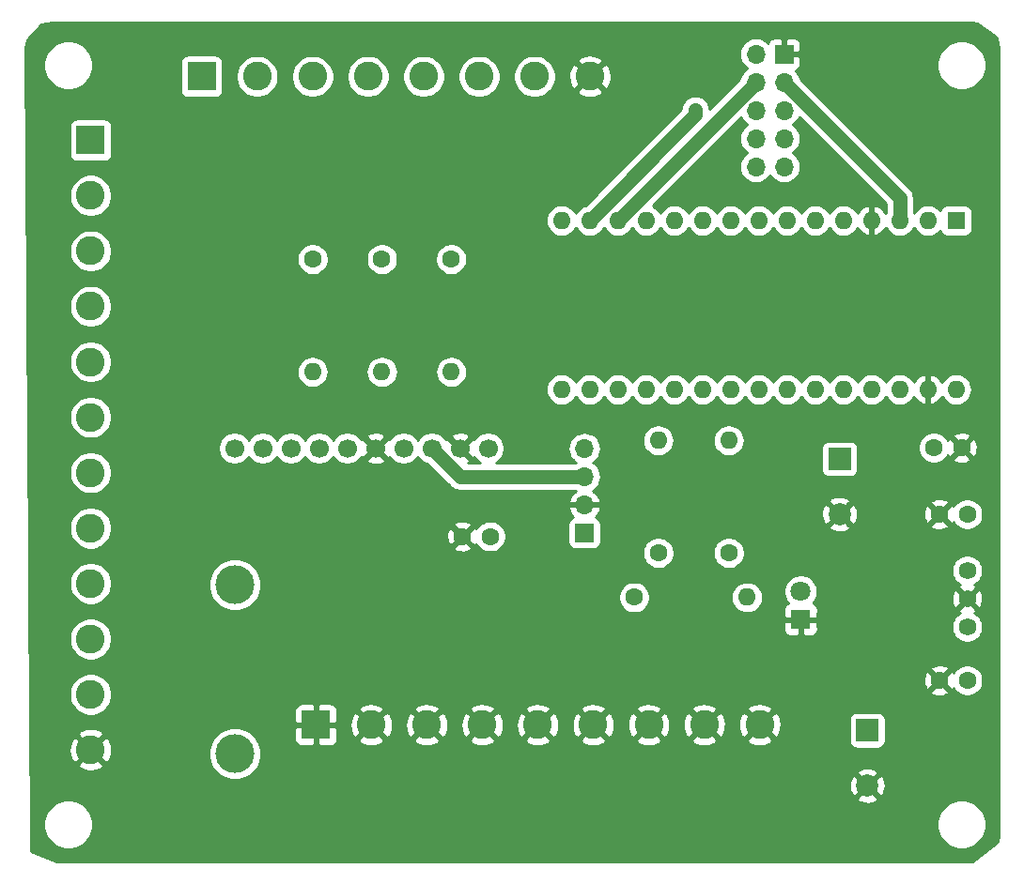
<source format=gbr>
G04 #@! TF.GenerationSoftware,KiCad,Pcbnew,(5.1.2)-2*
G04 #@! TF.CreationDate,2020-02-16T13:47:15-06:00*
G04 #@! TF.ProjectId,AutoSteer7,4175746f-5374-4656-9572-372e6b696361,rev?*
G04 #@! TF.SameCoordinates,Original*
G04 #@! TF.FileFunction,Copper,L2,Bot*
G04 #@! TF.FilePolarity,Positive*
%FSLAX46Y46*%
G04 Gerber Fmt 4.6, Leading zero omitted, Abs format (unit mm)*
G04 Created by KiCad (PCBNEW (5.1.2)-2) date 2020-02-16 13:47:15*
%MOMM*%
%LPD*%
G04 APERTURE LIST*
%ADD10C,2.600000*%
%ADD11R,2.600000X2.600000*%
%ADD12O,1.700000X1.700000*%
%ADD13R,1.700000X1.700000*%
%ADD14O,1.600000X1.600000*%
%ADD15C,1.600000*%
%ADD16R,1.600000X1.600000*%
%ADD17C,3.500000*%
%ADD18C,1.700000*%
%ADD19C,1.590000*%
%ADD20C,1.800000*%
%ADD21R,1.800000X1.800000*%
%ADD22C,2.000000*%
%ADD23R,2.000000X2.000000*%
%ADD24C,0.800000*%
%ADD25C,1.270000*%
%ADD26C,0.254000*%
G04 APERTURE END LIST*
D10*
X130500000Y-63500000D03*
X125500000Y-63500000D03*
X120500000Y-63500000D03*
X115500000Y-63500000D03*
X110500000Y-63500000D03*
X105500000Y-63500000D03*
X100500000Y-63500000D03*
D11*
X95500000Y-63500000D03*
D12*
X145460000Y-71660000D03*
X148000000Y-71660000D03*
X145460000Y-69120000D03*
X148000000Y-69120000D03*
X145460000Y-66580000D03*
X148000000Y-66580000D03*
X145460000Y-64040000D03*
X148000000Y-64040000D03*
X145460000Y-61500000D03*
D13*
X148000000Y-61500000D03*
D10*
X145797600Y-122000000D03*
X140797600Y-122000000D03*
X135797600Y-122000000D03*
X130797600Y-122000000D03*
X125797600Y-122000000D03*
X120797600Y-122000000D03*
X115797600Y-122000000D03*
X110797600Y-122000000D03*
D11*
X105797600Y-122000000D03*
D12*
X130000000Y-97070000D03*
X130000000Y-99610000D03*
X130000000Y-102150000D03*
D13*
X130000000Y-104690000D03*
D14*
X143000000Y-96340000D03*
D15*
X143000000Y-106500000D03*
D14*
X136650000Y-96340000D03*
D15*
X136650000Y-106500000D03*
D14*
X118000000Y-90160000D03*
D15*
X118000000Y-80000000D03*
D14*
X105500000Y-90160000D03*
D15*
X105500000Y-80000000D03*
D14*
X111750000Y-90160000D03*
D15*
X111750000Y-80000000D03*
D14*
X144660000Y-110500000D03*
D15*
X134500000Y-110500000D03*
D10*
X85500000Y-124250000D03*
X85500000Y-119250000D03*
X85500000Y-114250000D03*
X85500000Y-109250000D03*
X85500000Y-104250000D03*
X85500000Y-99250000D03*
X85500000Y-94250000D03*
X85500000Y-89250000D03*
X85500000Y-84250000D03*
X85500000Y-79250000D03*
X85500000Y-74250000D03*
D11*
X85500000Y-69250000D03*
D14*
X127940000Y-91740000D03*
X127940000Y-76500000D03*
X163500000Y-91740000D03*
X130480000Y-76500000D03*
X160960000Y-91740000D03*
X133020000Y-76500000D03*
X158420000Y-91740000D03*
X135560000Y-76500000D03*
X155880000Y-91740000D03*
X138100000Y-76500000D03*
X153340000Y-91740000D03*
X140640000Y-76500000D03*
X150800000Y-91740000D03*
X143180000Y-76500000D03*
X148260000Y-91740000D03*
X145720000Y-76500000D03*
X145720000Y-91740000D03*
X148260000Y-76500000D03*
X143180000Y-91740000D03*
X150800000Y-76500000D03*
X140640000Y-91740000D03*
X153340000Y-76500000D03*
X138100000Y-91740000D03*
X155880000Y-76500000D03*
X135560000Y-91740000D03*
X158420000Y-76500000D03*
X133020000Y-91740000D03*
X160960000Y-76500000D03*
X130480000Y-91740000D03*
D16*
X163500000Y-76500000D03*
D17*
X98500000Y-109380000D03*
X98500000Y-124620000D03*
D15*
X162000000Y-118000000D03*
X164500000Y-118000000D03*
X162000000Y-103000000D03*
X164500000Y-103000000D03*
D18*
X98463600Y-97049400D03*
X101003600Y-97049400D03*
X103543600Y-97049400D03*
X106083600Y-97049400D03*
X108623600Y-97049400D03*
X111163600Y-97049400D03*
X113703600Y-97049400D03*
X116243600Y-97049400D03*
X118783600Y-97049400D03*
X121323600Y-97049400D03*
D19*
X164500000Y-108083200D03*
X164500000Y-110623200D03*
X164500000Y-113163200D03*
D15*
X164000000Y-97000000D03*
X161500000Y-97000000D03*
D20*
X149500000Y-109960000D03*
D21*
X149500000Y-112500000D03*
D22*
X155500000Y-127500000D03*
D23*
X155500000Y-122500000D03*
D15*
X119000000Y-105000000D03*
X121500000Y-105000000D03*
D22*
X152994999Y-103000000D03*
D23*
X152994999Y-98000000D03*
D24*
X140000000Y-66500000D03*
D25*
X158420000Y-74460000D02*
X158420000Y-76500000D01*
X148000000Y-64040000D02*
X158420000Y-74460000D01*
X118804200Y-99610000D02*
X116243600Y-97049400D01*
X130000000Y-99610000D02*
X118804200Y-99610000D01*
X145460000Y-64060000D02*
X145460000Y-64040000D01*
X133020000Y-76500000D02*
X145460000Y-64060000D01*
X140000000Y-66980000D02*
X140000000Y-66500000D01*
X130480000Y-76500000D02*
X140000000Y-66980000D01*
D26*
G36*
X165362560Y-58698715D02*
G01*
X167071652Y-59941691D01*
X167154242Y-60094439D01*
X167289106Y-60530113D01*
X167340001Y-61014353D01*
X167340000Y-131967721D01*
X167292330Y-132453894D01*
X167272585Y-132519294D01*
X164998372Y-134338664D01*
X164985664Y-134340000D01*
X82441959Y-134340000D01*
X80163499Y-133428616D01*
X80126212Y-133383544D01*
X80108524Y-130779872D01*
X81265000Y-130779872D01*
X81265000Y-131220128D01*
X81350890Y-131651925D01*
X81519369Y-132058669D01*
X81763962Y-132424729D01*
X82075271Y-132736038D01*
X82441331Y-132980631D01*
X82848075Y-133149110D01*
X83279872Y-133235000D01*
X83720128Y-133235000D01*
X84151925Y-133149110D01*
X84558669Y-132980631D01*
X84924729Y-132736038D01*
X85236038Y-132424729D01*
X85480631Y-132058669D01*
X85649110Y-131651925D01*
X85735000Y-131220128D01*
X85735000Y-130779872D01*
X161765000Y-130779872D01*
X161765000Y-131220128D01*
X161850890Y-131651925D01*
X162019369Y-132058669D01*
X162263962Y-132424729D01*
X162575271Y-132736038D01*
X162941331Y-132980631D01*
X163348075Y-133149110D01*
X163779872Y-133235000D01*
X164220128Y-133235000D01*
X164651925Y-133149110D01*
X165058669Y-132980631D01*
X165424729Y-132736038D01*
X165736038Y-132424729D01*
X165980631Y-132058669D01*
X166149110Y-131651925D01*
X166235000Y-131220128D01*
X166235000Y-130779872D01*
X166149110Y-130348075D01*
X165980631Y-129941331D01*
X165736038Y-129575271D01*
X165424729Y-129263962D01*
X165058669Y-129019369D01*
X164651925Y-128850890D01*
X164220128Y-128765000D01*
X163779872Y-128765000D01*
X163348075Y-128850890D01*
X162941331Y-129019369D01*
X162575271Y-129263962D01*
X162263962Y-129575271D01*
X162019369Y-129941331D01*
X161850890Y-130348075D01*
X161765000Y-130779872D01*
X85735000Y-130779872D01*
X85649110Y-130348075D01*
X85480631Y-129941331D01*
X85236038Y-129575271D01*
X84924729Y-129263962D01*
X84558669Y-129019369D01*
X84151925Y-128850890D01*
X83720128Y-128765000D01*
X83279872Y-128765000D01*
X82848075Y-128850890D01*
X82441331Y-129019369D01*
X82075271Y-129263962D01*
X81763962Y-129575271D01*
X81519369Y-129941331D01*
X81350890Y-130348075D01*
X81265000Y-130779872D01*
X80108524Y-130779872D01*
X80093956Y-128635413D01*
X154544192Y-128635413D01*
X154639956Y-128899814D01*
X154929571Y-129040704D01*
X155241108Y-129122384D01*
X155562595Y-129141718D01*
X155881675Y-129097961D01*
X156186088Y-128992795D01*
X156360044Y-128899814D01*
X156455808Y-128635413D01*
X155500000Y-127679605D01*
X154544192Y-128635413D01*
X80093956Y-128635413D01*
X80086667Y-127562595D01*
X153858282Y-127562595D01*
X153902039Y-127881675D01*
X154007205Y-128186088D01*
X154100186Y-128360044D01*
X154364587Y-128455808D01*
X155320395Y-127500000D01*
X155679605Y-127500000D01*
X156635413Y-128455808D01*
X156899814Y-128360044D01*
X157040704Y-128070429D01*
X157122384Y-127758892D01*
X157141718Y-127437405D01*
X157097961Y-127118325D01*
X156992795Y-126813912D01*
X156899814Y-126639956D01*
X156635413Y-126544192D01*
X155679605Y-127500000D01*
X155320395Y-127500000D01*
X154364587Y-126544192D01*
X154100186Y-126639956D01*
X153959296Y-126929571D01*
X153877616Y-127241108D01*
X153858282Y-127562595D01*
X80086667Y-127562595D01*
X80073328Y-125599224D01*
X84330381Y-125599224D01*
X84462317Y-125894312D01*
X84803045Y-126065159D01*
X85170557Y-126166250D01*
X85550729Y-126193701D01*
X85928951Y-126146457D01*
X86290690Y-126026333D01*
X86537683Y-125894312D01*
X86669619Y-125599224D01*
X85500000Y-124429605D01*
X84330381Y-125599224D01*
X80073328Y-125599224D01*
X80064506Y-124300729D01*
X83556299Y-124300729D01*
X83603543Y-124678951D01*
X83723667Y-125040690D01*
X83855688Y-125287683D01*
X84150776Y-125419619D01*
X85320395Y-124250000D01*
X85679605Y-124250000D01*
X86849224Y-125419619D01*
X87144312Y-125287683D01*
X87315159Y-124946955D01*
X87416250Y-124579443D01*
X87430283Y-124385098D01*
X96115000Y-124385098D01*
X96115000Y-124854902D01*
X96206654Y-125315679D01*
X96386440Y-125749721D01*
X96647450Y-126140349D01*
X96979651Y-126472550D01*
X97370279Y-126733560D01*
X97804321Y-126913346D01*
X98265098Y-127005000D01*
X98734902Y-127005000D01*
X99195679Y-126913346D01*
X99629721Y-126733560D01*
X100020349Y-126472550D01*
X100128312Y-126364587D01*
X154544192Y-126364587D01*
X155500000Y-127320395D01*
X156455808Y-126364587D01*
X156360044Y-126100186D01*
X156070429Y-125959296D01*
X155758892Y-125877616D01*
X155437405Y-125858282D01*
X155118325Y-125902039D01*
X154813912Y-126007205D01*
X154639956Y-126100186D01*
X154544192Y-126364587D01*
X100128312Y-126364587D01*
X100352550Y-126140349D01*
X100613560Y-125749721D01*
X100793346Y-125315679D01*
X100885000Y-124854902D01*
X100885000Y-124385098D01*
X100793346Y-123924321D01*
X100613560Y-123490279D01*
X100486420Y-123300000D01*
X103859528Y-123300000D01*
X103871788Y-123424482D01*
X103908098Y-123544180D01*
X103967063Y-123654494D01*
X104046415Y-123751185D01*
X104143106Y-123830537D01*
X104253420Y-123889502D01*
X104373118Y-123925812D01*
X104497600Y-123938072D01*
X105511850Y-123935000D01*
X105670600Y-123776250D01*
X105670600Y-122127000D01*
X105924600Y-122127000D01*
X105924600Y-123776250D01*
X106083350Y-123935000D01*
X107097600Y-123938072D01*
X107222082Y-123925812D01*
X107341780Y-123889502D01*
X107452094Y-123830537D01*
X107548785Y-123751185D01*
X107628137Y-123654494D01*
X107687102Y-123544180D01*
X107723412Y-123424482D01*
X107730824Y-123349224D01*
X109627981Y-123349224D01*
X109759917Y-123644312D01*
X110100645Y-123815159D01*
X110468157Y-123916250D01*
X110848329Y-123943701D01*
X111226551Y-123896457D01*
X111588290Y-123776333D01*
X111835283Y-123644312D01*
X111967219Y-123349224D01*
X114627981Y-123349224D01*
X114759917Y-123644312D01*
X115100645Y-123815159D01*
X115468157Y-123916250D01*
X115848329Y-123943701D01*
X116226551Y-123896457D01*
X116588290Y-123776333D01*
X116835283Y-123644312D01*
X116967219Y-123349224D01*
X119627981Y-123349224D01*
X119759917Y-123644312D01*
X120100645Y-123815159D01*
X120468157Y-123916250D01*
X120848329Y-123943701D01*
X121226551Y-123896457D01*
X121588290Y-123776333D01*
X121835283Y-123644312D01*
X121967219Y-123349224D01*
X124627981Y-123349224D01*
X124759917Y-123644312D01*
X125100645Y-123815159D01*
X125468157Y-123916250D01*
X125848329Y-123943701D01*
X126226551Y-123896457D01*
X126588290Y-123776333D01*
X126835283Y-123644312D01*
X126967219Y-123349224D01*
X129627981Y-123349224D01*
X129759917Y-123644312D01*
X130100645Y-123815159D01*
X130468157Y-123916250D01*
X130848329Y-123943701D01*
X131226551Y-123896457D01*
X131588290Y-123776333D01*
X131835283Y-123644312D01*
X131967219Y-123349224D01*
X134627981Y-123349224D01*
X134759917Y-123644312D01*
X135100645Y-123815159D01*
X135468157Y-123916250D01*
X135848329Y-123943701D01*
X136226551Y-123896457D01*
X136588290Y-123776333D01*
X136835283Y-123644312D01*
X136967219Y-123349224D01*
X139627981Y-123349224D01*
X139759917Y-123644312D01*
X140100645Y-123815159D01*
X140468157Y-123916250D01*
X140848329Y-123943701D01*
X141226551Y-123896457D01*
X141588290Y-123776333D01*
X141835283Y-123644312D01*
X141967219Y-123349224D01*
X144627981Y-123349224D01*
X144759917Y-123644312D01*
X145100645Y-123815159D01*
X145468157Y-123916250D01*
X145848329Y-123943701D01*
X146226551Y-123896457D01*
X146588290Y-123776333D01*
X146835283Y-123644312D01*
X146967219Y-123349224D01*
X145797600Y-122179605D01*
X144627981Y-123349224D01*
X141967219Y-123349224D01*
X140797600Y-122179605D01*
X139627981Y-123349224D01*
X136967219Y-123349224D01*
X135797600Y-122179605D01*
X134627981Y-123349224D01*
X131967219Y-123349224D01*
X130797600Y-122179605D01*
X129627981Y-123349224D01*
X126967219Y-123349224D01*
X125797600Y-122179605D01*
X124627981Y-123349224D01*
X121967219Y-123349224D01*
X120797600Y-122179605D01*
X119627981Y-123349224D01*
X116967219Y-123349224D01*
X115797600Y-122179605D01*
X114627981Y-123349224D01*
X111967219Y-123349224D01*
X110797600Y-122179605D01*
X109627981Y-123349224D01*
X107730824Y-123349224D01*
X107735672Y-123300000D01*
X107732600Y-122285750D01*
X107573850Y-122127000D01*
X105924600Y-122127000D01*
X105670600Y-122127000D01*
X104021350Y-122127000D01*
X103862600Y-122285750D01*
X103859528Y-123300000D01*
X100486420Y-123300000D01*
X100352550Y-123099651D01*
X100020349Y-122767450D01*
X99629721Y-122506440D01*
X99195679Y-122326654D01*
X98734902Y-122235000D01*
X98265098Y-122235000D01*
X97804321Y-122326654D01*
X97370279Y-122506440D01*
X96979651Y-122767450D01*
X96647450Y-123099651D01*
X96386440Y-123490279D01*
X96206654Y-123924321D01*
X96115000Y-124385098D01*
X87430283Y-124385098D01*
X87443701Y-124199271D01*
X87396457Y-123821049D01*
X87276333Y-123459310D01*
X87144312Y-123212317D01*
X86849224Y-123080381D01*
X85679605Y-124250000D01*
X85320395Y-124250000D01*
X84150776Y-123080381D01*
X83855688Y-123212317D01*
X83684841Y-123553045D01*
X83583750Y-123920557D01*
X83556299Y-124300729D01*
X80064506Y-124300729D01*
X80054996Y-122900776D01*
X84330381Y-122900776D01*
X85500000Y-124070395D01*
X86669619Y-122900776D01*
X86537683Y-122605688D01*
X86196955Y-122434841D01*
X85829443Y-122333750D01*
X85449271Y-122306299D01*
X85071049Y-122353543D01*
X84709310Y-122473667D01*
X84462317Y-122605688D01*
X84330381Y-122900776D01*
X80054996Y-122900776D01*
X80049221Y-122050729D01*
X108853899Y-122050729D01*
X108901143Y-122428951D01*
X109021267Y-122790690D01*
X109153288Y-123037683D01*
X109448376Y-123169619D01*
X110617995Y-122000000D01*
X110977205Y-122000000D01*
X112146824Y-123169619D01*
X112441912Y-123037683D01*
X112612759Y-122696955D01*
X112713850Y-122329443D01*
X112733975Y-122050729D01*
X113853899Y-122050729D01*
X113901143Y-122428951D01*
X114021267Y-122790690D01*
X114153288Y-123037683D01*
X114448376Y-123169619D01*
X115617995Y-122000000D01*
X115977205Y-122000000D01*
X117146824Y-123169619D01*
X117441912Y-123037683D01*
X117612759Y-122696955D01*
X117713850Y-122329443D01*
X117733975Y-122050729D01*
X118853899Y-122050729D01*
X118901143Y-122428951D01*
X119021267Y-122790690D01*
X119153288Y-123037683D01*
X119448376Y-123169619D01*
X120617995Y-122000000D01*
X120977205Y-122000000D01*
X122146824Y-123169619D01*
X122441912Y-123037683D01*
X122612759Y-122696955D01*
X122713850Y-122329443D01*
X122733975Y-122050729D01*
X123853899Y-122050729D01*
X123901143Y-122428951D01*
X124021267Y-122790690D01*
X124153288Y-123037683D01*
X124448376Y-123169619D01*
X125617995Y-122000000D01*
X125977205Y-122000000D01*
X127146824Y-123169619D01*
X127441912Y-123037683D01*
X127612759Y-122696955D01*
X127713850Y-122329443D01*
X127733975Y-122050729D01*
X128853899Y-122050729D01*
X128901143Y-122428951D01*
X129021267Y-122790690D01*
X129153288Y-123037683D01*
X129448376Y-123169619D01*
X130617995Y-122000000D01*
X130977205Y-122000000D01*
X132146824Y-123169619D01*
X132441912Y-123037683D01*
X132612759Y-122696955D01*
X132713850Y-122329443D01*
X132733975Y-122050729D01*
X133853899Y-122050729D01*
X133901143Y-122428951D01*
X134021267Y-122790690D01*
X134153288Y-123037683D01*
X134448376Y-123169619D01*
X135617995Y-122000000D01*
X135977205Y-122000000D01*
X137146824Y-123169619D01*
X137441912Y-123037683D01*
X137612759Y-122696955D01*
X137713850Y-122329443D01*
X137733975Y-122050729D01*
X138853899Y-122050729D01*
X138901143Y-122428951D01*
X139021267Y-122790690D01*
X139153288Y-123037683D01*
X139448376Y-123169619D01*
X140617995Y-122000000D01*
X140977205Y-122000000D01*
X142146824Y-123169619D01*
X142441912Y-123037683D01*
X142612759Y-122696955D01*
X142713850Y-122329443D01*
X142733975Y-122050729D01*
X143853899Y-122050729D01*
X143901143Y-122428951D01*
X144021267Y-122790690D01*
X144153288Y-123037683D01*
X144448376Y-123169619D01*
X145617995Y-122000000D01*
X145977205Y-122000000D01*
X147146824Y-123169619D01*
X147441912Y-123037683D01*
X147612759Y-122696955D01*
X147713850Y-122329443D01*
X147741301Y-121949271D01*
X147694057Y-121571049D01*
X147670464Y-121500000D01*
X153861928Y-121500000D01*
X153861928Y-123500000D01*
X153874188Y-123624482D01*
X153910498Y-123744180D01*
X153969463Y-123854494D01*
X154048815Y-123951185D01*
X154145506Y-124030537D01*
X154255820Y-124089502D01*
X154375518Y-124125812D01*
X154500000Y-124138072D01*
X156500000Y-124138072D01*
X156624482Y-124125812D01*
X156744180Y-124089502D01*
X156854494Y-124030537D01*
X156951185Y-123951185D01*
X157030537Y-123854494D01*
X157089502Y-123744180D01*
X157125812Y-123624482D01*
X157138072Y-123500000D01*
X157138072Y-121500000D01*
X157125812Y-121375518D01*
X157089502Y-121255820D01*
X157030537Y-121145506D01*
X156951185Y-121048815D01*
X156854494Y-120969463D01*
X156744180Y-120910498D01*
X156624482Y-120874188D01*
X156500000Y-120861928D01*
X154500000Y-120861928D01*
X154375518Y-120874188D01*
X154255820Y-120910498D01*
X154145506Y-120969463D01*
X154048815Y-121048815D01*
X153969463Y-121145506D01*
X153910498Y-121255820D01*
X153874188Y-121375518D01*
X153861928Y-121500000D01*
X147670464Y-121500000D01*
X147573933Y-121209310D01*
X147441912Y-120962317D01*
X147146824Y-120830381D01*
X145977205Y-122000000D01*
X145617995Y-122000000D01*
X144448376Y-120830381D01*
X144153288Y-120962317D01*
X143982441Y-121303045D01*
X143881350Y-121670557D01*
X143853899Y-122050729D01*
X142733975Y-122050729D01*
X142741301Y-121949271D01*
X142694057Y-121571049D01*
X142573933Y-121209310D01*
X142441912Y-120962317D01*
X142146824Y-120830381D01*
X140977205Y-122000000D01*
X140617995Y-122000000D01*
X139448376Y-120830381D01*
X139153288Y-120962317D01*
X138982441Y-121303045D01*
X138881350Y-121670557D01*
X138853899Y-122050729D01*
X137733975Y-122050729D01*
X137741301Y-121949271D01*
X137694057Y-121571049D01*
X137573933Y-121209310D01*
X137441912Y-120962317D01*
X137146824Y-120830381D01*
X135977205Y-122000000D01*
X135617995Y-122000000D01*
X134448376Y-120830381D01*
X134153288Y-120962317D01*
X133982441Y-121303045D01*
X133881350Y-121670557D01*
X133853899Y-122050729D01*
X132733975Y-122050729D01*
X132741301Y-121949271D01*
X132694057Y-121571049D01*
X132573933Y-121209310D01*
X132441912Y-120962317D01*
X132146824Y-120830381D01*
X130977205Y-122000000D01*
X130617995Y-122000000D01*
X129448376Y-120830381D01*
X129153288Y-120962317D01*
X128982441Y-121303045D01*
X128881350Y-121670557D01*
X128853899Y-122050729D01*
X127733975Y-122050729D01*
X127741301Y-121949271D01*
X127694057Y-121571049D01*
X127573933Y-121209310D01*
X127441912Y-120962317D01*
X127146824Y-120830381D01*
X125977205Y-122000000D01*
X125617995Y-122000000D01*
X124448376Y-120830381D01*
X124153288Y-120962317D01*
X123982441Y-121303045D01*
X123881350Y-121670557D01*
X123853899Y-122050729D01*
X122733975Y-122050729D01*
X122741301Y-121949271D01*
X122694057Y-121571049D01*
X122573933Y-121209310D01*
X122441912Y-120962317D01*
X122146824Y-120830381D01*
X120977205Y-122000000D01*
X120617995Y-122000000D01*
X119448376Y-120830381D01*
X119153288Y-120962317D01*
X118982441Y-121303045D01*
X118881350Y-121670557D01*
X118853899Y-122050729D01*
X117733975Y-122050729D01*
X117741301Y-121949271D01*
X117694057Y-121571049D01*
X117573933Y-121209310D01*
X117441912Y-120962317D01*
X117146824Y-120830381D01*
X115977205Y-122000000D01*
X115617995Y-122000000D01*
X114448376Y-120830381D01*
X114153288Y-120962317D01*
X113982441Y-121303045D01*
X113881350Y-121670557D01*
X113853899Y-122050729D01*
X112733975Y-122050729D01*
X112741301Y-121949271D01*
X112694057Y-121571049D01*
X112573933Y-121209310D01*
X112441912Y-120962317D01*
X112146824Y-120830381D01*
X110977205Y-122000000D01*
X110617995Y-122000000D01*
X109448376Y-120830381D01*
X109153288Y-120962317D01*
X108982441Y-121303045D01*
X108881350Y-121670557D01*
X108853899Y-122050729D01*
X80049221Y-122050729D01*
X80028898Y-119059419D01*
X83565000Y-119059419D01*
X83565000Y-119440581D01*
X83639361Y-119814419D01*
X83785225Y-120166566D01*
X83996987Y-120483491D01*
X84266509Y-120753013D01*
X84583434Y-120964775D01*
X84935581Y-121110639D01*
X85309419Y-121185000D01*
X85690581Y-121185000D01*
X86064419Y-121110639D01*
X86416566Y-120964775D01*
X86733491Y-120753013D01*
X86786504Y-120700000D01*
X103859528Y-120700000D01*
X103862600Y-121714250D01*
X104021350Y-121873000D01*
X105670600Y-121873000D01*
X105670600Y-120223750D01*
X105924600Y-120223750D01*
X105924600Y-121873000D01*
X107573850Y-121873000D01*
X107732600Y-121714250D01*
X107735672Y-120700000D01*
X107730825Y-120650776D01*
X109627981Y-120650776D01*
X110797600Y-121820395D01*
X111967219Y-120650776D01*
X114627981Y-120650776D01*
X115797600Y-121820395D01*
X116967219Y-120650776D01*
X119627981Y-120650776D01*
X120797600Y-121820395D01*
X121967219Y-120650776D01*
X124627981Y-120650776D01*
X125797600Y-121820395D01*
X126967219Y-120650776D01*
X129627981Y-120650776D01*
X130797600Y-121820395D01*
X131967219Y-120650776D01*
X134627981Y-120650776D01*
X135797600Y-121820395D01*
X136967219Y-120650776D01*
X139627981Y-120650776D01*
X140797600Y-121820395D01*
X141967219Y-120650776D01*
X144627981Y-120650776D01*
X145797600Y-121820395D01*
X146967219Y-120650776D01*
X146835283Y-120355688D01*
X146494555Y-120184841D01*
X146127043Y-120083750D01*
X145746871Y-120056299D01*
X145368649Y-120103543D01*
X145006910Y-120223667D01*
X144759917Y-120355688D01*
X144627981Y-120650776D01*
X141967219Y-120650776D01*
X141835283Y-120355688D01*
X141494555Y-120184841D01*
X141127043Y-120083750D01*
X140746871Y-120056299D01*
X140368649Y-120103543D01*
X140006910Y-120223667D01*
X139759917Y-120355688D01*
X139627981Y-120650776D01*
X136967219Y-120650776D01*
X136835283Y-120355688D01*
X136494555Y-120184841D01*
X136127043Y-120083750D01*
X135746871Y-120056299D01*
X135368649Y-120103543D01*
X135006910Y-120223667D01*
X134759917Y-120355688D01*
X134627981Y-120650776D01*
X131967219Y-120650776D01*
X131835283Y-120355688D01*
X131494555Y-120184841D01*
X131127043Y-120083750D01*
X130746871Y-120056299D01*
X130368649Y-120103543D01*
X130006910Y-120223667D01*
X129759917Y-120355688D01*
X129627981Y-120650776D01*
X126967219Y-120650776D01*
X126835283Y-120355688D01*
X126494555Y-120184841D01*
X126127043Y-120083750D01*
X125746871Y-120056299D01*
X125368649Y-120103543D01*
X125006910Y-120223667D01*
X124759917Y-120355688D01*
X124627981Y-120650776D01*
X121967219Y-120650776D01*
X121835283Y-120355688D01*
X121494555Y-120184841D01*
X121127043Y-120083750D01*
X120746871Y-120056299D01*
X120368649Y-120103543D01*
X120006910Y-120223667D01*
X119759917Y-120355688D01*
X119627981Y-120650776D01*
X116967219Y-120650776D01*
X116835283Y-120355688D01*
X116494555Y-120184841D01*
X116127043Y-120083750D01*
X115746871Y-120056299D01*
X115368649Y-120103543D01*
X115006910Y-120223667D01*
X114759917Y-120355688D01*
X114627981Y-120650776D01*
X111967219Y-120650776D01*
X111835283Y-120355688D01*
X111494555Y-120184841D01*
X111127043Y-120083750D01*
X110746871Y-120056299D01*
X110368649Y-120103543D01*
X110006910Y-120223667D01*
X109759917Y-120355688D01*
X109627981Y-120650776D01*
X107730825Y-120650776D01*
X107723412Y-120575518D01*
X107687102Y-120455820D01*
X107628137Y-120345506D01*
X107548785Y-120248815D01*
X107452094Y-120169463D01*
X107341780Y-120110498D01*
X107222082Y-120074188D01*
X107097600Y-120061928D01*
X106083350Y-120065000D01*
X105924600Y-120223750D01*
X105670600Y-120223750D01*
X105511850Y-120065000D01*
X104497600Y-120061928D01*
X104373118Y-120074188D01*
X104253420Y-120110498D01*
X104143106Y-120169463D01*
X104046415Y-120248815D01*
X103967063Y-120345506D01*
X103908098Y-120455820D01*
X103871788Y-120575518D01*
X103859528Y-120700000D01*
X86786504Y-120700000D01*
X87003013Y-120483491D01*
X87214775Y-120166566D01*
X87360639Y-119814419D01*
X87435000Y-119440581D01*
X87435000Y-119059419D01*
X87421730Y-118992702D01*
X161186903Y-118992702D01*
X161258486Y-119236671D01*
X161513996Y-119357571D01*
X161788184Y-119426300D01*
X162070512Y-119440217D01*
X162350130Y-119398787D01*
X162616292Y-119303603D01*
X162741514Y-119236671D01*
X162813097Y-118992702D01*
X162000000Y-118179605D01*
X161186903Y-118992702D01*
X87421730Y-118992702D01*
X87360639Y-118685581D01*
X87214775Y-118333434D01*
X87039097Y-118070512D01*
X160559783Y-118070512D01*
X160601213Y-118350130D01*
X160696397Y-118616292D01*
X160763329Y-118741514D01*
X161007298Y-118813097D01*
X161820395Y-118000000D01*
X162179605Y-118000000D01*
X162992702Y-118813097D01*
X163236671Y-118741514D01*
X163250324Y-118712659D01*
X163385363Y-118914759D01*
X163585241Y-119114637D01*
X163820273Y-119271680D01*
X164081426Y-119379853D01*
X164358665Y-119435000D01*
X164641335Y-119435000D01*
X164918574Y-119379853D01*
X165179727Y-119271680D01*
X165414759Y-119114637D01*
X165614637Y-118914759D01*
X165771680Y-118679727D01*
X165879853Y-118418574D01*
X165935000Y-118141335D01*
X165935000Y-117858665D01*
X165879853Y-117581426D01*
X165771680Y-117320273D01*
X165614637Y-117085241D01*
X165414759Y-116885363D01*
X165179727Y-116728320D01*
X164918574Y-116620147D01*
X164641335Y-116565000D01*
X164358665Y-116565000D01*
X164081426Y-116620147D01*
X163820273Y-116728320D01*
X163585241Y-116885363D01*
X163385363Y-117085241D01*
X163251308Y-117285869D01*
X163236671Y-117258486D01*
X162992702Y-117186903D01*
X162179605Y-118000000D01*
X161820395Y-118000000D01*
X161007298Y-117186903D01*
X160763329Y-117258486D01*
X160642429Y-117513996D01*
X160573700Y-117788184D01*
X160559783Y-118070512D01*
X87039097Y-118070512D01*
X87003013Y-118016509D01*
X86733491Y-117746987D01*
X86416566Y-117535225D01*
X86064419Y-117389361D01*
X85690581Y-117315000D01*
X85309419Y-117315000D01*
X84935581Y-117389361D01*
X84583434Y-117535225D01*
X84266509Y-117746987D01*
X83996987Y-118016509D01*
X83785225Y-118333434D01*
X83639361Y-118685581D01*
X83565000Y-119059419D01*
X80028898Y-119059419D01*
X80014957Y-117007298D01*
X161186903Y-117007298D01*
X162000000Y-117820395D01*
X162813097Y-117007298D01*
X162741514Y-116763329D01*
X162486004Y-116642429D01*
X162211816Y-116573700D01*
X161929488Y-116559783D01*
X161649870Y-116601213D01*
X161383708Y-116696397D01*
X161258486Y-116763329D01*
X161186903Y-117007298D01*
X80014957Y-117007298D01*
X79994929Y-114059419D01*
X83565000Y-114059419D01*
X83565000Y-114440581D01*
X83639361Y-114814419D01*
X83785225Y-115166566D01*
X83996987Y-115483491D01*
X84266509Y-115753013D01*
X84583434Y-115964775D01*
X84935581Y-116110639D01*
X85309419Y-116185000D01*
X85690581Y-116185000D01*
X86064419Y-116110639D01*
X86416566Y-115964775D01*
X86733491Y-115753013D01*
X87003013Y-115483491D01*
X87214775Y-115166566D01*
X87360639Y-114814419D01*
X87435000Y-114440581D01*
X87435000Y-114059419D01*
X87360639Y-113685581D01*
X87242348Y-113400000D01*
X147961928Y-113400000D01*
X147974188Y-113524482D01*
X148010498Y-113644180D01*
X148069463Y-113754494D01*
X148148815Y-113851185D01*
X148245506Y-113930537D01*
X148355820Y-113989502D01*
X148475518Y-114025812D01*
X148600000Y-114038072D01*
X149214250Y-114035000D01*
X149373000Y-113876250D01*
X149373000Y-112627000D01*
X149627000Y-112627000D01*
X149627000Y-113876250D01*
X149785750Y-114035000D01*
X150400000Y-114038072D01*
X150524482Y-114025812D01*
X150644180Y-113989502D01*
X150754494Y-113930537D01*
X150851185Y-113851185D01*
X150930537Y-113754494D01*
X150989502Y-113644180D01*
X151025812Y-113524482D01*
X151038072Y-113400000D01*
X151036184Y-113022357D01*
X163070000Y-113022357D01*
X163070000Y-113304043D01*
X163124954Y-113580316D01*
X163232751Y-113840559D01*
X163389247Y-114074772D01*
X163588428Y-114273953D01*
X163822641Y-114430449D01*
X164082884Y-114538246D01*
X164359157Y-114593200D01*
X164640843Y-114593200D01*
X164917116Y-114538246D01*
X165177359Y-114430449D01*
X165411572Y-114273953D01*
X165610753Y-114074772D01*
X165767249Y-113840559D01*
X165875046Y-113580316D01*
X165930000Y-113304043D01*
X165930000Y-113022357D01*
X165875046Y-112746084D01*
X165767249Y-112485841D01*
X165610753Y-112251628D01*
X165411572Y-112052447D01*
X165177359Y-111895951D01*
X165169504Y-111892697D01*
X165238550Y-111855791D01*
X165309527Y-111612332D01*
X164500000Y-110802805D01*
X163690473Y-111612332D01*
X163761450Y-111855791D01*
X163835301Y-111890707D01*
X163822641Y-111895951D01*
X163588428Y-112052447D01*
X163389247Y-112251628D01*
X163232751Y-112485841D01*
X163124954Y-112746084D01*
X163070000Y-113022357D01*
X151036184Y-113022357D01*
X151035000Y-112785750D01*
X150876250Y-112627000D01*
X149627000Y-112627000D01*
X149373000Y-112627000D01*
X148123750Y-112627000D01*
X147965000Y-112785750D01*
X147961928Y-113400000D01*
X87242348Y-113400000D01*
X87214775Y-113333434D01*
X87003013Y-113016509D01*
X86733491Y-112746987D01*
X86416566Y-112535225D01*
X86064419Y-112389361D01*
X85690581Y-112315000D01*
X85309419Y-112315000D01*
X84935581Y-112389361D01*
X84583434Y-112535225D01*
X84266509Y-112746987D01*
X83996987Y-113016509D01*
X83785225Y-113333434D01*
X83639361Y-113685581D01*
X83565000Y-114059419D01*
X79994929Y-114059419D01*
X79960960Y-109059419D01*
X83565000Y-109059419D01*
X83565000Y-109440581D01*
X83639361Y-109814419D01*
X83785225Y-110166566D01*
X83996987Y-110483491D01*
X84266509Y-110753013D01*
X84583434Y-110964775D01*
X84935581Y-111110639D01*
X85309419Y-111185000D01*
X85690581Y-111185000D01*
X86064419Y-111110639D01*
X86416566Y-110964775D01*
X86733491Y-110753013D01*
X87003013Y-110483491D01*
X87214775Y-110166566D01*
X87360639Y-109814419D01*
X87435000Y-109440581D01*
X87435000Y-109145098D01*
X96115000Y-109145098D01*
X96115000Y-109614902D01*
X96206654Y-110075679D01*
X96386440Y-110509721D01*
X96647450Y-110900349D01*
X96979651Y-111232550D01*
X97370279Y-111493560D01*
X97804321Y-111673346D01*
X98265098Y-111765000D01*
X98734902Y-111765000D01*
X99195679Y-111673346D01*
X99629721Y-111493560D01*
X100020349Y-111232550D01*
X100352550Y-110900349D01*
X100613560Y-110509721D01*
X100676129Y-110358665D01*
X133065000Y-110358665D01*
X133065000Y-110641335D01*
X133120147Y-110918574D01*
X133228320Y-111179727D01*
X133385363Y-111414759D01*
X133585241Y-111614637D01*
X133820273Y-111771680D01*
X134081426Y-111879853D01*
X134358665Y-111935000D01*
X134641335Y-111935000D01*
X134918574Y-111879853D01*
X135179727Y-111771680D01*
X135414759Y-111614637D01*
X135614637Y-111414759D01*
X135771680Y-111179727D01*
X135879853Y-110918574D01*
X135935000Y-110641335D01*
X135935000Y-110500000D01*
X143218057Y-110500000D01*
X143245764Y-110781309D01*
X143327818Y-111051808D01*
X143461068Y-111301101D01*
X143640392Y-111519608D01*
X143858899Y-111698932D01*
X144108192Y-111832182D01*
X144378691Y-111914236D01*
X144589508Y-111935000D01*
X144730492Y-111935000D01*
X144941309Y-111914236D01*
X145211808Y-111832182D01*
X145461101Y-111698932D01*
X145581650Y-111600000D01*
X147961928Y-111600000D01*
X147965000Y-112214250D01*
X148123750Y-112373000D01*
X149373000Y-112373000D01*
X149373000Y-112353000D01*
X149627000Y-112353000D01*
X149627000Y-112373000D01*
X150876250Y-112373000D01*
X151035000Y-112214250D01*
X151038072Y-111600000D01*
X151025812Y-111475518D01*
X150989502Y-111355820D01*
X150930537Y-111245506D01*
X150851185Y-111148815D01*
X150754494Y-111069463D01*
X150644180Y-111010498D01*
X150625873Y-111004944D01*
X150692312Y-110938505D01*
X150855746Y-110693909D01*
X163064821Y-110693909D01*
X163106192Y-110972540D01*
X163201127Y-111237747D01*
X163267409Y-111361750D01*
X163510868Y-111432727D01*
X164320395Y-110623200D01*
X164679605Y-110623200D01*
X165489132Y-111432727D01*
X165732591Y-111361750D01*
X165852992Y-111107092D01*
X165921397Y-110833839D01*
X165935179Y-110552491D01*
X165893808Y-110273860D01*
X165798873Y-110008653D01*
X165732591Y-109884650D01*
X165489132Y-109813673D01*
X164679605Y-110623200D01*
X164320395Y-110623200D01*
X163510868Y-109813673D01*
X163267409Y-109884650D01*
X163147008Y-110139308D01*
X163078603Y-110412561D01*
X163064821Y-110693909D01*
X150855746Y-110693909D01*
X150860299Y-110687095D01*
X150976011Y-110407743D01*
X151035000Y-110111184D01*
X151035000Y-109808816D01*
X150976011Y-109512257D01*
X150860299Y-109232905D01*
X150692312Y-108981495D01*
X150478505Y-108767688D01*
X150227095Y-108599701D01*
X149947743Y-108483989D01*
X149651184Y-108425000D01*
X149348816Y-108425000D01*
X149052257Y-108483989D01*
X148772905Y-108599701D01*
X148521495Y-108767688D01*
X148307688Y-108981495D01*
X148139701Y-109232905D01*
X148023989Y-109512257D01*
X147965000Y-109808816D01*
X147965000Y-110111184D01*
X148023989Y-110407743D01*
X148139701Y-110687095D01*
X148307688Y-110938505D01*
X148374127Y-111004944D01*
X148355820Y-111010498D01*
X148245506Y-111069463D01*
X148148815Y-111148815D01*
X148069463Y-111245506D01*
X148010498Y-111355820D01*
X147974188Y-111475518D01*
X147961928Y-111600000D01*
X145581650Y-111600000D01*
X145679608Y-111519608D01*
X145858932Y-111301101D01*
X145992182Y-111051808D01*
X146074236Y-110781309D01*
X146101943Y-110500000D01*
X146074236Y-110218691D01*
X145992182Y-109948192D01*
X145858932Y-109698899D01*
X145679608Y-109480392D01*
X145461101Y-109301068D01*
X145211808Y-109167818D01*
X144941309Y-109085764D01*
X144730492Y-109065000D01*
X144589508Y-109065000D01*
X144378691Y-109085764D01*
X144108192Y-109167818D01*
X143858899Y-109301068D01*
X143640392Y-109480392D01*
X143461068Y-109698899D01*
X143327818Y-109948192D01*
X143245764Y-110218691D01*
X143218057Y-110500000D01*
X135935000Y-110500000D01*
X135935000Y-110358665D01*
X135879853Y-110081426D01*
X135771680Y-109820273D01*
X135614637Y-109585241D01*
X135414759Y-109385363D01*
X135179727Y-109228320D01*
X134918574Y-109120147D01*
X134641335Y-109065000D01*
X134358665Y-109065000D01*
X134081426Y-109120147D01*
X133820273Y-109228320D01*
X133585241Y-109385363D01*
X133385363Y-109585241D01*
X133228320Y-109820273D01*
X133120147Y-110081426D01*
X133065000Y-110358665D01*
X100676129Y-110358665D01*
X100793346Y-110075679D01*
X100885000Y-109614902D01*
X100885000Y-109145098D01*
X100793346Y-108684321D01*
X100613560Y-108250279D01*
X100407813Y-107942357D01*
X163070000Y-107942357D01*
X163070000Y-108224043D01*
X163124954Y-108500316D01*
X163232751Y-108760559D01*
X163389247Y-108994772D01*
X163588428Y-109193953D01*
X163822641Y-109350449D01*
X163830496Y-109353703D01*
X163761450Y-109390609D01*
X163690473Y-109634068D01*
X164500000Y-110443595D01*
X165309527Y-109634068D01*
X165238550Y-109390609D01*
X165164699Y-109355693D01*
X165177359Y-109350449D01*
X165411572Y-109193953D01*
X165610753Y-108994772D01*
X165767249Y-108760559D01*
X165875046Y-108500316D01*
X165930000Y-108224043D01*
X165930000Y-107942357D01*
X165875046Y-107666084D01*
X165767249Y-107405841D01*
X165610753Y-107171628D01*
X165411572Y-106972447D01*
X165177359Y-106815951D01*
X164917116Y-106708154D01*
X164640843Y-106653200D01*
X164359157Y-106653200D01*
X164082884Y-106708154D01*
X163822641Y-106815951D01*
X163588428Y-106972447D01*
X163389247Y-107171628D01*
X163232751Y-107405841D01*
X163124954Y-107666084D01*
X163070000Y-107942357D01*
X100407813Y-107942357D01*
X100352550Y-107859651D01*
X100020349Y-107527450D01*
X99629721Y-107266440D01*
X99195679Y-107086654D01*
X98734902Y-106995000D01*
X98265098Y-106995000D01*
X97804321Y-107086654D01*
X97370279Y-107266440D01*
X96979651Y-107527450D01*
X96647450Y-107859651D01*
X96386440Y-108250279D01*
X96206654Y-108684321D01*
X96115000Y-109145098D01*
X87435000Y-109145098D01*
X87435000Y-109059419D01*
X87360639Y-108685581D01*
X87214775Y-108333434D01*
X87003013Y-108016509D01*
X86733491Y-107746987D01*
X86416566Y-107535225D01*
X86064419Y-107389361D01*
X85690581Y-107315000D01*
X85309419Y-107315000D01*
X84935581Y-107389361D01*
X84583434Y-107535225D01*
X84266509Y-107746987D01*
X83996987Y-108016509D01*
X83785225Y-108333434D01*
X83639361Y-108685581D01*
X83565000Y-109059419D01*
X79960960Y-109059419D01*
X79926991Y-104059419D01*
X83565000Y-104059419D01*
X83565000Y-104440581D01*
X83639361Y-104814419D01*
X83785225Y-105166566D01*
X83996987Y-105483491D01*
X84266509Y-105753013D01*
X84583434Y-105964775D01*
X84935581Y-106110639D01*
X85309419Y-106185000D01*
X85690581Y-106185000D01*
X86064419Y-106110639D01*
X86349144Y-105992702D01*
X118186903Y-105992702D01*
X118258486Y-106236671D01*
X118513996Y-106357571D01*
X118788184Y-106426300D01*
X119070512Y-106440217D01*
X119350130Y-106398787D01*
X119616292Y-106303603D01*
X119741514Y-106236671D01*
X119813097Y-105992702D01*
X119000000Y-105179605D01*
X118186903Y-105992702D01*
X86349144Y-105992702D01*
X86416566Y-105964775D01*
X86733491Y-105753013D01*
X87003013Y-105483491D01*
X87214775Y-105166566D01*
X87254561Y-105070512D01*
X117559783Y-105070512D01*
X117601213Y-105350130D01*
X117696397Y-105616292D01*
X117763329Y-105741514D01*
X118007298Y-105813097D01*
X118820395Y-105000000D01*
X119179605Y-105000000D01*
X119992702Y-105813097D01*
X120236671Y-105741514D01*
X120250324Y-105712659D01*
X120385363Y-105914759D01*
X120585241Y-106114637D01*
X120820273Y-106271680D01*
X121081426Y-106379853D01*
X121358665Y-106435000D01*
X121641335Y-106435000D01*
X121918574Y-106379853D01*
X121969726Y-106358665D01*
X135215000Y-106358665D01*
X135215000Y-106641335D01*
X135270147Y-106918574D01*
X135378320Y-107179727D01*
X135535363Y-107414759D01*
X135735241Y-107614637D01*
X135970273Y-107771680D01*
X136231426Y-107879853D01*
X136508665Y-107935000D01*
X136791335Y-107935000D01*
X137068574Y-107879853D01*
X137329727Y-107771680D01*
X137564759Y-107614637D01*
X137764637Y-107414759D01*
X137921680Y-107179727D01*
X138029853Y-106918574D01*
X138085000Y-106641335D01*
X138085000Y-106358665D01*
X141565000Y-106358665D01*
X141565000Y-106641335D01*
X141620147Y-106918574D01*
X141728320Y-107179727D01*
X141885363Y-107414759D01*
X142085241Y-107614637D01*
X142320273Y-107771680D01*
X142581426Y-107879853D01*
X142858665Y-107935000D01*
X143141335Y-107935000D01*
X143418574Y-107879853D01*
X143679727Y-107771680D01*
X143914759Y-107614637D01*
X144114637Y-107414759D01*
X144271680Y-107179727D01*
X144379853Y-106918574D01*
X144435000Y-106641335D01*
X144435000Y-106358665D01*
X144379853Y-106081426D01*
X144271680Y-105820273D01*
X144114637Y-105585241D01*
X143914759Y-105385363D01*
X143679727Y-105228320D01*
X143418574Y-105120147D01*
X143141335Y-105065000D01*
X142858665Y-105065000D01*
X142581426Y-105120147D01*
X142320273Y-105228320D01*
X142085241Y-105385363D01*
X141885363Y-105585241D01*
X141728320Y-105820273D01*
X141620147Y-106081426D01*
X141565000Y-106358665D01*
X138085000Y-106358665D01*
X138029853Y-106081426D01*
X137921680Y-105820273D01*
X137764637Y-105585241D01*
X137564759Y-105385363D01*
X137329727Y-105228320D01*
X137068574Y-105120147D01*
X136791335Y-105065000D01*
X136508665Y-105065000D01*
X136231426Y-105120147D01*
X135970273Y-105228320D01*
X135735241Y-105385363D01*
X135535363Y-105585241D01*
X135378320Y-105820273D01*
X135270147Y-106081426D01*
X135215000Y-106358665D01*
X121969726Y-106358665D01*
X122179727Y-106271680D01*
X122414759Y-106114637D01*
X122614637Y-105914759D01*
X122771680Y-105679727D01*
X122879853Y-105418574D01*
X122935000Y-105141335D01*
X122935000Y-104858665D01*
X122879853Y-104581426D01*
X122771680Y-104320273D01*
X122614637Y-104085241D01*
X122414759Y-103885363D01*
X122346869Y-103840000D01*
X128511928Y-103840000D01*
X128511928Y-105540000D01*
X128524188Y-105664482D01*
X128560498Y-105784180D01*
X128619463Y-105894494D01*
X128698815Y-105991185D01*
X128795506Y-106070537D01*
X128905820Y-106129502D01*
X129025518Y-106165812D01*
X129150000Y-106178072D01*
X130850000Y-106178072D01*
X130974482Y-106165812D01*
X131094180Y-106129502D01*
X131204494Y-106070537D01*
X131301185Y-105991185D01*
X131380537Y-105894494D01*
X131439502Y-105784180D01*
X131475812Y-105664482D01*
X131488072Y-105540000D01*
X131488072Y-104135413D01*
X152039191Y-104135413D01*
X152134955Y-104399814D01*
X152424570Y-104540704D01*
X152736107Y-104622384D01*
X153057594Y-104641718D01*
X153376674Y-104597961D01*
X153681087Y-104492795D01*
X153855043Y-104399814D01*
X153950807Y-104135413D01*
X153808096Y-103992702D01*
X161186903Y-103992702D01*
X161258486Y-104236671D01*
X161513996Y-104357571D01*
X161788184Y-104426300D01*
X162070512Y-104440217D01*
X162350130Y-104398787D01*
X162616292Y-104303603D01*
X162741514Y-104236671D01*
X162813097Y-103992702D01*
X162000000Y-103179605D01*
X161186903Y-103992702D01*
X153808096Y-103992702D01*
X152994999Y-103179605D01*
X152039191Y-104135413D01*
X131488072Y-104135413D01*
X131488072Y-103840000D01*
X131475812Y-103715518D01*
X131439502Y-103595820D01*
X131380537Y-103485506D01*
X131301185Y-103388815D01*
X131204494Y-103309463D01*
X131094180Y-103250498D01*
X131013534Y-103226034D01*
X131097588Y-103150269D01*
X131162983Y-103062595D01*
X151353281Y-103062595D01*
X151397038Y-103381675D01*
X151502204Y-103686088D01*
X151595185Y-103860044D01*
X151859586Y-103955808D01*
X152815394Y-103000000D01*
X153174604Y-103000000D01*
X154130412Y-103955808D01*
X154394813Y-103860044D01*
X154535703Y-103570429D01*
X154617383Y-103258892D01*
X154628712Y-103070512D01*
X160559783Y-103070512D01*
X160601213Y-103350130D01*
X160696397Y-103616292D01*
X160763329Y-103741514D01*
X161007298Y-103813097D01*
X161820395Y-103000000D01*
X162179605Y-103000000D01*
X162992702Y-103813097D01*
X163236671Y-103741514D01*
X163250324Y-103712659D01*
X163385363Y-103914759D01*
X163585241Y-104114637D01*
X163820273Y-104271680D01*
X164081426Y-104379853D01*
X164358665Y-104435000D01*
X164641335Y-104435000D01*
X164918574Y-104379853D01*
X165179727Y-104271680D01*
X165414759Y-104114637D01*
X165614637Y-103914759D01*
X165771680Y-103679727D01*
X165879853Y-103418574D01*
X165935000Y-103141335D01*
X165935000Y-102858665D01*
X165879853Y-102581426D01*
X165771680Y-102320273D01*
X165614637Y-102085241D01*
X165414759Y-101885363D01*
X165179727Y-101728320D01*
X164918574Y-101620147D01*
X164641335Y-101565000D01*
X164358665Y-101565000D01*
X164081426Y-101620147D01*
X163820273Y-101728320D01*
X163585241Y-101885363D01*
X163385363Y-102085241D01*
X163251308Y-102285869D01*
X163236671Y-102258486D01*
X162992702Y-102186903D01*
X162179605Y-103000000D01*
X161820395Y-103000000D01*
X161007298Y-102186903D01*
X160763329Y-102258486D01*
X160642429Y-102513996D01*
X160573700Y-102788184D01*
X160559783Y-103070512D01*
X154628712Y-103070512D01*
X154636717Y-102937405D01*
X154592960Y-102618325D01*
X154487794Y-102313912D01*
X154394813Y-102139956D01*
X154130412Y-102044192D01*
X153174604Y-103000000D01*
X152815394Y-103000000D01*
X151859586Y-102044192D01*
X151595185Y-102139956D01*
X151454295Y-102429571D01*
X151372615Y-102741108D01*
X151353281Y-103062595D01*
X131162983Y-103062595D01*
X131271641Y-102916920D01*
X131396825Y-102654099D01*
X131441476Y-102506890D01*
X131320155Y-102277000D01*
X130127000Y-102277000D01*
X130127000Y-102297000D01*
X129873000Y-102297000D01*
X129873000Y-102277000D01*
X128679845Y-102277000D01*
X128558524Y-102506890D01*
X128603175Y-102654099D01*
X128728359Y-102916920D01*
X128902412Y-103150269D01*
X128986466Y-103226034D01*
X128905820Y-103250498D01*
X128795506Y-103309463D01*
X128698815Y-103388815D01*
X128619463Y-103485506D01*
X128560498Y-103595820D01*
X128524188Y-103715518D01*
X128511928Y-103840000D01*
X122346869Y-103840000D01*
X122179727Y-103728320D01*
X121918574Y-103620147D01*
X121641335Y-103565000D01*
X121358665Y-103565000D01*
X121081426Y-103620147D01*
X120820273Y-103728320D01*
X120585241Y-103885363D01*
X120385363Y-104085241D01*
X120251308Y-104285869D01*
X120236671Y-104258486D01*
X119992702Y-104186903D01*
X119179605Y-105000000D01*
X118820395Y-105000000D01*
X118007298Y-104186903D01*
X117763329Y-104258486D01*
X117642429Y-104513996D01*
X117573700Y-104788184D01*
X117559783Y-105070512D01*
X87254561Y-105070512D01*
X87360639Y-104814419D01*
X87435000Y-104440581D01*
X87435000Y-104059419D01*
X87424633Y-104007298D01*
X118186903Y-104007298D01*
X119000000Y-104820395D01*
X119813097Y-104007298D01*
X119741514Y-103763329D01*
X119486004Y-103642429D01*
X119211816Y-103573700D01*
X118929488Y-103559783D01*
X118649870Y-103601213D01*
X118383708Y-103696397D01*
X118258486Y-103763329D01*
X118186903Y-104007298D01*
X87424633Y-104007298D01*
X87360639Y-103685581D01*
X87214775Y-103333434D01*
X87003013Y-103016509D01*
X86733491Y-102746987D01*
X86416566Y-102535225D01*
X86064419Y-102389361D01*
X85690581Y-102315000D01*
X85309419Y-102315000D01*
X84935581Y-102389361D01*
X84583434Y-102535225D01*
X84266509Y-102746987D01*
X83996987Y-103016509D01*
X83785225Y-103333434D01*
X83639361Y-103685581D01*
X83565000Y-104059419D01*
X79926991Y-104059419D01*
X79893022Y-99059419D01*
X83565000Y-99059419D01*
X83565000Y-99440581D01*
X83639361Y-99814419D01*
X83785225Y-100166566D01*
X83996987Y-100483491D01*
X84266509Y-100753013D01*
X84583434Y-100964775D01*
X84935581Y-101110639D01*
X85309419Y-101185000D01*
X85690581Y-101185000D01*
X86064419Y-101110639D01*
X86416566Y-100964775D01*
X86733491Y-100753013D01*
X87003013Y-100483491D01*
X87214775Y-100166566D01*
X87360639Y-99814419D01*
X87435000Y-99440581D01*
X87435000Y-99059419D01*
X87360639Y-98685581D01*
X87214775Y-98333434D01*
X87003013Y-98016509D01*
X86733491Y-97746987D01*
X86416566Y-97535225D01*
X86064419Y-97389361D01*
X85690581Y-97315000D01*
X85309419Y-97315000D01*
X84935581Y-97389361D01*
X84583434Y-97535225D01*
X84266509Y-97746987D01*
X83996987Y-98016509D01*
X83785225Y-98333434D01*
X83639361Y-98685581D01*
X83565000Y-99059419D01*
X79893022Y-99059419D01*
X79878373Y-96903140D01*
X96978600Y-96903140D01*
X96978600Y-97195660D01*
X97035668Y-97482558D01*
X97147610Y-97752811D01*
X97310125Y-97996032D01*
X97516968Y-98202875D01*
X97760189Y-98365390D01*
X98030442Y-98477332D01*
X98317340Y-98534400D01*
X98609860Y-98534400D01*
X98896758Y-98477332D01*
X99167011Y-98365390D01*
X99410232Y-98202875D01*
X99617075Y-97996032D01*
X99733600Y-97821640D01*
X99850125Y-97996032D01*
X100056968Y-98202875D01*
X100300189Y-98365390D01*
X100570442Y-98477332D01*
X100857340Y-98534400D01*
X101149860Y-98534400D01*
X101436758Y-98477332D01*
X101707011Y-98365390D01*
X101950232Y-98202875D01*
X102157075Y-97996032D01*
X102273600Y-97821640D01*
X102390125Y-97996032D01*
X102596968Y-98202875D01*
X102840189Y-98365390D01*
X103110442Y-98477332D01*
X103397340Y-98534400D01*
X103689860Y-98534400D01*
X103976758Y-98477332D01*
X104247011Y-98365390D01*
X104490232Y-98202875D01*
X104697075Y-97996032D01*
X104813600Y-97821640D01*
X104930125Y-97996032D01*
X105136968Y-98202875D01*
X105380189Y-98365390D01*
X105650442Y-98477332D01*
X105937340Y-98534400D01*
X106229860Y-98534400D01*
X106516758Y-98477332D01*
X106787011Y-98365390D01*
X107030232Y-98202875D01*
X107237075Y-97996032D01*
X107353600Y-97821640D01*
X107470125Y-97996032D01*
X107676968Y-98202875D01*
X107920189Y-98365390D01*
X108190442Y-98477332D01*
X108477340Y-98534400D01*
X108769860Y-98534400D01*
X109056758Y-98477332D01*
X109327011Y-98365390D01*
X109570232Y-98202875D01*
X109695310Y-98077797D01*
X110314808Y-98077797D01*
X110392443Y-98326872D01*
X110656483Y-98452771D01*
X110940011Y-98524739D01*
X111232131Y-98540011D01*
X111521619Y-98497999D01*
X111797347Y-98400319D01*
X111934757Y-98326872D01*
X112012392Y-98077797D01*
X111163600Y-97229005D01*
X110314808Y-98077797D01*
X109695310Y-98077797D01*
X109777075Y-97996032D01*
X109892911Y-97822671D01*
X110135203Y-97898192D01*
X110983995Y-97049400D01*
X111343205Y-97049400D01*
X112191997Y-97898192D01*
X112434289Y-97822671D01*
X112550125Y-97996032D01*
X112756968Y-98202875D01*
X113000189Y-98365390D01*
X113270442Y-98477332D01*
X113557340Y-98534400D01*
X113849860Y-98534400D01*
X114136758Y-98477332D01*
X114407011Y-98365390D01*
X114650232Y-98202875D01*
X114857075Y-97996032D01*
X114973600Y-97821640D01*
X115090125Y-97996032D01*
X115296968Y-98202875D01*
X115540189Y-98365390D01*
X115810442Y-98477332D01*
X115891631Y-98493482D01*
X117862063Y-100463914D01*
X117901830Y-100512370D01*
X118095212Y-100671075D01*
X118315841Y-100789003D01*
X118448307Y-100829186D01*
X118555236Y-100861623D01*
X118580955Y-100864156D01*
X118741820Y-100880000D01*
X118741826Y-100880000D01*
X118804199Y-100886143D01*
X118866572Y-100880000D01*
X129225791Y-100880000D01*
X129235523Y-100885201D01*
X129118645Y-100954822D01*
X128902412Y-101149731D01*
X128728359Y-101383080D01*
X128603175Y-101645901D01*
X128558524Y-101793110D01*
X128679845Y-102023000D01*
X129873000Y-102023000D01*
X129873000Y-102003000D01*
X130127000Y-102003000D01*
X130127000Y-102023000D01*
X131320155Y-102023000D01*
X131403755Y-101864587D01*
X152039191Y-101864587D01*
X152994999Y-102820395D01*
X153808096Y-102007298D01*
X161186903Y-102007298D01*
X162000000Y-102820395D01*
X162813097Y-102007298D01*
X162741514Y-101763329D01*
X162486004Y-101642429D01*
X162211816Y-101573700D01*
X161929488Y-101559783D01*
X161649870Y-101601213D01*
X161383708Y-101696397D01*
X161258486Y-101763329D01*
X161186903Y-102007298D01*
X153808096Y-102007298D01*
X153950807Y-101864587D01*
X153855043Y-101600186D01*
X153565428Y-101459296D01*
X153253891Y-101377616D01*
X152932404Y-101358282D01*
X152613324Y-101402039D01*
X152308911Y-101507205D01*
X152134955Y-101600186D01*
X152039191Y-101864587D01*
X131403755Y-101864587D01*
X131441476Y-101793110D01*
X131396825Y-101645901D01*
X131271641Y-101383080D01*
X131097588Y-101149731D01*
X130881355Y-100954822D01*
X130764477Y-100885201D01*
X130829014Y-100850706D01*
X131055134Y-100665134D01*
X131240706Y-100439014D01*
X131378599Y-100181034D01*
X131463513Y-99901111D01*
X131492185Y-99610000D01*
X131463513Y-99318889D01*
X131378599Y-99038966D01*
X131240706Y-98780986D01*
X131055134Y-98554866D01*
X130829014Y-98369294D01*
X130774209Y-98340000D01*
X130829014Y-98310706D01*
X131055134Y-98125134D01*
X131240706Y-97899014D01*
X131378599Y-97641034D01*
X131463513Y-97361111D01*
X131492185Y-97070000D01*
X131463513Y-96778889D01*
X131378599Y-96498966D01*
X131293631Y-96340000D01*
X135208057Y-96340000D01*
X135235764Y-96621309D01*
X135317818Y-96891808D01*
X135451068Y-97141101D01*
X135630392Y-97359608D01*
X135848899Y-97538932D01*
X136098192Y-97672182D01*
X136368691Y-97754236D01*
X136579508Y-97775000D01*
X136720492Y-97775000D01*
X136931309Y-97754236D01*
X137201808Y-97672182D01*
X137451101Y-97538932D01*
X137669608Y-97359608D01*
X137848932Y-97141101D01*
X137982182Y-96891808D01*
X138064236Y-96621309D01*
X138091943Y-96340000D01*
X141558057Y-96340000D01*
X141585764Y-96621309D01*
X141667818Y-96891808D01*
X141801068Y-97141101D01*
X141980392Y-97359608D01*
X142198899Y-97538932D01*
X142448192Y-97672182D01*
X142718691Y-97754236D01*
X142929508Y-97775000D01*
X143070492Y-97775000D01*
X143281309Y-97754236D01*
X143551808Y-97672182D01*
X143801101Y-97538932D01*
X144019608Y-97359608D01*
X144198932Y-97141101D01*
X144274352Y-97000000D01*
X151356927Y-97000000D01*
X151356927Y-99000000D01*
X151369187Y-99124482D01*
X151405497Y-99244180D01*
X151464462Y-99354494D01*
X151543814Y-99451185D01*
X151640505Y-99530537D01*
X151750819Y-99589502D01*
X151870517Y-99625812D01*
X151994999Y-99638072D01*
X153994999Y-99638072D01*
X154119481Y-99625812D01*
X154239179Y-99589502D01*
X154349493Y-99530537D01*
X154446184Y-99451185D01*
X154525536Y-99354494D01*
X154584501Y-99244180D01*
X154620811Y-99124482D01*
X154633071Y-99000000D01*
X154633071Y-97000000D01*
X154620811Y-96875518D01*
X154615699Y-96858665D01*
X160065000Y-96858665D01*
X160065000Y-97141335D01*
X160120147Y-97418574D01*
X160228320Y-97679727D01*
X160385363Y-97914759D01*
X160585241Y-98114637D01*
X160820273Y-98271680D01*
X161081426Y-98379853D01*
X161358665Y-98435000D01*
X161641335Y-98435000D01*
X161918574Y-98379853D01*
X162179727Y-98271680D01*
X162414759Y-98114637D01*
X162536694Y-97992702D01*
X163186903Y-97992702D01*
X163258486Y-98236671D01*
X163513996Y-98357571D01*
X163788184Y-98426300D01*
X164070512Y-98440217D01*
X164350130Y-98398787D01*
X164616292Y-98303603D01*
X164741514Y-98236671D01*
X164813097Y-97992702D01*
X164000000Y-97179605D01*
X163186903Y-97992702D01*
X162536694Y-97992702D01*
X162614637Y-97914759D01*
X162748692Y-97714131D01*
X162763329Y-97741514D01*
X163007298Y-97813097D01*
X163820395Y-97000000D01*
X164179605Y-97000000D01*
X164992702Y-97813097D01*
X165236671Y-97741514D01*
X165357571Y-97486004D01*
X165426300Y-97211816D01*
X165440217Y-96929488D01*
X165398787Y-96649870D01*
X165303603Y-96383708D01*
X165236671Y-96258486D01*
X164992702Y-96186903D01*
X164179605Y-97000000D01*
X163820395Y-97000000D01*
X163007298Y-96186903D01*
X162763329Y-96258486D01*
X162749676Y-96287341D01*
X162614637Y-96085241D01*
X162536694Y-96007298D01*
X163186903Y-96007298D01*
X164000000Y-96820395D01*
X164813097Y-96007298D01*
X164741514Y-95763329D01*
X164486004Y-95642429D01*
X164211816Y-95573700D01*
X163929488Y-95559783D01*
X163649870Y-95601213D01*
X163383708Y-95696397D01*
X163258486Y-95763329D01*
X163186903Y-96007298D01*
X162536694Y-96007298D01*
X162414759Y-95885363D01*
X162179727Y-95728320D01*
X161918574Y-95620147D01*
X161641335Y-95565000D01*
X161358665Y-95565000D01*
X161081426Y-95620147D01*
X160820273Y-95728320D01*
X160585241Y-95885363D01*
X160385363Y-96085241D01*
X160228320Y-96320273D01*
X160120147Y-96581426D01*
X160065000Y-96858665D01*
X154615699Y-96858665D01*
X154584501Y-96755820D01*
X154525536Y-96645506D01*
X154446184Y-96548815D01*
X154349493Y-96469463D01*
X154239179Y-96410498D01*
X154119481Y-96374188D01*
X153994999Y-96361928D01*
X151994999Y-96361928D01*
X151870517Y-96374188D01*
X151750819Y-96410498D01*
X151640505Y-96469463D01*
X151543814Y-96548815D01*
X151464462Y-96645506D01*
X151405497Y-96755820D01*
X151369187Y-96875518D01*
X151356927Y-97000000D01*
X144274352Y-97000000D01*
X144332182Y-96891808D01*
X144414236Y-96621309D01*
X144441943Y-96340000D01*
X144414236Y-96058691D01*
X144332182Y-95788192D01*
X144198932Y-95538899D01*
X144019608Y-95320392D01*
X143801101Y-95141068D01*
X143551808Y-95007818D01*
X143281309Y-94925764D01*
X143070492Y-94905000D01*
X142929508Y-94905000D01*
X142718691Y-94925764D01*
X142448192Y-95007818D01*
X142198899Y-95141068D01*
X141980392Y-95320392D01*
X141801068Y-95538899D01*
X141667818Y-95788192D01*
X141585764Y-96058691D01*
X141558057Y-96340000D01*
X138091943Y-96340000D01*
X138064236Y-96058691D01*
X137982182Y-95788192D01*
X137848932Y-95538899D01*
X137669608Y-95320392D01*
X137451101Y-95141068D01*
X137201808Y-95007818D01*
X136931309Y-94925764D01*
X136720492Y-94905000D01*
X136579508Y-94905000D01*
X136368691Y-94925764D01*
X136098192Y-95007818D01*
X135848899Y-95141068D01*
X135630392Y-95320392D01*
X135451068Y-95538899D01*
X135317818Y-95788192D01*
X135235764Y-96058691D01*
X135208057Y-96340000D01*
X131293631Y-96340000D01*
X131240706Y-96240986D01*
X131055134Y-96014866D01*
X130829014Y-95829294D01*
X130571034Y-95691401D01*
X130291111Y-95606487D01*
X130072950Y-95585000D01*
X129927050Y-95585000D01*
X129708889Y-95606487D01*
X129428966Y-95691401D01*
X129170986Y-95829294D01*
X128944866Y-96014866D01*
X128759294Y-96240986D01*
X128621401Y-96498966D01*
X128536487Y-96778889D01*
X128507815Y-97070000D01*
X128536487Y-97361111D01*
X128621401Y-97641034D01*
X128759294Y-97899014D01*
X128944866Y-98125134D01*
X129170986Y-98310706D01*
X129225791Y-98340000D01*
X122065010Y-98340000D01*
X122270232Y-98202875D01*
X122477075Y-97996032D01*
X122639590Y-97752811D01*
X122751532Y-97482558D01*
X122808600Y-97195660D01*
X122808600Y-96903140D01*
X122751532Y-96616242D01*
X122639590Y-96345989D01*
X122477075Y-96102768D01*
X122270232Y-95895925D01*
X122027011Y-95733410D01*
X121756758Y-95621468D01*
X121469860Y-95564400D01*
X121177340Y-95564400D01*
X120890442Y-95621468D01*
X120620189Y-95733410D01*
X120376968Y-95895925D01*
X120170125Y-96102768D01*
X120054289Y-96276129D01*
X119811997Y-96200608D01*
X118963205Y-97049400D01*
X119811997Y-97898192D01*
X120054289Y-97822671D01*
X120170125Y-97996032D01*
X120376968Y-98202875D01*
X120582190Y-98340000D01*
X119530196Y-98340000D01*
X119554757Y-98326872D01*
X119632392Y-98077797D01*
X118783600Y-97229005D01*
X118769458Y-97243148D01*
X118589853Y-97063543D01*
X118603995Y-97049400D01*
X117755203Y-96200608D01*
X117512911Y-96276129D01*
X117397075Y-96102768D01*
X117315310Y-96021003D01*
X117934808Y-96021003D01*
X118783600Y-96869795D01*
X119632392Y-96021003D01*
X119554757Y-95771928D01*
X119290717Y-95646029D01*
X119007189Y-95574061D01*
X118715069Y-95558789D01*
X118425581Y-95600801D01*
X118149853Y-95698481D01*
X118012443Y-95771928D01*
X117934808Y-96021003D01*
X117315310Y-96021003D01*
X117190232Y-95895925D01*
X116947011Y-95733410D01*
X116676758Y-95621468D01*
X116389860Y-95564400D01*
X116097340Y-95564400D01*
X115810442Y-95621468D01*
X115540189Y-95733410D01*
X115296968Y-95895925D01*
X115090125Y-96102768D01*
X114973600Y-96277160D01*
X114857075Y-96102768D01*
X114650232Y-95895925D01*
X114407011Y-95733410D01*
X114136758Y-95621468D01*
X113849860Y-95564400D01*
X113557340Y-95564400D01*
X113270442Y-95621468D01*
X113000189Y-95733410D01*
X112756968Y-95895925D01*
X112550125Y-96102768D01*
X112434289Y-96276129D01*
X112191997Y-96200608D01*
X111343205Y-97049400D01*
X110983995Y-97049400D01*
X110135203Y-96200608D01*
X109892911Y-96276129D01*
X109777075Y-96102768D01*
X109695310Y-96021003D01*
X110314808Y-96021003D01*
X111163600Y-96869795D01*
X112012392Y-96021003D01*
X111934757Y-95771928D01*
X111670717Y-95646029D01*
X111387189Y-95574061D01*
X111095069Y-95558789D01*
X110805581Y-95600801D01*
X110529853Y-95698481D01*
X110392443Y-95771928D01*
X110314808Y-96021003D01*
X109695310Y-96021003D01*
X109570232Y-95895925D01*
X109327011Y-95733410D01*
X109056758Y-95621468D01*
X108769860Y-95564400D01*
X108477340Y-95564400D01*
X108190442Y-95621468D01*
X107920189Y-95733410D01*
X107676968Y-95895925D01*
X107470125Y-96102768D01*
X107353600Y-96277160D01*
X107237075Y-96102768D01*
X107030232Y-95895925D01*
X106787011Y-95733410D01*
X106516758Y-95621468D01*
X106229860Y-95564400D01*
X105937340Y-95564400D01*
X105650442Y-95621468D01*
X105380189Y-95733410D01*
X105136968Y-95895925D01*
X104930125Y-96102768D01*
X104813600Y-96277160D01*
X104697075Y-96102768D01*
X104490232Y-95895925D01*
X104247011Y-95733410D01*
X103976758Y-95621468D01*
X103689860Y-95564400D01*
X103397340Y-95564400D01*
X103110442Y-95621468D01*
X102840189Y-95733410D01*
X102596968Y-95895925D01*
X102390125Y-96102768D01*
X102273600Y-96277160D01*
X102157075Y-96102768D01*
X101950232Y-95895925D01*
X101707011Y-95733410D01*
X101436758Y-95621468D01*
X101149860Y-95564400D01*
X100857340Y-95564400D01*
X100570442Y-95621468D01*
X100300189Y-95733410D01*
X100056968Y-95895925D01*
X99850125Y-96102768D01*
X99733600Y-96277160D01*
X99617075Y-96102768D01*
X99410232Y-95895925D01*
X99167011Y-95733410D01*
X98896758Y-95621468D01*
X98609860Y-95564400D01*
X98317340Y-95564400D01*
X98030442Y-95621468D01*
X97760189Y-95733410D01*
X97516968Y-95895925D01*
X97310125Y-96102768D01*
X97147610Y-96345989D01*
X97035668Y-96616242D01*
X96978600Y-96903140D01*
X79878373Y-96903140D01*
X79859053Y-94059419D01*
X83565000Y-94059419D01*
X83565000Y-94440581D01*
X83639361Y-94814419D01*
X83785225Y-95166566D01*
X83996987Y-95483491D01*
X84266509Y-95753013D01*
X84583434Y-95964775D01*
X84935581Y-96110639D01*
X85309419Y-96185000D01*
X85690581Y-96185000D01*
X86064419Y-96110639D01*
X86416566Y-95964775D01*
X86733491Y-95753013D01*
X87003013Y-95483491D01*
X87214775Y-95166566D01*
X87360639Y-94814419D01*
X87435000Y-94440581D01*
X87435000Y-94059419D01*
X87360639Y-93685581D01*
X87214775Y-93333434D01*
X87003013Y-93016509D01*
X86733491Y-92746987D01*
X86416566Y-92535225D01*
X86064419Y-92389361D01*
X85690581Y-92315000D01*
X85309419Y-92315000D01*
X84935581Y-92389361D01*
X84583434Y-92535225D01*
X84266509Y-92746987D01*
X83996987Y-93016509D01*
X83785225Y-93333434D01*
X83639361Y-93685581D01*
X83565000Y-94059419D01*
X79859053Y-94059419D01*
X79843296Y-91740000D01*
X126498057Y-91740000D01*
X126525764Y-92021309D01*
X126607818Y-92291808D01*
X126741068Y-92541101D01*
X126920392Y-92759608D01*
X127138899Y-92938932D01*
X127388192Y-93072182D01*
X127658691Y-93154236D01*
X127869508Y-93175000D01*
X128010492Y-93175000D01*
X128221309Y-93154236D01*
X128491808Y-93072182D01*
X128741101Y-92938932D01*
X128959608Y-92759608D01*
X129138932Y-92541101D01*
X129210000Y-92408142D01*
X129281068Y-92541101D01*
X129460392Y-92759608D01*
X129678899Y-92938932D01*
X129928192Y-93072182D01*
X130198691Y-93154236D01*
X130409508Y-93175000D01*
X130550492Y-93175000D01*
X130761309Y-93154236D01*
X131031808Y-93072182D01*
X131281101Y-92938932D01*
X131499608Y-92759608D01*
X131678932Y-92541101D01*
X131750000Y-92408142D01*
X131821068Y-92541101D01*
X132000392Y-92759608D01*
X132218899Y-92938932D01*
X132468192Y-93072182D01*
X132738691Y-93154236D01*
X132949508Y-93175000D01*
X133090492Y-93175000D01*
X133301309Y-93154236D01*
X133571808Y-93072182D01*
X133821101Y-92938932D01*
X134039608Y-92759608D01*
X134218932Y-92541101D01*
X134290000Y-92408142D01*
X134361068Y-92541101D01*
X134540392Y-92759608D01*
X134758899Y-92938932D01*
X135008192Y-93072182D01*
X135278691Y-93154236D01*
X135489508Y-93175000D01*
X135630492Y-93175000D01*
X135841309Y-93154236D01*
X136111808Y-93072182D01*
X136361101Y-92938932D01*
X136579608Y-92759608D01*
X136758932Y-92541101D01*
X136830000Y-92408142D01*
X136901068Y-92541101D01*
X137080392Y-92759608D01*
X137298899Y-92938932D01*
X137548192Y-93072182D01*
X137818691Y-93154236D01*
X138029508Y-93175000D01*
X138170492Y-93175000D01*
X138381309Y-93154236D01*
X138651808Y-93072182D01*
X138901101Y-92938932D01*
X139119608Y-92759608D01*
X139298932Y-92541101D01*
X139370000Y-92408142D01*
X139441068Y-92541101D01*
X139620392Y-92759608D01*
X139838899Y-92938932D01*
X140088192Y-93072182D01*
X140358691Y-93154236D01*
X140569508Y-93175000D01*
X140710492Y-93175000D01*
X140921309Y-93154236D01*
X141191808Y-93072182D01*
X141441101Y-92938932D01*
X141659608Y-92759608D01*
X141838932Y-92541101D01*
X141910000Y-92408142D01*
X141981068Y-92541101D01*
X142160392Y-92759608D01*
X142378899Y-92938932D01*
X142628192Y-93072182D01*
X142898691Y-93154236D01*
X143109508Y-93175000D01*
X143250492Y-93175000D01*
X143461309Y-93154236D01*
X143731808Y-93072182D01*
X143981101Y-92938932D01*
X144199608Y-92759608D01*
X144378932Y-92541101D01*
X144450000Y-92408142D01*
X144521068Y-92541101D01*
X144700392Y-92759608D01*
X144918899Y-92938932D01*
X145168192Y-93072182D01*
X145438691Y-93154236D01*
X145649508Y-93175000D01*
X145790492Y-93175000D01*
X146001309Y-93154236D01*
X146271808Y-93072182D01*
X146521101Y-92938932D01*
X146739608Y-92759608D01*
X146918932Y-92541101D01*
X146990000Y-92408142D01*
X147061068Y-92541101D01*
X147240392Y-92759608D01*
X147458899Y-92938932D01*
X147708192Y-93072182D01*
X147978691Y-93154236D01*
X148189508Y-93175000D01*
X148330492Y-93175000D01*
X148541309Y-93154236D01*
X148811808Y-93072182D01*
X149061101Y-92938932D01*
X149279608Y-92759608D01*
X149458932Y-92541101D01*
X149530000Y-92408142D01*
X149601068Y-92541101D01*
X149780392Y-92759608D01*
X149998899Y-92938932D01*
X150248192Y-93072182D01*
X150518691Y-93154236D01*
X150729508Y-93175000D01*
X150870492Y-93175000D01*
X151081309Y-93154236D01*
X151351808Y-93072182D01*
X151601101Y-92938932D01*
X151819608Y-92759608D01*
X151998932Y-92541101D01*
X152070000Y-92408142D01*
X152141068Y-92541101D01*
X152320392Y-92759608D01*
X152538899Y-92938932D01*
X152788192Y-93072182D01*
X153058691Y-93154236D01*
X153269508Y-93175000D01*
X153410492Y-93175000D01*
X153621309Y-93154236D01*
X153891808Y-93072182D01*
X154141101Y-92938932D01*
X154359608Y-92759608D01*
X154538932Y-92541101D01*
X154610000Y-92408142D01*
X154681068Y-92541101D01*
X154860392Y-92759608D01*
X155078899Y-92938932D01*
X155328192Y-93072182D01*
X155598691Y-93154236D01*
X155809508Y-93175000D01*
X155950492Y-93175000D01*
X156161309Y-93154236D01*
X156431808Y-93072182D01*
X156681101Y-92938932D01*
X156899608Y-92759608D01*
X157078932Y-92541101D01*
X157150000Y-92408142D01*
X157221068Y-92541101D01*
X157400392Y-92759608D01*
X157618899Y-92938932D01*
X157868192Y-93072182D01*
X158138691Y-93154236D01*
X158349508Y-93175000D01*
X158490492Y-93175000D01*
X158701309Y-93154236D01*
X158971808Y-93072182D01*
X159221101Y-92938932D01*
X159439608Y-92759608D01*
X159618932Y-92541101D01*
X159692579Y-92403318D01*
X159807615Y-92595131D01*
X159996586Y-92803519D01*
X160222580Y-92971037D01*
X160476913Y-93091246D01*
X160610961Y-93131904D01*
X160833000Y-93009915D01*
X160833000Y-91867000D01*
X160813000Y-91867000D01*
X160813000Y-91613000D01*
X160833000Y-91613000D01*
X160833000Y-90470085D01*
X161087000Y-90470085D01*
X161087000Y-91613000D01*
X161107000Y-91613000D01*
X161107000Y-91867000D01*
X161087000Y-91867000D01*
X161087000Y-93009915D01*
X161309039Y-93131904D01*
X161443087Y-93091246D01*
X161697420Y-92971037D01*
X161923414Y-92803519D01*
X162112385Y-92595131D01*
X162227421Y-92403318D01*
X162301068Y-92541101D01*
X162480392Y-92759608D01*
X162698899Y-92938932D01*
X162948192Y-93072182D01*
X163218691Y-93154236D01*
X163429508Y-93175000D01*
X163570492Y-93175000D01*
X163781309Y-93154236D01*
X164051808Y-93072182D01*
X164301101Y-92938932D01*
X164519608Y-92759608D01*
X164698932Y-92541101D01*
X164832182Y-92291808D01*
X164914236Y-92021309D01*
X164941943Y-91740000D01*
X164914236Y-91458691D01*
X164832182Y-91188192D01*
X164698932Y-90938899D01*
X164519608Y-90720392D01*
X164301101Y-90541068D01*
X164051808Y-90407818D01*
X163781309Y-90325764D01*
X163570492Y-90305000D01*
X163429508Y-90305000D01*
X163218691Y-90325764D01*
X162948192Y-90407818D01*
X162698899Y-90541068D01*
X162480392Y-90720392D01*
X162301068Y-90938899D01*
X162227421Y-91076682D01*
X162112385Y-90884869D01*
X161923414Y-90676481D01*
X161697420Y-90508963D01*
X161443087Y-90388754D01*
X161309039Y-90348096D01*
X161087000Y-90470085D01*
X160833000Y-90470085D01*
X160610961Y-90348096D01*
X160476913Y-90388754D01*
X160222580Y-90508963D01*
X159996586Y-90676481D01*
X159807615Y-90884869D01*
X159692579Y-91076682D01*
X159618932Y-90938899D01*
X159439608Y-90720392D01*
X159221101Y-90541068D01*
X158971808Y-90407818D01*
X158701309Y-90325764D01*
X158490492Y-90305000D01*
X158349508Y-90305000D01*
X158138691Y-90325764D01*
X157868192Y-90407818D01*
X157618899Y-90541068D01*
X157400392Y-90720392D01*
X157221068Y-90938899D01*
X157150000Y-91071858D01*
X157078932Y-90938899D01*
X156899608Y-90720392D01*
X156681101Y-90541068D01*
X156431808Y-90407818D01*
X156161309Y-90325764D01*
X155950492Y-90305000D01*
X155809508Y-90305000D01*
X155598691Y-90325764D01*
X155328192Y-90407818D01*
X155078899Y-90541068D01*
X154860392Y-90720392D01*
X154681068Y-90938899D01*
X154610000Y-91071858D01*
X154538932Y-90938899D01*
X154359608Y-90720392D01*
X154141101Y-90541068D01*
X153891808Y-90407818D01*
X153621309Y-90325764D01*
X153410492Y-90305000D01*
X153269508Y-90305000D01*
X153058691Y-90325764D01*
X152788192Y-90407818D01*
X152538899Y-90541068D01*
X152320392Y-90720392D01*
X152141068Y-90938899D01*
X152070000Y-91071858D01*
X151998932Y-90938899D01*
X151819608Y-90720392D01*
X151601101Y-90541068D01*
X151351808Y-90407818D01*
X151081309Y-90325764D01*
X150870492Y-90305000D01*
X150729508Y-90305000D01*
X150518691Y-90325764D01*
X150248192Y-90407818D01*
X149998899Y-90541068D01*
X149780392Y-90720392D01*
X149601068Y-90938899D01*
X149530000Y-91071858D01*
X149458932Y-90938899D01*
X149279608Y-90720392D01*
X149061101Y-90541068D01*
X148811808Y-90407818D01*
X148541309Y-90325764D01*
X148330492Y-90305000D01*
X148189508Y-90305000D01*
X147978691Y-90325764D01*
X147708192Y-90407818D01*
X147458899Y-90541068D01*
X147240392Y-90720392D01*
X147061068Y-90938899D01*
X146990000Y-91071858D01*
X146918932Y-90938899D01*
X146739608Y-90720392D01*
X146521101Y-90541068D01*
X146271808Y-90407818D01*
X146001309Y-90325764D01*
X145790492Y-90305000D01*
X145649508Y-90305000D01*
X145438691Y-90325764D01*
X145168192Y-90407818D01*
X144918899Y-90541068D01*
X144700392Y-90720392D01*
X144521068Y-90938899D01*
X144450000Y-91071858D01*
X144378932Y-90938899D01*
X144199608Y-90720392D01*
X143981101Y-90541068D01*
X143731808Y-90407818D01*
X143461309Y-90325764D01*
X143250492Y-90305000D01*
X143109508Y-90305000D01*
X142898691Y-90325764D01*
X142628192Y-90407818D01*
X142378899Y-90541068D01*
X142160392Y-90720392D01*
X141981068Y-90938899D01*
X141910000Y-91071858D01*
X141838932Y-90938899D01*
X141659608Y-90720392D01*
X141441101Y-90541068D01*
X141191808Y-90407818D01*
X140921309Y-90325764D01*
X140710492Y-90305000D01*
X140569508Y-90305000D01*
X140358691Y-90325764D01*
X140088192Y-90407818D01*
X139838899Y-90541068D01*
X139620392Y-90720392D01*
X139441068Y-90938899D01*
X139370000Y-91071858D01*
X139298932Y-90938899D01*
X139119608Y-90720392D01*
X138901101Y-90541068D01*
X138651808Y-90407818D01*
X138381309Y-90325764D01*
X138170492Y-90305000D01*
X138029508Y-90305000D01*
X137818691Y-90325764D01*
X137548192Y-90407818D01*
X137298899Y-90541068D01*
X137080392Y-90720392D01*
X136901068Y-90938899D01*
X136830000Y-91071858D01*
X136758932Y-90938899D01*
X136579608Y-90720392D01*
X136361101Y-90541068D01*
X136111808Y-90407818D01*
X135841309Y-90325764D01*
X135630492Y-90305000D01*
X135489508Y-90305000D01*
X135278691Y-90325764D01*
X135008192Y-90407818D01*
X134758899Y-90541068D01*
X134540392Y-90720392D01*
X134361068Y-90938899D01*
X134290000Y-91071858D01*
X134218932Y-90938899D01*
X134039608Y-90720392D01*
X133821101Y-90541068D01*
X133571808Y-90407818D01*
X133301309Y-90325764D01*
X133090492Y-90305000D01*
X132949508Y-90305000D01*
X132738691Y-90325764D01*
X132468192Y-90407818D01*
X132218899Y-90541068D01*
X132000392Y-90720392D01*
X131821068Y-90938899D01*
X131750000Y-91071858D01*
X131678932Y-90938899D01*
X131499608Y-90720392D01*
X131281101Y-90541068D01*
X131031808Y-90407818D01*
X130761309Y-90325764D01*
X130550492Y-90305000D01*
X130409508Y-90305000D01*
X130198691Y-90325764D01*
X129928192Y-90407818D01*
X129678899Y-90541068D01*
X129460392Y-90720392D01*
X129281068Y-90938899D01*
X129210000Y-91071858D01*
X129138932Y-90938899D01*
X128959608Y-90720392D01*
X128741101Y-90541068D01*
X128491808Y-90407818D01*
X128221309Y-90325764D01*
X128010492Y-90305000D01*
X127869508Y-90305000D01*
X127658691Y-90325764D01*
X127388192Y-90407818D01*
X127138899Y-90541068D01*
X126920392Y-90720392D01*
X126741068Y-90938899D01*
X126607818Y-91188192D01*
X126525764Y-91458691D01*
X126498057Y-91740000D01*
X79843296Y-91740000D01*
X79825084Y-89059419D01*
X83565000Y-89059419D01*
X83565000Y-89440581D01*
X83639361Y-89814419D01*
X83785225Y-90166566D01*
X83996987Y-90483491D01*
X84266509Y-90753013D01*
X84583434Y-90964775D01*
X84935581Y-91110639D01*
X85309419Y-91185000D01*
X85690581Y-91185000D01*
X86064419Y-91110639D01*
X86416566Y-90964775D01*
X86733491Y-90753013D01*
X87003013Y-90483491D01*
X87214775Y-90166566D01*
X87217494Y-90160000D01*
X104058057Y-90160000D01*
X104085764Y-90441309D01*
X104167818Y-90711808D01*
X104301068Y-90961101D01*
X104480392Y-91179608D01*
X104698899Y-91358932D01*
X104948192Y-91492182D01*
X105218691Y-91574236D01*
X105429508Y-91595000D01*
X105570492Y-91595000D01*
X105781309Y-91574236D01*
X106051808Y-91492182D01*
X106301101Y-91358932D01*
X106519608Y-91179608D01*
X106698932Y-90961101D01*
X106832182Y-90711808D01*
X106914236Y-90441309D01*
X106941943Y-90160000D01*
X110308057Y-90160000D01*
X110335764Y-90441309D01*
X110417818Y-90711808D01*
X110551068Y-90961101D01*
X110730392Y-91179608D01*
X110948899Y-91358932D01*
X111198192Y-91492182D01*
X111468691Y-91574236D01*
X111679508Y-91595000D01*
X111820492Y-91595000D01*
X112031309Y-91574236D01*
X112301808Y-91492182D01*
X112551101Y-91358932D01*
X112769608Y-91179608D01*
X112948932Y-90961101D01*
X113082182Y-90711808D01*
X113164236Y-90441309D01*
X113191943Y-90160000D01*
X116558057Y-90160000D01*
X116585764Y-90441309D01*
X116667818Y-90711808D01*
X116801068Y-90961101D01*
X116980392Y-91179608D01*
X117198899Y-91358932D01*
X117448192Y-91492182D01*
X117718691Y-91574236D01*
X117929508Y-91595000D01*
X118070492Y-91595000D01*
X118281309Y-91574236D01*
X118551808Y-91492182D01*
X118801101Y-91358932D01*
X119019608Y-91179608D01*
X119198932Y-90961101D01*
X119332182Y-90711808D01*
X119414236Y-90441309D01*
X119441943Y-90160000D01*
X119414236Y-89878691D01*
X119332182Y-89608192D01*
X119198932Y-89358899D01*
X119019608Y-89140392D01*
X118801101Y-88961068D01*
X118551808Y-88827818D01*
X118281309Y-88745764D01*
X118070492Y-88725000D01*
X117929508Y-88725000D01*
X117718691Y-88745764D01*
X117448192Y-88827818D01*
X117198899Y-88961068D01*
X116980392Y-89140392D01*
X116801068Y-89358899D01*
X116667818Y-89608192D01*
X116585764Y-89878691D01*
X116558057Y-90160000D01*
X113191943Y-90160000D01*
X113164236Y-89878691D01*
X113082182Y-89608192D01*
X112948932Y-89358899D01*
X112769608Y-89140392D01*
X112551101Y-88961068D01*
X112301808Y-88827818D01*
X112031309Y-88745764D01*
X111820492Y-88725000D01*
X111679508Y-88725000D01*
X111468691Y-88745764D01*
X111198192Y-88827818D01*
X110948899Y-88961068D01*
X110730392Y-89140392D01*
X110551068Y-89358899D01*
X110417818Y-89608192D01*
X110335764Y-89878691D01*
X110308057Y-90160000D01*
X106941943Y-90160000D01*
X106914236Y-89878691D01*
X106832182Y-89608192D01*
X106698932Y-89358899D01*
X106519608Y-89140392D01*
X106301101Y-88961068D01*
X106051808Y-88827818D01*
X105781309Y-88745764D01*
X105570492Y-88725000D01*
X105429508Y-88725000D01*
X105218691Y-88745764D01*
X104948192Y-88827818D01*
X104698899Y-88961068D01*
X104480392Y-89140392D01*
X104301068Y-89358899D01*
X104167818Y-89608192D01*
X104085764Y-89878691D01*
X104058057Y-90160000D01*
X87217494Y-90160000D01*
X87360639Y-89814419D01*
X87435000Y-89440581D01*
X87435000Y-89059419D01*
X87360639Y-88685581D01*
X87214775Y-88333434D01*
X87003013Y-88016509D01*
X86733491Y-87746987D01*
X86416566Y-87535225D01*
X86064419Y-87389361D01*
X85690581Y-87315000D01*
X85309419Y-87315000D01*
X84935581Y-87389361D01*
X84583434Y-87535225D01*
X84266509Y-87746987D01*
X83996987Y-88016509D01*
X83785225Y-88333434D01*
X83639361Y-88685581D01*
X83565000Y-89059419D01*
X79825084Y-89059419D01*
X79791115Y-84059419D01*
X83565000Y-84059419D01*
X83565000Y-84440581D01*
X83639361Y-84814419D01*
X83785225Y-85166566D01*
X83996987Y-85483491D01*
X84266509Y-85753013D01*
X84583434Y-85964775D01*
X84935581Y-86110639D01*
X85309419Y-86185000D01*
X85690581Y-86185000D01*
X86064419Y-86110639D01*
X86416566Y-85964775D01*
X86733491Y-85753013D01*
X87003013Y-85483491D01*
X87214775Y-85166566D01*
X87360639Y-84814419D01*
X87435000Y-84440581D01*
X87435000Y-84059419D01*
X87360639Y-83685581D01*
X87214775Y-83333434D01*
X87003013Y-83016509D01*
X86733491Y-82746987D01*
X86416566Y-82535225D01*
X86064419Y-82389361D01*
X85690581Y-82315000D01*
X85309419Y-82315000D01*
X84935581Y-82389361D01*
X84583434Y-82535225D01*
X84266509Y-82746987D01*
X83996987Y-83016509D01*
X83785225Y-83333434D01*
X83639361Y-83685581D01*
X83565000Y-84059419D01*
X79791115Y-84059419D01*
X79757146Y-79059419D01*
X83565000Y-79059419D01*
X83565000Y-79440581D01*
X83639361Y-79814419D01*
X83785225Y-80166566D01*
X83996987Y-80483491D01*
X84266509Y-80753013D01*
X84583434Y-80964775D01*
X84935581Y-81110639D01*
X85309419Y-81185000D01*
X85690581Y-81185000D01*
X86064419Y-81110639D01*
X86416566Y-80964775D01*
X86733491Y-80753013D01*
X87003013Y-80483491D01*
X87214775Y-80166566D01*
X87342311Y-79858665D01*
X104065000Y-79858665D01*
X104065000Y-80141335D01*
X104120147Y-80418574D01*
X104228320Y-80679727D01*
X104385363Y-80914759D01*
X104585241Y-81114637D01*
X104820273Y-81271680D01*
X105081426Y-81379853D01*
X105358665Y-81435000D01*
X105641335Y-81435000D01*
X105918574Y-81379853D01*
X106179727Y-81271680D01*
X106414759Y-81114637D01*
X106614637Y-80914759D01*
X106771680Y-80679727D01*
X106879853Y-80418574D01*
X106935000Y-80141335D01*
X106935000Y-79858665D01*
X110315000Y-79858665D01*
X110315000Y-80141335D01*
X110370147Y-80418574D01*
X110478320Y-80679727D01*
X110635363Y-80914759D01*
X110835241Y-81114637D01*
X111070273Y-81271680D01*
X111331426Y-81379853D01*
X111608665Y-81435000D01*
X111891335Y-81435000D01*
X112168574Y-81379853D01*
X112429727Y-81271680D01*
X112664759Y-81114637D01*
X112864637Y-80914759D01*
X113021680Y-80679727D01*
X113129853Y-80418574D01*
X113185000Y-80141335D01*
X113185000Y-79858665D01*
X116565000Y-79858665D01*
X116565000Y-80141335D01*
X116620147Y-80418574D01*
X116728320Y-80679727D01*
X116885363Y-80914759D01*
X117085241Y-81114637D01*
X117320273Y-81271680D01*
X117581426Y-81379853D01*
X117858665Y-81435000D01*
X118141335Y-81435000D01*
X118418574Y-81379853D01*
X118679727Y-81271680D01*
X118914759Y-81114637D01*
X119114637Y-80914759D01*
X119271680Y-80679727D01*
X119379853Y-80418574D01*
X119435000Y-80141335D01*
X119435000Y-79858665D01*
X119379853Y-79581426D01*
X119271680Y-79320273D01*
X119114637Y-79085241D01*
X118914759Y-78885363D01*
X118679727Y-78728320D01*
X118418574Y-78620147D01*
X118141335Y-78565000D01*
X117858665Y-78565000D01*
X117581426Y-78620147D01*
X117320273Y-78728320D01*
X117085241Y-78885363D01*
X116885363Y-79085241D01*
X116728320Y-79320273D01*
X116620147Y-79581426D01*
X116565000Y-79858665D01*
X113185000Y-79858665D01*
X113129853Y-79581426D01*
X113021680Y-79320273D01*
X112864637Y-79085241D01*
X112664759Y-78885363D01*
X112429727Y-78728320D01*
X112168574Y-78620147D01*
X111891335Y-78565000D01*
X111608665Y-78565000D01*
X111331426Y-78620147D01*
X111070273Y-78728320D01*
X110835241Y-78885363D01*
X110635363Y-79085241D01*
X110478320Y-79320273D01*
X110370147Y-79581426D01*
X110315000Y-79858665D01*
X106935000Y-79858665D01*
X106879853Y-79581426D01*
X106771680Y-79320273D01*
X106614637Y-79085241D01*
X106414759Y-78885363D01*
X106179727Y-78728320D01*
X105918574Y-78620147D01*
X105641335Y-78565000D01*
X105358665Y-78565000D01*
X105081426Y-78620147D01*
X104820273Y-78728320D01*
X104585241Y-78885363D01*
X104385363Y-79085241D01*
X104228320Y-79320273D01*
X104120147Y-79581426D01*
X104065000Y-79858665D01*
X87342311Y-79858665D01*
X87360639Y-79814419D01*
X87435000Y-79440581D01*
X87435000Y-79059419D01*
X87360639Y-78685581D01*
X87214775Y-78333434D01*
X87003013Y-78016509D01*
X86733491Y-77746987D01*
X86416566Y-77535225D01*
X86064419Y-77389361D01*
X85690581Y-77315000D01*
X85309419Y-77315000D01*
X84935581Y-77389361D01*
X84583434Y-77535225D01*
X84266509Y-77746987D01*
X83996987Y-78016509D01*
X83785225Y-78333434D01*
X83639361Y-78685581D01*
X83565000Y-79059419D01*
X79757146Y-79059419D01*
X79739758Y-76500000D01*
X126498057Y-76500000D01*
X126525764Y-76781309D01*
X126607818Y-77051808D01*
X126741068Y-77301101D01*
X126920392Y-77519608D01*
X127138899Y-77698932D01*
X127388192Y-77832182D01*
X127658691Y-77914236D01*
X127869508Y-77935000D01*
X128010492Y-77935000D01*
X128221309Y-77914236D01*
X128491808Y-77832182D01*
X128741101Y-77698932D01*
X128959608Y-77519608D01*
X129138932Y-77301101D01*
X129210000Y-77168142D01*
X129281068Y-77301101D01*
X129460392Y-77519608D01*
X129678899Y-77698932D01*
X129928192Y-77832182D01*
X130198691Y-77914236D01*
X130409508Y-77935000D01*
X130550492Y-77935000D01*
X130761309Y-77914236D01*
X131031808Y-77832182D01*
X131281101Y-77698932D01*
X131499608Y-77519608D01*
X131678932Y-77301101D01*
X131750000Y-77168142D01*
X131821068Y-77301101D01*
X132000392Y-77519608D01*
X132218899Y-77698932D01*
X132468192Y-77832182D01*
X132738691Y-77914236D01*
X132949508Y-77935000D01*
X133090492Y-77935000D01*
X133301309Y-77914236D01*
X133571808Y-77832182D01*
X133821101Y-77698932D01*
X134039608Y-77519608D01*
X134218932Y-77301101D01*
X134290000Y-77168142D01*
X134361068Y-77301101D01*
X134540392Y-77519608D01*
X134758899Y-77698932D01*
X135008192Y-77832182D01*
X135278691Y-77914236D01*
X135489508Y-77935000D01*
X135630492Y-77935000D01*
X135841309Y-77914236D01*
X136111808Y-77832182D01*
X136361101Y-77698932D01*
X136579608Y-77519608D01*
X136758932Y-77301101D01*
X136830000Y-77168142D01*
X136901068Y-77301101D01*
X137080392Y-77519608D01*
X137298899Y-77698932D01*
X137548192Y-77832182D01*
X137818691Y-77914236D01*
X138029508Y-77935000D01*
X138170492Y-77935000D01*
X138381309Y-77914236D01*
X138651808Y-77832182D01*
X138901101Y-77698932D01*
X139119608Y-77519608D01*
X139298932Y-77301101D01*
X139370000Y-77168142D01*
X139441068Y-77301101D01*
X139620392Y-77519608D01*
X139838899Y-77698932D01*
X140088192Y-77832182D01*
X140358691Y-77914236D01*
X140569508Y-77935000D01*
X140710492Y-77935000D01*
X140921309Y-77914236D01*
X141191808Y-77832182D01*
X141441101Y-77698932D01*
X141659608Y-77519608D01*
X141838932Y-77301101D01*
X141910000Y-77168142D01*
X141981068Y-77301101D01*
X142160392Y-77519608D01*
X142378899Y-77698932D01*
X142628192Y-77832182D01*
X142898691Y-77914236D01*
X143109508Y-77935000D01*
X143250492Y-77935000D01*
X143461309Y-77914236D01*
X143731808Y-77832182D01*
X143981101Y-77698932D01*
X144199608Y-77519608D01*
X144378932Y-77301101D01*
X144450000Y-77168142D01*
X144521068Y-77301101D01*
X144700392Y-77519608D01*
X144918899Y-77698932D01*
X145168192Y-77832182D01*
X145438691Y-77914236D01*
X145649508Y-77935000D01*
X145790492Y-77935000D01*
X146001309Y-77914236D01*
X146271808Y-77832182D01*
X146521101Y-77698932D01*
X146739608Y-77519608D01*
X146918932Y-77301101D01*
X146990000Y-77168142D01*
X147061068Y-77301101D01*
X147240392Y-77519608D01*
X147458899Y-77698932D01*
X147708192Y-77832182D01*
X147978691Y-77914236D01*
X148189508Y-77935000D01*
X148330492Y-77935000D01*
X148541309Y-77914236D01*
X148811808Y-77832182D01*
X149061101Y-77698932D01*
X149279608Y-77519608D01*
X149458932Y-77301101D01*
X149530000Y-77168142D01*
X149601068Y-77301101D01*
X149780392Y-77519608D01*
X149998899Y-77698932D01*
X150248192Y-77832182D01*
X150518691Y-77914236D01*
X150729508Y-77935000D01*
X150870492Y-77935000D01*
X151081309Y-77914236D01*
X151351808Y-77832182D01*
X151601101Y-77698932D01*
X151819608Y-77519608D01*
X151998932Y-77301101D01*
X152070000Y-77168142D01*
X152141068Y-77301101D01*
X152320392Y-77519608D01*
X152538899Y-77698932D01*
X152788192Y-77832182D01*
X153058691Y-77914236D01*
X153269508Y-77935000D01*
X153410492Y-77935000D01*
X153621309Y-77914236D01*
X153891808Y-77832182D01*
X154141101Y-77698932D01*
X154359608Y-77519608D01*
X154538932Y-77301101D01*
X154612579Y-77163318D01*
X154727615Y-77355131D01*
X154916586Y-77563519D01*
X155142580Y-77731037D01*
X155396913Y-77851246D01*
X155530961Y-77891904D01*
X155753000Y-77769915D01*
X155753000Y-76627000D01*
X155733000Y-76627000D01*
X155733000Y-76373000D01*
X155753000Y-76373000D01*
X155753000Y-75230085D01*
X155530961Y-75108096D01*
X155396913Y-75148754D01*
X155142580Y-75268963D01*
X154916586Y-75436481D01*
X154727615Y-75644869D01*
X154612579Y-75836682D01*
X154538932Y-75698899D01*
X154359608Y-75480392D01*
X154141101Y-75301068D01*
X153891808Y-75167818D01*
X153621309Y-75085764D01*
X153410492Y-75065000D01*
X153269508Y-75065000D01*
X153058691Y-75085764D01*
X152788192Y-75167818D01*
X152538899Y-75301068D01*
X152320392Y-75480392D01*
X152141068Y-75698899D01*
X152070000Y-75831858D01*
X151998932Y-75698899D01*
X151819608Y-75480392D01*
X151601101Y-75301068D01*
X151351808Y-75167818D01*
X151081309Y-75085764D01*
X150870492Y-75065000D01*
X150729508Y-75065000D01*
X150518691Y-75085764D01*
X150248192Y-75167818D01*
X149998899Y-75301068D01*
X149780392Y-75480392D01*
X149601068Y-75698899D01*
X149530000Y-75831858D01*
X149458932Y-75698899D01*
X149279608Y-75480392D01*
X149061101Y-75301068D01*
X148811808Y-75167818D01*
X148541309Y-75085764D01*
X148330492Y-75065000D01*
X148189508Y-75065000D01*
X147978691Y-75085764D01*
X147708192Y-75167818D01*
X147458899Y-75301068D01*
X147240392Y-75480392D01*
X147061068Y-75698899D01*
X146990000Y-75831858D01*
X146918932Y-75698899D01*
X146739608Y-75480392D01*
X146521101Y-75301068D01*
X146271808Y-75167818D01*
X146001309Y-75085764D01*
X145790492Y-75065000D01*
X145649508Y-75065000D01*
X145438691Y-75085764D01*
X145168192Y-75167818D01*
X144918899Y-75301068D01*
X144700392Y-75480392D01*
X144521068Y-75698899D01*
X144450000Y-75831858D01*
X144378932Y-75698899D01*
X144199608Y-75480392D01*
X143981101Y-75301068D01*
X143731808Y-75167818D01*
X143461309Y-75085764D01*
X143250492Y-75065000D01*
X143109508Y-75065000D01*
X142898691Y-75085764D01*
X142628192Y-75167818D01*
X142378899Y-75301068D01*
X142160392Y-75480392D01*
X141981068Y-75698899D01*
X141910000Y-75831858D01*
X141838932Y-75698899D01*
X141659608Y-75480392D01*
X141441101Y-75301068D01*
X141191808Y-75167818D01*
X140921309Y-75085764D01*
X140710492Y-75065000D01*
X140569508Y-75065000D01*
X140358691Y-75085764D01*
X140088192Y-75167818D01*
X139838899Y-75301068D01*
X139620392Y-75480392D01*
X139441068Y-75698899D01*
X139370000Y-75831858D01*
X139298932Y-75698899D01*
X139119608Y-75480392D01*
X138901101Y-75301068D01*
X138651808Y-75167818D01*
X138381309Y-75085764D01*
X138170492Y-75065000D01*
X138029508Y-75065000D01*
X137818691Y-75085764D01*
X137548192Y-75167818D01*
X137298899Y-75301068D01*
X137080392Y-75480392D01*
X136901068Y-75698899D01*
X136830000Y-75831858D01*
X136758932Y-75698899D01*
X136579608Y-75480392D01*
X136361101Y-75301068D01*
X136135545Y-75180506D01*
X144110527Y-67205525D01*
X144219294Y-67409014D01*
X144404866Y-67635134D01*
X144630986Y-67820706D01*
X144685791Y-67850000D01*
X144630986Y-67879294D01*
X144404866Y-68064866D01*
X144219294Y-68290986D01*
X144081401Y-68548966D01*
X143996487Y-68828889D01*
X143967815Y-69120000D01*
X143996487Y-69411111D01*
X144081401Y-69691034D01*
X144219294Y-69949014D01*
X144404866Y-70175134D01*
X144630986Y-70360706D01*
X144685791Y-70390000D01*
X144630986Y-70419294D01*
X144404866Y-70604866D01*
X144219294Y-70830986D01*
X144081401Y-71088966D01*
X143996487Y-71368889D01*
X143967815Y-71660000D01*
X143996487Y-71951111D01*
X144081401Y-72231034D01*
X144219294Y-72489014D01*
X144404866Y-72715134D01*
X144630986Y-72900706D01*
X144888966Y-73038599D01*
X145168889Y-73123513D01*
X145387050Y-73145000D01*
X145532950Y-73145000D01*
X145751111Y-73123513D01*
X146031034Y-73038599D01*
X146289014Y-72900706D01*
X146515134Y-72715134D01*
X146700706Y-72489014D01*
X146730000Y-72434209D01*
X146759294Y-72489014D01*
X146944866Y-72715134D01*
X147170986Y-72900706D01*
X147428966Y-73038599D01*
X147708889Y-73123513D01*
X147927050Y-73145000D01*
X148072950Y-73145000D01*
X148291111Y-73123513D01*
X148571034Y-73038599D01*
X148829014Y-72900706D01*
X149055134Y-72715134D01*
X149240706Y-72489014D01*
X149378599Y-72231034D01*
X149463513Y-71951111D01*
X149492185Y-71660000D01*
X149463513Y-71368889D01*
X149378599Y-71088966D01*
X149240706Y-70830986D01*
X149055134Y-70604866D01*
X148829014Y-70419294D01*
X148774209Y-70390000D01*
X148829014Y-70360706D01*
X149055134Y-70175134D01*
X149240706Y-69949014D01*
X149378599Y-69691034D01*
X149463513Y-69411111D01*
X149492185Y-69120000D01*
X149463513Y-68828889D01*
X149378599Y-68548966D01*
X149240706Y-68290986D01*
X149055134Y-68064866D01*
X148829014Y-67879294D01*
X148774209Y-67850000D01*
X148829014Y-67820706D01*
X149055134Y-67635134D01*
X149240706Y-67409014D01*
X149356440Y-67192490D01*
X157150000Y-74986051D01*
X157150001Y-75831857D01*
X157147421Y-75836682D01*
X157032385Y-75644869D01*
X156843414Y-75436481D01*
X156617420Y-75268963D01*
X156363087Y-75148754D01*
X156229039Y-75108096D01*
X156007000Y-75230085D01*
X156007000Y-76373000D01*
X156027000Y-76373000D01*
X156027000Y-76627000D01*
X156007000Y-76627000D01*
X156007000Y-77769915D01*
X156229039Y-77891904D01*
X156363087Y-77851246D01*
X156617420Y-77731037D01*
X156843414Y-77563519D01*
X157032385Y-77355131D01*
X157147421Y-77163318D01*
X157221068Y-77301101D01*
X157400392Y-77519608D01*
X157618899Y-77698932D01*
X157868192Y-77832182D01*
X158138691Y-77914236D01*
X158349508Y-77935000D01*
X158490492Y-77935000D01*
X158701309Y-77914236D01*
X158971808Y-77832182D01*
X159221101Y-77698932D01*
X159439608Y-77519608D01*
X159618932Y-77301101D01*
X159690000Y-77168142D01*
X159761068Y-77301101D01*
X159940392Y-77519608D01*
X160158899Y-77698932D01*
X160408192Y-77832182D01*
X160678691Y-77914236D01*
X160889508Y-77935000D01*
X161030492Y-77935000D01*
X161241309Y-77914236D01*
X161511808Y-77832182D01*
X161761101Y-77698932D01*
X161979608Y-77519608D01*
X162072419Y-77406518D01*
X162074188Y-77424482D01*
X162110498Y-77544180D01*
X162169463Y-77654494D01*
X162248815Y-77751185D01*
X162345506Y-77830537D01*
X162455820Y-77889502D01*
X162575518Y-77925812D01*
X162700000Y-77938072D01*
X164300000Y-77938072D01*
X164424482Y-77925812D01*
X164544180Y-77889502D01*
X164654494Y-77830537D01*
X164751185Y-77751185D01*
X164830537Y-77654494D01*
X164889502Y-77544180D01*
X164925812Y-77424482D01*
X164938072Y-77300000D01*
X164938072Y-75700000D01*
X164925812Y-75575518D01*
X164889502Y-75455820D01*
X164830537Y-75345506D01*
X164751185Y-75248815D01*
X164654494Y-75169463D01*
X164544180Y-75110498D01*
X164424482Y-75074188D01*
X164300000Y-75061928D01*
X162700000Y-75061928D01*
X162575518Y-75074188D01*
X162455820Y-75110498D01*
X162345506Y-75169463D01*
X162248815Y-75248815D01*
X162169463Y-75345506D01*
X162110498Y-75455820D01*
X162074188Y-75575518D01*
X162072419Y-75593482D01*
X161979608Y-75480392D01*
X161761101Y-75301068D01*
X161511808Y-75167818D01*
X161241309Y-75085764D01*
X161030492Y-75065000D01*
X160889508Y-75065000D01*
X160678691Y-75085764D01*
X160408192Y-75167818D01*
X160158899Y-75301068D01*
X159940392Y-75480392D01*
X159761068Y-75698899D01*
X159690000Y-75831858D01*
X159690000Y-74522372D01*
X159696143Y-74459999D01*
X159690000Y-74397626D01*
X159690000Y-74397620D01*
X159671623Y-74211037D01*
X159599003Y-73971641D01*
X159481075Y-73751012D01*
X159322370Y-73557630D01*
X159273915Y-73517864D01*
X149445475Y-63689425D01*
X149378599Y-63468966D01*
X149240706Y-63210986D01*
X149055134Y-62984866D01*
X149025313Y-62960393D01*
X149094180Y-62939502D01*
X149204494Y-62880537D01*
X149301185Y-62801185D01*
X149380537Y-62704494D01*
X149439502Y-62594180D01*
X149475812Y-62474482D01*
X149488072Y-62350000D01*
X149487691Y-62279872D01*
X161765000Y-62279872D01*
X161765000Y-62720128D01*
X161850890Y-63151925D01*
X162019369Y-63558669D01*
X162263962Y-63924729D01*
X162575271Y-64236038D01*
X162941331Y-64480631D01*
X163348075Y-64649110D01*
X163779872Y-64735000D01*
X164220128Y-64735000D01*
X164651925Y-64649110D01*
X165058669Y-64480631D01*
X165424729Y-64236038D01*
X165736038Y-63924729D01*
X165980631Y-63558669D01*
X166149110Y-63151925D01*
X166235000Y-62720128D01*
X166235000Y-62279872D01*
X166149110Y-61848075D01*
X165980631Y-61441331D01*
X165736038Y-61075271D01*
X165424729Y-60763962D01*
X165058669Y-60519369D01*
X164651925Y-60350890D01*
X164220128Y-60265000D01*
X163779872Y-60265000D01*
X163348075Y-60350890D01*
X162941331Y-60519369D01*
X162575271Y-60763962D01*
X162263962Y-61075271D01*
X162019369Y-61441331D01*
X161850890Y-61848075D01*
X161765000Y-62279872D01*
X149487691Y-62279872D01*
X149485000Y-61785750D01*
X149326250Y-61627000D01*
X148127000Y-61627000D01*
X148127000Y-61647000D01*
X147873000Y-61647000D01*
X147873000Y-61627000D01*
X147853000Y-61627000D01*
X147853000Y-61373000D01*
X147873000Y-61373000D01*
X147873000Y-60173750D01*
X148127000Y-60173750D01*
X148127000Y-61373000D01*
X149326250Y-61373000D01*
X149485000Y-61214250D01*
X149488072Y-60650000D01*
X149475812Y-60525518D01*
X149439502Y-60405820D01*
X149380537Y-60295506D01*
X149301185Y-60198815D01*
X149204494Y-60119463D01*
X149094180Y-60060498D01*
X148974482Y-60024188D01*
X148850000Y-60011928D01*
X148285750Y-60015000D01*
X148127000Y-60173750D01*
X147873000Y-60173750D01*
X147714250Y-60015000D01*
X147150000Y-60011928D01*
X147025518Y-60024188D01*
X146905820Y-60060498D01*
X146795506Y-60119463D01*
X146698815Y-60198815D01*
X146619463Y-60295506D01*
X146560498Y-60405820D01*
X146539607Y-60474687D01*
X146515134Y-60444866D01*
X146289014Y-60259294D01*
X146031034Y-60121401D01*
X145751111Y-60036487D01*
X145532950Y-60015000D01*
X145387050Y-60015000D01*
X145168889Y-60036487D01*
X144888966Y-60121401D01*
X144630986Y-60259294D01*
X144404866Y-60444866D01*
X144219294Y-60670986D01*
X144081401Y-60928966D01*
X143996487Y-61208889D01*
X143967815Y-61500000D01*
X143996487Y-61791111D01*
X144081401Y-62071034D01*
X144219294Y-62329014D01*
X144404866Y-62555134D01*
X144630986Y-62740706D01*
X144685791Y-62770000D01*
X144630986Y-62799294D01*
X144404866Y-62984866D01*
X144219294Y-63210986D01*
X144081401Y-63468966D01*
X144005817Y-63718131D01*
X141270000Y-66453949D01*
X141270000Y-66437621D01*
X141251623Y-66251038D01*
X141179003Y-66011642D01*
X141061075Y-65791012D01*
X140902370Y-65597630D01*
X140708988Y-65438925D01*
X140488359Y-65320997D01*
X140248963Y-65248377D01*
X140000000Y-65223856D01*
X139751038Y-65248377D01*
X139511642Y-65320997D01*
X139291013Y-65438925D01*
X139097631Y-65597630D01*
X138938925Y-65791012D01*
X138820997Y-66011641D01*
X138748377Y-66251037D01*
X138730000Y-66437620D01*
X138730000Y-66453949D01*
X130054423Y-75129527D01*
X129928192Y-75167818D01*
X129678899Y-75301068D01*
X129460392Y-75480392D01*
X129281068Y-75698899D01*
X129210000Y-75831858D01*
X129138932Y-75698899D01*
X128959608Y-75480392D01*
X128741101Y-75301068D01*
X128491808Y-75167818D01*
X128221309Y-75085764D01*
X128010492Y-75065000D01*
X127869508Y-75065000D01*
X127658691Y-75085764D01*
X127388192Y-75167818D01*
X127138899Y-75301068D01*
X126920392Y-75480392D01*
X126741068Y-75698899D01*
X126607818Y-75948192D01*
X126525764Y-76218691D01*
X126498057Y-76500000D01*
X79739758Y-76500000D01*
X79723177Y-74059419D01*
X83565000Y-74059419D01*
X83565000Y-74440581D01*
X83639361Y-74814419D01*
X83785225Y-75166566D01*
X83996987Y-75483491D01*
X84266509Y-75753013D01*
X84583434Y-75964775D01*
X84935581Y-76110639D01*
X85309419Y-76185000D01*
X85690581Y-76185000D01*
X86064419Y-76110639D01*
X86416566Y-75964775D01*
X86733491Y-75753013D01*
X87003013Y-75483491D01*
X87214775Y-75166566D01*
X87360639Y-74814419D01*
X87435000Y-74440581D01*
X87435000Y-74059419D01*
X87360639Y-73685581D01*
X87214775Y-73333434D01*
X87003013Y-73016509D01*
X86733491Y-72746987D01*
X86416566Y-72535225D01*
X86064419Y-72389361D01*
X85690581Y-72315000D01*
X85309419Y-72315000D01*
X84935581Y-72389361D01*
X84583434Y-72535225D01*
X84266509Y-72746987D01*
X83996987Y-73016509D01*
X83785225Y-73333434D01*
X83639361Y-73685581D01*
X83565000Y-74059419D01*
X79723177Y-74059419D01*
X79681669Y-67950000D01*
X83561928Y-67950000D01*
X83561928Y-70550000D01*
X83574188Y-70674482D01*
X83610498Y-70794180D01*
X83669463Y-70904494D01*
X83748815Y-71001185D01*
X83845506Y-71080537D01*
X83955820Y-71139502D01*
X84075518Y-71175812D01*
X84200000Y-71188072D01*
X86800000Y-71188072D01*
X86924482Y-71175812D01*
X87044180Y-71139502D01*
X87154494Y-71080537D01*
X87251185Y-71001185D01*
X87330537Y-70904494D01*
X87389502Y-70794180D01*
X87425812Y-70674482D01*
X87438072Y-70550000D01*
X87438072Y-67950000D01*
X87425812Y-67825518D01*
X87389502Y-67705820D01*
X87330537Y-67595506D01*
X87251185Y-67498815D01*
X87154494Y-67419463D01*
X87044180Y-67360498D01*
X86924482Y-67324188D01*
X86800000Y-67311928D01*
X84200000Y-67311928D01*
X84075518Y-67324188D01*
X83955820Y-67360498D01*
X83845506Y-67419463D01*
X83748815Y-67498815D01*
X83669463Y-67595506D01*
X83610498Y-67705820D01*
X83574188Y-67825518D01*
X83561928Y-67950000D01*
X79681669Y-67950000D01*
X79660000Y-64760532D01*
X79660000Y-62279872D01*
X81265000Y-62279872D01*
X81265000Y-62720128D01*
X81350890Y-63151925D01*
X81519369Y-63558669D01*
X81763962Y-63924729D01*
X82075271Y-64236038D01*
X82441331Y-64480631D01*
X82848075Y-64649110D01*
X83279872Y-64735000D01*
X83720128Y-64735000D01*
X84151925Y-64649110D01*
X84558669Y-64480631D01*
X84924729Y-64236038D01*
X85236038Y-63924729D01*
X85480631Y-63558669D01*
X85649110Y-63151925D01*
X85735000Y-62720128D01*
X85735000Y-62279872D01*
X85719113Y-62200000D01*
X93561928Y-62200000D01*
X93561928Y-64800000D01*
X93574188Y-64924482D01*
X93610498Y-65044180D01*
X93669463Y-65154494D01*
X93748815Y-65251185D01*
X93845506Y-65330537D01*
X93955820Y-65389502D01*
X94075518Y-65425812D01*
X94200000Y-65438072D01*
X96800000Y-65438072D01*
X96924482Y-65425812D01*
X97044180Y-65389502D01*
X97154494Y-65330537D01*
X97251185Y-65251185D01*
X97330537Y-65154494D01*
X97389502Y-65044180D01*
X97425812Y-64924482D01*
X97438072Y-64800000D01*
X97438072Y-63309419D01*
X98565000Y-63309419D01*
X98565000Y-63690581D01*
X98639361Y-64064419D01*
X98785225Y-64416566D01*
X98996987Y-64733491D01*
X99266509Y-65003013D01*
X99583434Y-65214775D01*
X99935581Y-65360639D01*
X100309419Y-65435000D01*
X100690581Y-65435000D01*
X101064419Y-65360639D01*
X101416566Y-65214775D01*
X101733491Y-65003013D01*
X102003013Y-64733491D01*
X102214775Y-64416566D01*
X102360639Y-64064419D01*
X102435000Y-63690581D01*
X102435000Y-63309419D01*
X103565000Y-63309419D01*
X103565000Y-63690581D01*
X103639361Y-64064419D01*
X103785225Y-64416566D01*
X103996987Y-64733491D01*
X104266509Y-65003013D01*
X104583434Y-65214775D01*
X104935581Y-65360639D01*
X105309419Y-65435000D01*
X105690581Y-65435000D01*
X106064419Y-65360639D01*
X106416566Y-65214775D01*
X106733491Y-65003013D01*
X107003013Y-64733491D01*
X107214775Y-64416566D01*
X107360639Y-64064419D01*
X107435000Y-63690581D01*
X107435000Y-63309419D01*
X108565000Y-63309419D01*
X108565000Y-63690581D01*
X108639361Y-64064419D01*
X108785225Y-64416566D01*
X108996987Y-64733491D01*
X109266509Y-65003013D01*
X109583434Y-65214775D01*
X109935581Y-65360639D01*
X110309419Y-65435000D01*
X110690581Y-65435000D01*
X111064419Y-65360639D01*
X111416566Y-65214775D01*
X111733491Y-65003013D01*
X112003013Y-64733491D01*
X112214775Y-64416566D01*
X112360639Y-64064419D01*
X112435000Y-63690581D01*
X112435000Y-63309419D01*
X113565000Y-63309419D01*
X113565000Y-63690581D01*
X113639361Y-64064419D01*
X113785225Y-64416566D01*
X113996987Y-64733491D01*
X114266509Y-65003013D01*
X114583434Y-65214775D01*
X114935581Y-65360639D01*
X115309419Y-65435000D01*
X115690581Y-65435000D01*
X116064419Y-65360639D01*
X116416566Y-65214775D01*
X116733491Y-65003013D01*
X117003013Y-64733491D01*
X117214775Y-64416566D01*
X117360639Y-64064419D01*
X117435000Y-63690581D01*
X117435000Y-63309419D01*
X118565000Y-63309419D01*
X118565000Y-63690581D01*
X118639361Y-64064419D01*
X118785225Y-64416566D01*
X118996987Y-64733491D01*
X119266509Y-65003013D01*
X119583434Y-65214775D01*
X119935581Y-65360639D01*
X120309419Y-65435000D01*
X120690581Y-65435000D01*
X121064419Y-65360639D01*
X121416566Y-65214775D01*
X121733491Y-65003013D01*
X122003013Y-64733491D01*
X122214775Y-64416566D01*
X122360639Y-64064419D01*
X122435000Y-63690581D01*
X122435000Y-63309419D01*
X123565000Y-63309419D01*
X123565000Y-63690581D01*
X123639361Y-64064419D01*
X123785225Y-64416566D01*
X123996987Y-64733491D01*
X124266509Y-65003013D01*
X124583434Y-65214775D01*
X124935581Y-65360639D01*
X125309419Y-65435000D01*
X125690581Y-65435000D01*
X126064419Y-65360639D01*
X126416566Y-65214775D01*
X126733491Y-65003013D01*
X126887280Y-64849224D01*
X129330381Y-64849224D01*
X129462317Y-65144312D01*
X129803045Y-65315159D01*
X130170557Y-65416250D01*
X130550729Y-65443701D01*
X130928951Y-65396457D01*
X131290690Y-65276333D01*
X131537683Y-65144312D01*
X131669619Y-64849224D01*
X130500000Y-63679605D01*
X129330381Y-64849224D01*
X126887280Y-64849224D01*
X127003013Y-64733491D01*
X127214775Y-64416566D01*
X127360639Y-64064419D01*
X127435000Y-63690581D01*
X127435000Y-63550729D01*
X128556299Y-63550729D01*
X128603543Y-63928951D01*
X128723667Y-64290690D01*
X128855688Y-64537683D01*
X129150776Y-64669619D01*
X130320395Y-63500000D01*
X130679605Y-63500000D01*
X131849224Y-64669619D01*
X132144312Y-64537683D01*
X132315159Y-64196955D01*
X132416250Y-63829443D01*
X132443701Y-63449271D01*
X132396457Y-63071049D01*
X132276333Y-62709310D01*
X132144312Y-62462317D01*
X131849224Y-62330381D01*
X130679605Y-63500000D01*
X130320395Y-63500000D01*
X129150776Y-62330381D01*
X128855688Y-62462317D01*
X128684841Y-62803045D01*
X128583750Y-63170557D01*
X128556299Y-63550729D01*
X127435000Y-63550729D01*
X127435000Y-63309419D01*
X127360639Y-62935581D01*
X127214775Y-62583434D01*
X127003013Y-62266509D01*
X126887280Y-62150776D01*
X129330381Y-62150776D01*
X130500000Y-63320395D01*
X131669619Y-62150776D01*
X131537683Y-61855688D01*
X131196955Y-61684841D01*
X130829443Y-61583750D01*
X130449271Y-61556299D01*
X130071049Y-61603543D01*
X129709310Y-61723667D01*
X129462317Y-61855688D01*
X129330381Y-62150776D01*
X126887280Y-62150776D01*
X126733491Y-61996987D01*
X126416566Y-61785225D01*
X126064419Y-61639361D01*
X125690581Y-61565000D01*
X125309419Y-61565000D01*
X124935581Y-61639361D01*
X124583434Y-61785225D01*
X124266509Y-61996987D01*
X123996987Y-62266509D01*
X123785225Y-62583434D01*
X123639361Y-62935581D01*
X123565000Y-63309419D01*
X122435000Y-63309419D01*
X122360639Y-62935581D01*
X122214775Y-62583434D01*
X122003013Y-62266509D01*
X121733491Y-61996987D01*
X121416566Y-61785225D01*
X121064419Y-61639361D01*
X120690581Y-61565000D01*
X120309419Y-61565000D01*
X119935581Y-61639361D01*
X119583434Y-61785225D01*
X119266509Y-61996987D01*
X118996987Y-62266509D01*
X118785225Y-62583434D01*
X118639361Y-62935581D01*
X118565000Y-63309419D01*
X117435000Y-63309419D01*
X117360639Y-62935581D01*
X117214775Y-62583434D01*
X117003013Y-62266509D01*
X116733491Y-61996987D01*
X116416566Y-61785225D01*
X116064419Y-61639361D01*
X115690581Y-61565000D01*
X115309419Y-61565000D01*
X114935581Y-61639361D01*
X114583434Y-61785225D01*
X114266509Y-61996987D01*
X113996987Y-62266509D01*
X113785225Y-62583434D01*
X113639361Y-62935581D01*
X113565000Y-63309419D01*
X112435000Y-63309419D01*
X112360639Y-62935581D01*
X112214775Y-62583434D01*
X112003013Y-62266509D01*
X111733491Y-61996987D01*
X111416566Y-61785225D01*
X111064419Y-61639361D01*
X110690581Y-61565000D01*
X110309419Y-61565000D01*
X109935581Y-61639361D01*
X109583434Y-61785225D01*
X109266509Y-61996987D01*
X108996987Y-62266509D01*
X108785225Y-62583434D01*
X108639361Y-62935581D01*
X108565000Y-63309419D01*
X107435000Y-63309419D01*
X107360639Y-62935581D01*
X107214775Y-62583434D01*
X107003013Y-62266509D01*
X106733491Y-61996987D01*
X106416566Y-61785225D01*
X106064419Y-61639361D01*
X105690581Y-61565000D01*
X105309419Y-61565000D01*
X104935581Y-61639361D01*
X104583434Y-61785225D01*
X104266509Y-61996987D01*
X103996987Y-62266509D01*
X103785225Y-62583434D01*
X103639361Y-62935581D01*
X103565000Y-63309419D01*
X102435000Y-63309419D01*
X102360639Y-62935581D01*
X102214775Y-62583434D01*
X102003013Y-62266509D01*
X101733491Y-61996987D01*
X101416566Y-61785225D01*
X101064419Y-61639361D01*
X100690581Y-61565000D01*
X100309419Y-61565000D01*
X99935581Y-61639361D01*
X99583434Y-61785225D01*
X99266509Y-61996987D01*
X98996987Y-62266509D01*
X98785225Y-62583434D01*
X98639361Y-62935581D01*
X98565000Y-63309419D01*
X97438072Y-63309419D01*
X97438072Y-62200000D01*
X97425812Y-62075518D01*
X97389502Y-61955820D01*
X97330537Y-61845506D01*
X97251185Y-61748815D01*
X97154494Y-61669463D01*
X97044180Y-61610498D01*
X96924482Y-61574188D01*
X96800000Y-61561928D01*
X94200000Y-61561928D01*
X94075518Y-61574188D01*
X93955820Y-61610498D01*
X93845506Y-61669463D01*
X93748815Y-61748815D01*
X93669463Y-61845506D01*
X93610498Y-61955820D01*
X93574188Y-62075518D01*
X93561928Y-62200000D01*
X85719113Y-62200000D01*
X85649110Y-61848075D01*
X85480631Y-61441331D01*
X85236038Y-61075271D01*
X84924729Y-60763962D01*
X84558669Y-60519369D01*
X84151925Y-60350890D01*
X83720128Y-60265000D01*
X83279872Y-60265000D01*
X82848075Y-60350890D01*
X82441331Y-60519369D01*
X82075271Y-60763962D01*
X81763962Y-61075271D01*
X81519369Y-61441331D01*
X81350890Y-61848075D01*
X81265000Y-62279872D01*
X79660000Y-62279872D01*
X79660000Y-61032279D01*
X79707670Y-60546107D01*
X79839489Y-60109502D01*
X79918269Y-59961337D01*
X80962520Y-58917086D01*
X81094439Y-58845758D01*
X81530113Y-58710894D01*
X82014344Y-58660000D01*
X164967721Y-58660000D01*
X165362560Y-58698715D01*
X165362560Y-58698715D01*
G37*
X165362560Y-58698715D02*
X167071652Y-59941691D01*
X167154242Y-60094439D01*
X167289106Y-60530113D01*
X167340001Y-61014353D01*
X167340000Y-131967721D01*
X167292330Y-132453894D01*
X167272585Y-132519294D01*
X164998372Y-134338664D01*
X164985664Y-134340000D01*
X82441959Y-134340000D01*
X80163499Y-133428616D01*
X80126212Y-133383544D01*
X80108524Y-130779872D01*
X81265000Y-130779872D01*
X81265000Y-131220128D01*
X81350890Y-131651925D01*
X81519369Y-132058669D01*
X81763962Y-132424729D01*
X82075271Y-132736038D01*
X82441331Y-132980631D01*
X82848075Y-133149110D01*
X83279872Y-133235000D01*
X83720128Y-133235000D01*
X84151925Y-133149110D01*
X84558669Y-132980631D01*
X84924729Y-132736038D01*
X85236038Y-132424729D01*
X85480631Y-132058669D01*
X85649110Y-131651925D01*
X85735000Y-131220128D01*
X85735000Y-130779872D01*
X161765000Y-130779872D01*
X161765000Y-131220128D01*
X161850890Y-131651925D01*
X162019369Y-132058669D01*
X162263962Y-132424729D01*
X162575271Y-132736038D01*
X162941331Y-132980631D01*
X163348075Y-133149110D01*
X163779872Y-133235000D01*
X164220128Y-133235000D01*
X164651925Y-133149110D01*
X165058669Y-132980631D01*
X165424729Y-132736038D01*
X165736038Y-132424729D01*
X165980631Y-132058669D01*
X166149110Y-131651925D01*
X166235000Y-131220128D01*
X166235000Y-130779872D01*
X166149110Y-130348075D01*
X165980631Y-129941331D01*
X165736038Y-129575271D01*
X165424729Y-129263962D01*
X165058669Y-129019369D01*
X164651925Y-128850890D01*
X164220128Y-128765000D01*
X163779872Y-128765000D01*
X163348075Y-128850890D01*
X162941331Y-129019369D01*
X162575271Y-129263962D01*
X162263962Y-129575271D01*
X162019369Y-129941331D01*
X161850890Y-130348075D01*
X161765000Y-130779872D01*
X85735000Y-130779872D01*
X85649110Y-130348075D01*
X85480631Y-129941331D01*
X85236038Y-129575271D01*
X84924729Y-129263962D01*
X84558669Y-129019369D01*
X84151925Y-128850890D01*
X83720128Y-128765000D01*
X83279872Y-128765000D01*
X82848075Y-128850890D01*
X82441331Y-129019369D01*
X82075271Y-129263962D01*
X81763962Y-129575271D01*
X81519369Y-129941331D01*
X81350890Y-130348075D01*
X81265000Y-130779872D01*
X80108524Y-130779872D01*
X80093956Y-128635413D01*
X154544192Y-128635413D01*
X154639956Y-128899814D01*
X154929571Y-129040704D01*
X155241108Y-129122384D01*
X155562595Y-129141718D01*
X155881675Y-129097961D01*
X156186088Y-128992795D01*
X156360044Y-128899814D01*
X156455808Y-128635413D01*
X155500000Y-127679605D01*
X154544192Y-128635413D01*
X80093956Y-128635413D01*
X80086667Y-127562595D01*
X153858282Y-127562595D01*
X153902039Y-127881675D01*
X154007205Y-128186088D01*
X154100186Y-128360044D01*
X154364587Y-128455808D01*
X155320395Y-127500000D01*
X155679605Y-127500000D01*
X156635413Y-128455808D01*
X156899814Y-128360044D01*
X157040704Y-128070429D01*
X157122384Y-127758892D01*
X157141718Y-127437405D01*
X157097961Y-127118325D01*
X156992795Y-126813912D01*
X156899814Y-126639956D01*
X156635413Y-126544192D01*
X155679605Y-127500000D01*
X155320395Y-127500000D01*
X154364587Y-126544192D01*
X154100186Y-126639956D01*
X153959296Y-126929571D01*
X153877616Y-127241108D01*
X153858282Y-127562595D01*
X80086667Y-127562595D01*
X80073328Y-125599224D01*
X84330381Y-125599224D01*
X84462317Y-125894312D01*
X84803045Y-126065159D01*
X85170557Y-126166250D01*
X85550729Y-126193701D01*
X85928951Y-126146457D01*
X86290690Y-126026333D01*
X86537683Y-125894312D01*
X86669619Y-125599224D01*
X85500000Y-124429605D01*
X84330381Y-125599224D01*
X80073328Y-125599224D01*
X80064506Y-124300729D01*
X83556299Y-124300729D01*
X83603543Y-124678951D01*
X83723667Y-125040690D01*
X83855688Y-125287683D01*
X84150776Y-125419619D01*
X85320395Y-124250000D01*
X85679605Y-124250000D01*
X86849224Y-125419619D01*
X87144312Y-125287683D01*
X87315159Y-124946955D01*
X87416250Y-124579443D01*
X87430283Y-124385098D01*
X96115000Y-124385098D01*
X96115000Y-124854902D01*
X96206654Y-125315679D01*
X96386440Y-125749721D01*
X96647450Y-126140349D01*
X96979651Y-126472550D01*
X97370279Y-126733560D01*
X97804321Y-126913346D01*
X98265098Y-127005000D01*
X98734902Y-127005000D01*
X99195679Y-126913346D01*
X99629721Y-126733560D01*
X100020349Y-126472550D01*
X100128312Y-126364587D01*
X154544192Y-126364587D01*
X155500000Y-127320395D01*
X156455808Y-126364587D01*
X156360044Y-126100186D01*
X156070429Y-125959296D01*
X155758892Y-125877616D01*
X155437405Y-125858282D01*
X155118325Y-125902039D01*
X154813912Y-126007205D01*
X154639956Y-126100186D01*
X154544192Y-126364587D01*
X100128312Y-126364587D01*
X100352550Y-126140349D01*
X100613560Y-125749721D01*
X100793346Y-125315679D01*
X100885000Y-124854902D01*
X100885000Y-124385098D01*
X100793346Y-123924321D01*
X100613560Y-123490279D01*
X100486420Y-123300000D01*
X103859528Y-123300000D01*
X103871788Y-123424482D01*
X103908098Y-123544180D01*
X103967063Y-123654494D01*
X104046415Y-123751185D01*
X104143106Y-123830537D01*
X104253420Y-123889502D01*
X104373118Y-123925812D01*
X104497600Y-123938072D01*
X105511850Y-123935000D01*
X105670600Y-123776250D01*
X105670600Y-122127000D01*
X105924600Y-122127000D01*
X105924600Y-123776250D01*
X106083350Y-123935000D01*
X107097600Y-123938072D01*
X107222082Y-123925812D01*
X107341780Y-123889502D01*
X107452094Y-123830537D01*
X107548785Y-123751185D01*
X107628137Y-123654494D01*
X107687102Y-123544180D01*
X107723412Y-123424482D01*
X107730824Y-123349224D01*
X109627981Y-123349224D01*
X109759917Y-123644312D01*
X110100645Y-123815159D01*
X110468157Y-123916250D01*
X110848329Y-123943701D01*
X111226551Y-123896457D01*
X111588290Y-123776333D01*
X111835283Y-123644312D01*
X111967219Y-123349224D01*
X114627981Y-123349224D01*
X114759917Y-123644312D01*
X115100645Y-123815159D01*
X115468157Y-123916250D01*
X115848329Y-123943701D01*
X116226551Y-123896457D01*
X116588290Y-123776333D01*
X116835283Y-123644312D01*
X116967219Y-123349224D01*
X119627981Y-123349224D01*
X119759917Y-123644312D01*
X120100645Y-123815159D01*
X120468157Y-123916250D01*
X120848329Y-123943701D01*
X121226551Y-123896457D01*
X121588290Y-123776333D01*
X121835283Y-123644312D01*
X121967219Y-123349224D01*
X124627981Y-123349224D01*
X124759917Y-123644312D01*
X125100645Y-123815159D01*
X125468157Y-123916250D01*
X125848329Y-123943701D01*
X126226551Y-123896457D01*
X126588290Y-123776333D01*
X126835283Y-123644312D01*
X126967219Y-123349224D01*
X129627981Y-123349224D01*
X129759917Y-123644312D01*
X130100645Y-123815159D01*
X130468157Y-123916250D01*
X130848329Y-123943701D01*
X131226551Y-123896457D01*
X131588290Y-123776333D01*
X131835283Y-123644312D01*
X131967219Y-123349224D01*
X134627981Y-123349224D01*
X134759917Y-123644312D01*
X135100645Y-123815159D01*
X135468157Y-123916250D01*
X135848329Y-123943701D01*
X136226551Y-123896457D01*
X136588290Y-123776333D01*
X136835283Y-123644312D01*
X136967219Y-123349224D01*
X139627981Y-123349224D01*
X139759917Y-123644312D01*
X140100645Y-123815159D01*
X140468157Y-123916250D01*
X140848329Y-123943701D01*
X141226551Y-123896457D01*
X141588290Y-123776333D01*
X141835283Y-123644312D01*
X141967219Y-123349224D01*
X144627981Y-123349224D01*
X144759917Y-123644312D01*
X145100645Y-123815159D01*
X145468157Y-123916250D01*
X145848329Y-123943701D01*
X146226551Y-123896457D01*
X146588290Y-123776333D01*
X146835283Y-123644312D01*
X146967219Y-123349224D01*
X145797600Y-122179605D01*
X144627981Y-123349224D01*
X141967219Y-123349224D01*
X140797600Y-122179605D01*
X139627981Y-123349224D01*
X136967219Y-123349224D01*
X135797600Y-122179605D01*
X134627981Y-123349224D01*
X131967219Y-123349224D01*
X130797600Y-122179605D01*
X129627981Y-123349224D01*
X126967219Y-123349224D01*
X125797600Y-122179605D01*
X124627981Y-123349224D01*
X121967219Y-123349224D01*
X120797600Y-122179605D01*
X119627981Y-123349224D01*
X116967219Y-123349224D01*
X115797600Y-122179605D01*
X114627981Y-123349224D01*
X111967219Y-123349224D01*
X110797600Y-122179605D01*
X109627981Y-123349224D01*
X107730824Y-123349224D01*
X107735672Y-123300000D01*
X107732600Y-122285750D01*
X107573850Y-122127000D01*
X105924600Y-122127000D01*
X105670600Y-122127000D01*
X104021350Y-122127000D01*
X103862600Y-122285750D01*
X103859528Y-123300000D01*
X100486420Y-123300000D01*
X100352550Y-123099651D01*
X100020349Y-122767450D01*
X99629721Y-122506440D01*
X99195679Y-122326654D01*
X98734902Y-122235000D01*
X98265098Y-122235000D01*
X97804321Y-122326654D01*
X97370279Y-122506440D01*
X96979651Y-122767450D01*
X96647450Y-123099651D01*
X96386440Y-123490279D01*
X96206654Y-123924321D01*
X96115000Y-124385098D01*
X87430283Y-124385098D01*
X87443701Y-124199271D01*
X87396457Y-123821049D01*
X87276333Y-123459310D01*
X87144312Y-123212317D01*
X86849224Y-123080381D01*
X85679605Y-124250000D01*
X85320395Y-124250000D01*
X84150776Y-123080381D01*
X83855688Y-123212317D01*
X83684841Y-123553045D01*
X83583750Y-123920557D01*
X83556299Y-124300729D01*
X80064506Y-124300729D01*
X80054996Y-122900776D01*
X84330381Y-122900776D01*
X85500000Y-124070395D01*
X86669619Y-122900776D01*
X86537683Y-122605688D01*
X86196955Y-122434841D01*
X85829443Y-122333750D01*
X85449271Y-122306299D01*
X85071049Y-122353543D01*
X84709310Y-122473667D01*
X84462317Y-122605688D01*
X84330381Y-122900776D01*
X80054996Y-122900776D01*
X80049221Y-122050729D01*
X108853899Y-122050729D01*
X108901143Y-122428951D01*
X109021267Y-122790690D01*
X109153288Y-123037683D01*
X109448376Y-123169619D01*
X110617995Y-122000000D01*
X110977205Y-122000000D01*
X112146824Y-123169619D01*
X112441912Y-123037683D01*
X112612759Y-122696955D01*
X112713850Y-122329443D01*
X112733975Y-122050729D01*
X113853899Y-122050729D01*
X113901143Y-122428951D01*
X114021267Y-122790690D01*
X114153288Y-123037683D01*
X114448376Y-123169619D01*
X115617995Y-122000000D01*
X115977205Y-122000000D01*
X117146824Y-123169619D01*
X117441912Y-123037683D01*
X117612759Y-122696955D01*
X117713850Y-122329443D01*
X117733975Y-122050729D01*
X118853899Y-122050729D01*
X118901143Y-122428951D01*
X119021267Y-122790690D01*
X119153288Y-123037683D01*
X119448376Y-123169619D01*
X120617995Y-122000000D01*
X120977205Y-122000000D01*
X122146824Y-123169619D01*
X122441912Y-123037683D01*
X122612759Y-122696955D01*
X122713850Y-122329443D01*
X122733975Y-122050729D01*
X123853899Y-122050729D01*
X123901143Y-122428951D01*
X124021267Y-122790690D01*
X124153288Y-123037683D01*
X124448376Y-123169619D01*
X125617995Y-122000000D01*
X125977205Y-122000000D01*
X127146824Y-123169619D01*
X127441912Y-123037683D01*
X127612759Y-122696955D01*
X127713850Y-122329443D01*
X127733975Y-122050729D01*
X128853899Y-122050729D01*
X128901143Y-122428951D01*
X129021267Y-122790690D01*
X129153288Y-123037683D01*
X129448376Y-123169619D01*
X130617995Y-122000000D01*
X130977205Y-122000000D01*
X132146824Y-123169619D01*
X132441912Y-123037683D01*
X132612759Y-122696955D01*
X132713850Y-122329443D01*
X132733975Y-122050729D01*
X133853899Y-122050729D01*
X133901143Y-122428951D01*
X134021267Y-122790690D01*
X134153288Y-123037683D01*
X134448376Y-123169619D01*
X135617995Y-122000000D01*
X135977205Y-122000000D01*
X137146824Y-123169619D01*
X137441912Y-123037683D01*
X137612759Y-122696955D01*
X137713850Y-122329443D01*
X137733975Y-122050729D01*
X138853899Y-122050729D01*
X138901143Y-122428951D01*
X139021267Y-122790690D01*
X139153288Y-123037683D01*
X139448376Y-123169619D01*
X140617995Y-122000000D01*
X140977205Y-122000000D01*
X142146824Y-123169619D01*
X142441912Y-123037683D01*
X142612759Y-122696955D01*
X142713850Y-122329443D01*
X142733975Y-122050729D01*
X143853899Y-122050729D01*
X143901143Y-122428951D01*
X144021267Y-122790690D01*
X144153288Y-123037683D01*
X144448376Y-123169619D01*
X145617995Y-122000000D01*
X145977205Y-122000000D01*
X147146824Y-123169619D01*
X147441912Y-123037683D01*
X147612759Y-122696955D01*
X147713850Y-122329443D01*
X147741301Y-121949271D01*
X147694057Y-121571049D01*
X147670464Y-121500000D01*
X153861928Y-121500000D01*
X153861928Y-123500000D01*
X153874188Y-123624482D01*
X153910498Y-123744180D01*
X153969463Y-123854494D01*
X154048815Y-123951185D01*
X154145506Y-124030537D01*
X154255820Y-124089502D01*
X154375518Y-124125812D01*
X154500000Y-124138072D01*
X156500000Y-124138072D01*
X156624482Y-124125812D01*
X156744180Y-124089502D01*
X156854494Y-124030537D01*
X156951185Y-123951185D01*
X157030537Y-123854494D01*
X157089502Y-123744180D01*
X157125812Y-123624482D01*
X157138072Y-123500000D01*
X157138072Y-121500000D01*
X157125812Y-121375518D01*
X157089502Y-121255820D01*
X157030537Y-121145506D01*
X156951185Y-121048815D01*
X156854494Y-120969463D01*
X156744180Y-120910498D01*
X156624482Y-120874188D01*
X156500000Y-120861928D01*
X154500000Y-120861928D01*
X154375518Y-120874188D01*
X154255820Y-120910498D01*
X154145506Y-120969463D01*
X154048815Y-121048815D01*
X153969463Y-121145506D01*
X153910498Y-121255820D01*
X153874188Y-121375518D01*
X153861928Y-121500000D01*
X147670464Y-121500000D01*
X147573933Y-121209310D01*
X147441912Y-120962317D01*
X147146824Y-120830381D01*
X145977205Y-122000000D01*
X145617995Y-122000000D01*
X144448376Y-120830381D01*
X144153288Y-120962317D01*
X143982441Y-121303045D01*
X143881350Y-121670557D01*
X143853899Y-122050729D01*
X142733975Y-122050729D01*
X142741301Y-121949271D01*
X142694057Y-121571049D01*
X142573933Y-121209310D01*
X142441912Y-120962317D01*
X142146824Y-120830381D01*
X140977205Y-122000000D01*
X140617995Y-122000000D01*
X139448376Y-120830381D01*
X139153288Y-120962317D01*
X138982441Y-121303045D01*
X138881350Y-121670557D01*
X138853899Y-122050729D01*
X137733975Y-122050729D01*
X137741301Y-121949271D01*
X137694057Y-121571049D01*
X137573933Y-121209310D01*
X137441912Y-120962317D01*
X137146824Y-120830381D01*
X135977205Y-122000000D01*
X135617995Y-122000000D01*
X134448376Y-120830381D01*
X134153288Y-120962317D01*
X133982441Y-121303045D01*
X133881350Y-121670557D01*
X133853899Y-122050729D01*
X132733975Y-122050729D01*
X132741301Y-121949271D01*
X132694057Y-121571049D01*
X132573933Y-121209310D01*
X132441912Y-120962317D01*
X132146824Y-120830381D01*
X130977205Y-122000000D01*
X130617995Y-122000000D01*
X129448376Y-120830381D01*
X129153288Y-120962317D01*
X128982441Y-121303045D01*
X128881350Y-121670557D01*
X128853899Y-122050729D01*
X127733975Y-122050729D01*
X127741301Y-121949271D01*
X127694057Y-121571049D01*
X127573933Y-121209310D01*
X127441912Y-120962317D01*
X127146824Y-120830381D01*
X125977205Y-122000000D01*
X125617995Y-122000000D01*
X124448376Y-120830381D01*
X124153288Y-120962317D01*
X123982441Y-121303045D01*
X123881350Y-121670557D01*
X123853899Y-122050729D01*
X122733975Y-122050729D01*
X122741301Y-121949271D01*
X122694057Y-121571049D01*
X122573933Y-121209310D01*
X122441912Y-120962317D01*
X122146824Y-120830381D01*
X120977205Y-122000000D01*
X120617995Y-122000000D01*
X119448376Y-120830381D01*
X119153288Y-120962317D01*
X118982441Y-121303045D01*
X118881350Y-121670557D01*
X118853899Y-122050729D01*
X117733975Y-122050729D01*
X117741301Y-121949271D01*
X117694057Y-121571049D01*
X117573933Y-121209310D01*
X117441912Y-120962317D01*
X117146824Y-120830381D01*
X115977205Y-122000000D01*
X115617995Y-122000000D01*
X114448376Y-120830381D01*
X114153288Y-120962317D01*
X113982441Y-121303045D01*
X113881350Y-121670557D01*
X113853899Y-122050729D01*
X112733975Y-122050729D01*
X112741301Y-121949271D01*
X112694057Y-121571049D01*
X112573933Y-121209310D01*
X112441912Y-120962317D01*
X112146824Y-120830381D01*
X110977205Y-122000000D01*
X110617995Y-122000000D01*
X109448376Y-120830381D01*
X109153288Y-120962317D01*
X108982441Y-121303045D01*
X108881350Y-121670557D01*
X108853899Y-122050729D01*
X80049221Y-122050729D01*
X80028898Y-119059419D01*
X83565000Y-119059419D01*
X83565000Y-119440581D01*
X83639361Y-119814419D01*
X83785225Y-120166566D01*
X83996987Y-120483491D01*
X84266509Y-120753013D01*
X84583434Y-120964775D01*
X84935581Y-121110639D01*
X85309419Y-121185000D01*
X85690581Y-121185000D01*
X86064419Y-121110639D01*
X86416566Y-120964775D01*
X86733491Y-120753013D01*
X86786504Y-120700000D01*
X103859528Y-120700000D01*
X103862600Y-121714250D01*
X104021350Y-121873000D01*
X105670600Y-121873000D01*
X105670600Y-120223750D01*
X105924600Y-120223750D01*
X105924600Y-121873000D01*
X107573850Y-121873000D01*
X107732600Y-121714250D01*
X107735672Y-120700000D01*
X107730825Y-120650776D01*
X109627981Y-120650776D01*
X110797600Y-121820395D01*
X111967219Y-120650776D01*
X114627981Y-120650776D01*
X115797600Y-121820395D01*
X116967219Y-120650776D01*
X119627981Y-120650776D01*
X120797600Y-121820395D01*
X121967219Y-120650776D01*
X124627981Y-120650776D01*
X125797600Y-121820395D01*
X126967219Y-120650776D01*
X129627981Y-120650776D01*
X130797600Y-121820395D01*
X131967219Y-120650776D01*
X134627981Y-120650776D01*
X135797600Y-121820395D01*
X136967219Y-120650776D01*
X139627981Y-120650776D01*
X140797600Y-121820395D01*
X141967219Y-120650776D01*
X144627981Y-120650776D01*
X145797600Y-121820395D01*
X146967219Y-120650776D01*
X146835283Y-120355688D01*
X146494555Y-120184841D01*
X146127043Y-120083750D01*
X145746871Y-120056299D01*
X145368649Y-120103543D01*
X145006910Y-120223667D01*
X144759917Y-120355688D01*
X144627981Y-120650776D01*
X141967219Y-120650776D01*
X141835283Y-120355688D01*
X141494555Y-120184841D01*
X141127043Y-120083750D01*
X140746871Y-120056299D01*
X140368649Y-120103543D01*
X140006910Y-120223667D01*
X139759917Y-120355688D01*
X139627981Y-120650776D01*
X136967219Y-120650776D01*
X136835283Y-120355688D01*
X136494555Y-120184841D01*
X136127043Y-120083750D01*
X135746871Y-120056299D01*
X135368649Y-120103543D01*
X135006910Y-120223667D01*
X134759917Y-120355688D01*
X134627981Y-120650776D01*
X131967219Y-120650776D01*
X131835283Y-120355688D01*
X131494555Y-120184841D01*
X131127043Y-120083750D01*
X130746871Y-120056299D01*
X130368649Y-120103543D01*
X130006910Y-120223667D01*
X129759917Y-120355688D01*
X129627981Y-120650776D01*
X126967219Y-120650776D01*
X126835283Y-120355688D01*
X126494555Y-120184841D01*
X126127043Y-120083750D01*
X125746871Y-120056299D01*
X125368649Y-120103543D01*
X125006910Y-120223667D01*
X124759917Y-120355688D01*
X124627981Y-120650776D01*
X121967219Y-120650776D01*
X121835283Y-120355688D01*
X121494555Y-120184841D01*
X121127043Y-120083750D01*
X120746871Y-120056299D01*
X120368649Y-120103543D01*
X120006910Y-120223667D01*
X119759917Y-120355688D01*
X119627981Y-120650776D01*
X116967219Y-120650776D01*
X116835283Y-120355688D01*
X116494555Y-120184841D01*
X116127043Y-120083750D01*
X115746871Y-120056299D01*
X115368649Y-120103543D01*
X115006910Y-120223667D01*
X114759917Y-120355688D01*
X114627981Y-120650776D01*
X111967219Y-120650776D01*
X111835283Y-120355688D01*
X111494555Y-120184841D01*
X111127043Y-120083750D01*
X110746871Y-120056299D01*
X110368649Y-120103543D01*
X110006910Y-120223667D01*
X109759917Y-120355688D01*
X109627981Y-120650776D01*
X107730825Y-120650776D01*
X107723412Y-120575518D01*
X107687102Y-120455820D01*
X107628137Y-120345506D01*
X107548785Y-120248815D01*
X107452094Y-120169463D01*
X107341780Y-120110498D01*
X107222082Y-120074188D01*
X107097600Y-120061928D01*
X106083350Y-120065000D01*
X105924600Y-120223750D01*
X105670600Y-120223750D01*
X105511850Y-120065000D01*
X104497600Y-120061928D01*
X104373118Y-120074188D01*
X104253420Y-120110498D01*
X104143106Y-120169463D01*
X104046415Y-120248815D01*
X103967063Y-120345506D01*
X103908098Y-120455820D01*
X103871788Y-120575518D01*
X103859528Y-120700000D01*
X86786504Y-120700000D01*
X87003013Y-120483491D01*
X87214775Y-120166566D01*
X87360639Y-119814419D01*
X87435000Y-119440581D01*
X87435000Y-119059419D01*
X87421730Y-118992702D01*
X161186903Y-118992702D01*
X161258486Y-119236671D01*
X161513996Y-119357571D01*
X161788184Y-119426300D01*
X162070512Y-119440217D01*
X162350130Y-119398787D01*
X162616292Y-119303603D01*
X162741514Y-119236671D01*
X162813097Y-118992702D01*
X162000000Y-118179605D01*
X161186903Y-118992702D01*
X87421730Y-118992702D01*
X87360639Y-118685581D01*
X87214775Y-118333434D01*
X87039097Y-118070512D01*
X160559783Y-118070512D01*
X160601213Y-118350130D01*
X160696397Y-118616292D01*
X160763329Y-118741514D01*
X161007298Y-118813097D01*
X161820395Y-118000000D01*
X162179605Y-118000000D01*
X162992702Y-118813097D01*
X163236671Y-118741514D01*
X163250324Y-118712659D01*
X163385363Y-118914759D01*
X163585241Y-119114637D01*
X163820273Y-119271680D01*
X164081426Y-119379853D01*
X164358665Y-119435000D01*
X164641335Y-119435000D01*
X164918574Y-119379853D01*
X165179727Y-119271680D01*
X165414759Y-119114637D01*
X165614637Y-118914759D01*
X165771680Y-118679727D01*
X165879853Y-118418574D01*
X165935000Y-118141335D01*
X165935000Y-117858665D01*
X165879853Y-117581426D01*
X165771680Y-117320273D01*
X165614637Y-117085241D01*
X165414759Y-116885363D01*
X165179727Y-116728320D01*
X164918574Y-116620147D01*
X164641335Y-116565000D01*
X164358665Y-116565000D01*
X164081426Y-116620147D01*
X163820273Y-116728320D01*
X163585241Y-116885363D01*
X163385363Y-117085241D01*
X163251308Y-117285869D01*
X163236671Y-117258486D01*
X162992702Y-117186903D01*
X162179605Y-118000000D01*
X161820395Y-118000000D01*
X161007298Y-117186903D01*
X160763329Y-117258486D01*
X160642429Y-117513996D01*
X160573700Y-117788184D01*
X160559783Y-118070512D01*
X87039097Y-118070512D01*
X87003013Y-118016509D01*
X86733491Y-117746987D01*
X86416566Y-117535225D01*
X86064419Y-117389361D01*
X85690581Y-117315000D01*
X85309419Y-117315000D01*
X84935581Y-117389361D01*
X84583434Y-117535225D01*
X84266509Y-117746987D01*
X83996987Y-118016509D01*
X83785225Y-118333434D01*
X83639361Y-118685581D01*
X83565000Y-119059419D01*
X80028898Y-119059419D01*
X80014957Y-117007298D01*
X161186903Y-117007298D01*
X162000000Y-117820395D01*
X162813097Y-117007298D01*
X162741514Y-116763329D01*
X162486004Y-116642429D01*
X162211816Y-116573700D01*
X161929488Y-116559783D01*
X161649870Y-116601213D01*
X161383708Y-116696397D01*
X161258486Y-116763329D01*
X161186903Y-117007298D01*
X80014957Y-117007298D01*
X79994929Y-114059419D01*
X83565000Y-114059419D01*
X83565000Y-114440581D01*
X83639361Y-114814419D01*
X83785225Y-115166566D01*
X83996987Y-115483491D01*
X84266509Y-115753013D01*
X84583434Y-115964775D01*
X84935581Y-116110639D01*
X85309419Y-116185000D01*
X85690581Y-116185000D01*
X86064419Y-116110639D01*
X86416566Y-115964775D01*
X86733491Y-115753013D01*
X87003013Y-115483491D01*
X87214775Y-115166566D01*
X87360639Y-114814419D01*
X87435000Y-114440581D01*
X87435000Y-114059419D01*
X87360639Y-113685581D01*
X87242348Y-113400000D01*
X147961928Y-113400000D01*
X147974188Y-113524482D01*
X148010498Y-113644180D01*
X148069463Y-113754494D01*
X148148815Y-113851185D01*
X148245506Y-113930537D01*
X148355820Y-113989502D01*
X148475518Y-114025812D01*
X148600000Y-114038072D01*
X149214250Y-114035000D01*
X149373000Y-113876250D01*
X149373000Y-112627000D01*
X149627000Y-112627000D01*
X149627000Y-113876250D01*
X149785750Y-114035000D01*
X150400000Y-114038072D01*
X150524482Y-114025812D01*
X150644180Y-113989502D01*
X150754494Y-113930537D01*
X150851185Y-113851185D01*
X150930537Y-113754494D01*
X150989502Y-113644180D01*
X151025812Y-113524482D01*
X151038072Y-113400000D01*
X151036184Y-113022357D01*
X163070000Y-113022357D01*
X163070000Y-113304043D01*
X163124954Y-113580316D01*
X163232751Y-113840559D01*
X163389247Y-114074772D01*
X163588428Y-114273953D01*
X163822641Y-114430449D01*
X164082884Y-114538246D01*
X164359157Y-114593200D01*
X164640843Y-114593200D01*
X164917116Y-114538246D01*
X165177359Y-114430449D01*
X165411572Y-114273953D01*
X165610753Y-114074772D01*
X165767249Y-113840559D01*
X165875046Y-113580316D01*
X165930000Y-113304043D01*
X165930000Y-113022357D01*
X165875046Y-112746084D01*
X165767249Y-112485841D01*
X165610753Y-112251628D01*
X165411572Y-112052447D01*
X165177359Y-111895951D01*
X165169504Y-111892697D01*
X165238550Y-111855791D01*
X165309527Y-111612332D01*
X164500000Y-110802805D01*
X163690473Y-111612332D01*
X163761450Y-111855791D01*
X163835301Y-111890707D01*
X163822641Y-111895951D01*
X163588428Y-112052447D01*
X163389247Y-112251628D01*
X163232751Y-112485841D01*
X163124954Y-112746084D01*
X163070000Y-113022357D01*
X151036184Y-113022357D01*
X151035000Y-112785750D01*
X150876250Y-112627000D01*
X149627000Y-112627000D01*
X149373000Y-112627000D01*
X148123750Y-112627000D01*
X147965000Y-112785750D01*
X147961928Y-113400000D01*
X87242348Y-113400000D01*
X87214775Y-113333434D01*
X87003013Y-113016509D01*
X86733491Y-112746987D01*
X86416566Y-112535225D01*
X86064419Y-112389361D01*
X85690581Y-112315000D01*
X85309419Y-112315000D01*
X84935581Y-112389361D01*
X84583434Y-112535225D01*
X84266509Y-112746987D01*
X83996987Y-113016509D01*
X83785225Y-113333434D01*
X83639361Y-113685581D01*
X83565000Y-114059419D01*
X79994929Y-114059419D01*
X79960960Y-109059419D01*
X83565000Y-109059419D01*
X83565000Y-109440581D01*
X83639361Y-109814419D01*
X83785225Y-110166566D01*
X83996987Y-110483491D01*
X84266509Y-110753013D01*
X84583434Y-110964775D01*
X84935581Y-111110639D01*
X85309419Y-111185000D01*
X85690581Y-111185000D01*
X86064419Y-111110639D01*
X86416566Y-110964775D01*
X86733491Y-110753013D01*
X87003013Y-110483491D01*
X87214775Y-110166566D01*
X87360639Y-109814419D01*
X87435000Y-109440581D01*
X87435000Y-109145098D01*
X96115000Y-109145098D01*
X96115000Y-109614902D01*
X96206654Y-110075679D01*
X96386440Y-110509721D01*
X96647450Y-110900349D01*
X96979651Y-111232550D01*
X97370279Y-111493560D01*
X97804321Y-111673346D01*
X98265098Y-111765000D01*
X98734902Y-111765000D01*
X99195679Y-111673346D01*
X99629721Y-111493560D01*
X100020349Y-111232550D01*
X100352550Y-110900349D01*
X100613560Y-110509721D01*
X100676129Y-110358665D01*
X133065000Y-110358665D01*
X133065000Y-110641335D01*
X133120147Y-110918574D01*
X133228320Y-111179727D01*
X133385363Y-111414759D01*
X133585241Y-111614637D01*
X133820273Y-111771680D01*
X134081426Y-111879853D01*
X134358665Y-111935000D01*
X134641335Y-111935000D01*
X134918574Y-111879853D01*
X135179727Y-111771680D01*
X135414759Y-111614637D01*
X135614637Y-111414759D01*
X135771680Y-111179727D01*
X135879853Y-110918574D01*
X135935000Y-110641335D01*
X135935000Y-110500000D01*
X143218057Y-110500000D01*
X143245764Y-110781309D01*
X143327818Y-111051808D01*
X143461068Y-111301101D01*
X143640392Y-111519608D01*
X143858899Y-111698932D01*
X144108192Y-111832182D01*
X144378691Y-111914236D01*
X144589508Y-111935000D01*
X144730492Y-111935000D01*
X144941309Y-111914236D01*
X145211808Y-111832182D01*
X145461101Y-111698932D01*
X145581650Y-111600000D01*
X147961928Y-111600000D01*
X147965000Y-112214250D01*
X148123750Y-112373000D01*
X149373000Y-112373000D01*
X149373000Y-112353000D01*
X149627000Y-112353000D01*
X149627000Y-112373000D01*
X150876250Y-112373000D01*
X151035000Y-112214250D01*
X151038072Y-111600000D01*
X151025812Y-111475518D01*
X150989502Y-111355820D01*
X150930537Y-111245506D01*
X150851185Y-111148815D01*
X150754494Y-111069463D01*
X150644180Y-111010498D01*
X150625873Y-111004944D01*
X150692312Y-110938505D01*
X150855746Y-110693909D01*
X163064821Y-110693909D01*
X163106192Y-110972540D01*
X163201127Y-111237747D01*
X163267409Y-111361750D01*
X163510868Y-111432727D01*
X164320395Y-110623200D01*
X164679605Y-110623200D01*
X165489132Y-111432727D01*
X165732591Y-111361750D01*
X165852992Y-111107092D01*
X165921397Y-110833839D01*
X165935179Y-110552491D01*
X165893808Y-110273860D01*
X165798873Y-110008653D01*
X165732591Y-109884650D01*
X165489132Y-109813673D01*
X164679605Y-110623200D01*
X164320395Y-110623200D01*
X163510868Y-109813673D01*
X163267409Y-109884650D01*
X163147008Y-110139308D01*
X163078603Y-110412561D01*
X163064821Y-110693909D01*
X150855746Y-110693909D01*
X150860299Y-110687095D01*
X150976011Y-110407743D01*
X151035000Y-110111184D01*
X151035000Y-109808816D01*
X150976011Y-109512257D01*
X150860299Y-109232905D01*
X150692312Y-108981495D01*
X150478505Y-108767688D01*
X150227095Y-108599701D01*
X149947743Y-108483989D01*
X149651184Y-108425000D01*
X149348816Y-108425000D01*
X149052257Y-108483989D01*
X148772905Y-108599701D01*
X148521495Y-108767688D01*
X148307688Y-108981495D01*
X148139701Y-109232905D01*
X148023989Y-109512257D01*
X147965000Y-109808816D01*
X147965000Y-110111184D01*
X148023989Y-110407743D01*
X148139701Y-110687095D01*
X148307688Y-110938505D01*
X148374127Y-111004944D01*
X148355820Y-111010498D01*
X148245506Y-111069463D01*
X148148815Y-111148815D01*
X148069463Y-111245506D01*
X148010498Y-111355820D01*
X147974188Y-111475518D01*
X147961928Y-111600000D01*
X145581650Y-111600000D01*
X145679608Y-111519608D01*
X145858932Y-111301101D01*
X145992182Y-111051808D01*
X146074236Y-110781309D01*
X146101943Y-110500000D01*
X146074236Y-110218691D01*
X145992182Y-109948192D01*
X145858932Y-109698899D01*
X145679608Y-109480392D01*
X145461101Y-109301068D01*
X145211808Y-109167818D01*
X144941309Y-109085764D01*
X144730492Y-109065000D01*
X144589508Y-109065000D01*
X144378691Y-109085764D01*
X144108192Y-109167818D01*
X143858899Y-109301068D01*
X143640392Y-109480392D01*
X143461068Y-109698899D01*
X143327818Y-109948192D01*
X143245764Y-110218691D01*
X143218057Y-110500000D01*
X135935000Y-110500000D01*
X135935000Y-110358665D01*
X135879853Y-110081426D01*
X135771680Y-109820273D01*
X135614637Y-109585241D01*
X135414759Y-109385363D01*
X135179727Y-109228320D01*
X134918574Y-109120147D01*
X134641335Y-109065000D01*
X134358665Y-109065000D01*
X134081426Y-109120147D01*
X133820273Y-109228320D01*
X133585241Y-109385363D01*
X133385363Y-109585241D01*
X133228320Y-109820273D01*
X133120147Y-110081426D01*
X133065000Y-110358665D01*
X100676129Y-110358665D01*
X100793346Y-110075679D01*
X100885000Y-109614902D01*
X100885000Y-109145098D01*
X100793346Y-108684321D01*
X100613560Y-108250279D01*
X100407813Y-107942357D01*
X163070000Y-107942357D01*
X163070000Y-108224043D01*
X163124954Y-108500316D01*
X163232751Y-108760559D01*
X163389247Y-108994772D01*
X163588428Y-109193953D01*
X163822641Y-109350449D01*
X163830496Y-109353703D01*
X163761450Y-109390609D01*
X163690473Y-109634068D01*
X164500000Y-110443595D01*
X165309527Y-109634068D01*
X165238550Y-109390609D01*
X165164699Y-109355693D01*
X165177359Y-109350449D01*
X165411572Y-109193953D01*
X165610753Y-108994772D01*
X165767249Y-108760559D01*
X165875046Y-108500316D01*
X165930000Y-108224043D01*
X165930000Y-107942357D01*
X165875046Y-107666084D01*
X165767249Y-107405841D01*
X165610753Y-107171628D01*
X165411572Y-106972447D01*
X165177359Y-106815951D01*
X164917116Y-106708154D01*
X164640843Y-106653200D01*
X164359157Y-106653200D01*
X164082884Y-106708154D01*
X163822641Y-106815951D01*
X163588428Y-106972447D01*
X163389247Y-107171628D01*
X163232751Y-107405841D01*
X163124954Y-107666084D01*
X163070000Y-107942357D01*
X100407813Y-107942357D01*
X100352550Y-107859651D01*
X100020349Y-107527450D01*
X99629721Y-107266440D01*
X99195679Y-107086654D01*
X98734902Y-106995000D01*
X98265098Y-106995000D01*
X97804321Y-107086654D01*
X97370279Y-107266440D01*
X96979651Y-107527450D01*
X96647450Y-107859651D01*
X96386440Y-108250279D01*
X96206654Y-108684321D01*
X96115000Y-109145098D01*
X87435000Y-109145098D01*
X87435000Y-109059419D01*
X87360639Y-108685581D01*
X87214775Y-108333434D01*
X87003013Y-108016509D01*
X86733491Y-107746987D01*
X86416566Y-107535225D01*
X86064419Y-107389361D01*
X85690581Y-107315000D01*
X85309419Y-107315000D01*
X84935581Y-107389361D01*
X84583434Y-107535225D01*
X84266509Y-107746987D01*
X83996987Y-108016509D01*
X83785225Y-108333434D01*
X83639361Y-108685581D01*
X83565000Y-109059419D01*
X79960960Y-109059419D01*
X79926991Y-104059419D01*
X83565000Y-104059419D01*
X83565000Y-104440581D01*
X83639361Y-104814419D01*
X83785225Y-105166566D01*
X83996987Y-105483491D01*
X84266509Y-105753013D01*
X84583434Y-105964775D01*
X84935581Y-106110639D01*
X85309419Y-106185000D01*
X85690581Y-106185000D01*
X86064419Y-106110639D01*
X86349144Y-105992702D01*
X118186903Y-105992702D01*
X118258486Y-106236671D01*
X118513996Y-106357571D01*
X118788184Y-106426300D01*
X119070512Y-106440217D01*
X119350130Y-106398787D01*
X119616292Y-106303603D01*
X119741514Y-106236671D01*
X119813097Y-105992702D01*
X119000000Y-105179605D01*
X118186903Y-105992702D01*
X86349144Y-105992702D01*
X86416566Y-105964775D01*
X86733491Y-105753013D01*
X87003013Y-105483491D01*
X87214775Y-105166566D01*
X87254561Y-105070512D01*
X117559783Y-105070512D01*
X117601213Y-105350130D01*
X117696397Y-105616292D01*
X117763329Y-105741514D01*
X118007298Y-105813097D01*
X118820395Y-105000000D01*
X119179605Y-105000000D01*
X119992702Y-105813097D01*
X120236671Y-105741514D01*
X120250324Y-105712659D01*
X120385363Y-105914759D01*
X120585241Y-106114637D01*
X120820273Y-106271680D01*
X121081426Y-106379853D01*
X121358665Y-106435000D01*
X121641335Y-106435000D01*
X121918574Y-106379853D01*
X121969726Y-106358665D01*
X135215000Y-106358665D01*
X135215000Y-106641335D01*
X135270147Y-106918574D01*
X135378320Y-107179727D01*
X135535363Y-107414759D01*
X135735241Y-107614637D01*
X135970273Y-107771680D01*
X136231426Y-107879853D01*
X136508665Y-107935000D01*
X136791335Y-107935000D01*
X137068574Y-107879853D01*
X137329727Y-107771680D01*
X137564759Y-107614637D01*
X137764637Y-107414759D01*
X137921680Y-107179727D01*
X138029853Y-106918574D01*
X138085000Y-106641335D01*
X138085000Y-106358665D01*
X141565000Y-106358665D01*
X141565000Y-106641335D01*
X141620147Y-106918574D01*
X141728320Y-107179727D01*
X141885363Y-107414759D01*
X142085241Y-107614637D01*
X142320273Y-107771680D01*
X142581426Y-107879853D01*
X142858665Y-107935000D01*
X143141335Y-107935000D01*
X143418574Y-107879853D01*
X143679727Y-107771680D01*
X143914759Y-107614637D01*
X144114637Y-107414759D01*
X144271680Y-107179727D01*
X144379853Y-106918574D01*
X144435000Y-106641335D01*
X144435000Y-106358665D01*
X144379853Y-106081426D01*
X144271680Y-105820273D01*
X144114637Y-105585241D01*
X143914759Y-105385363D01*
X143679727Y-105228320D01*
X143418574Y-105120147D01*
X143141335Y-105065000D01*
X142858665Y-105065000D01*
X142581426Y-105120147D01*
X142320273Y-105228320D01*
X142085241Y-105385363D01*
X141885363Y-105585241D01*
X141728320Y-105820273D01*
X141620147Y-106081426D01*
X141565000Y-106358665D01*
X138085000Y-106358665D01*
X138029853Y-106081426D01*
X137921680Y-105820273D01*
X137764637Y-105585241D01*
X137564759Y-105385363D01*
X137329727Y-105228320D01*
X137068574Y-105120147D01*
X136791335Y-105065000D01*
X136508665Y-105065000D01*
X136231426Y-105120147D01*
X135970273Y-105228320D01*
X135735241Y-105385363D01*
X135535363Y-105585241D01*
X135378320Y-105820273D01*
X135270147Y-106081426D01*
X135215000Y-106358665D01*
X121969726Y-106358665D01*
X122179727Y-106271680D01*
X122414759Y-106114637D01*
X122614637Y-105914759D01*
X122771680Y-105679727D01*
X122879853Y-105418574D01*
X122935000Y-105141335D01*
X122935000Y-104858665D01*
X122879853Y-104581426D01*
X122771680Y-104320273D01*
X122614637Y-104085241D01*
X122414759Y-103885363D01*
X122346869Y-103840000D01*
X128511928Y-103840000D01*
X128511928Y-105540000D01*
X128524188Y-105664482D01*
X128560498Y-105784180D01*
X128619463Y-105894494D01*
X128698815Y-105991185D01*
X128795506Y-106070537D01*
X128905820Y-106129502D01*
X129025518Y-106165812D01*
X129150000Y-106178072D01*
X130850000Y-106178072D01*
X130974482Y-106165812D01*
X131094180Y-106129502D01*
X131204494Y-106070537D01*
X131301185Y-105991185D01*
X131380537Y-105894494D01*
X131439502Y-105784180D01*
X131475812Y-105664482D01*
X131488072Y-105540000D01*
X131488072Y-104135413D01*
X152039191Y-104135413D01*
X152134955Y-104399814D01*
X152424570Y-104540704D01*
X152736107Y-104622384D01*
X153057594Y-104641718D01*
X153376674Y-104597961D01*
X153681087Y-104492795D01*
X153855043Y-104399814D01*
X153950807Y-104135413D01*
X153808096Y-103992702D01*
X161186903Y-103992702D01*
X161258486Y-104236671D01*
X161513996Y-104357571D01*
X161788184Y-104426300D01*
X162070512Y-104440217D01*
X162350130Y-104398787D01*
X162616292Y-104303603D01*
X162741514Y-104236671D01*
X162813097Y-103992702D01*
X162000000Y-103179605D01*
X161186903Y-103992702D01*
X153808096Y-103992702D01*
X152994999Y-103179605D01*
X152039191Y-104135413D01*
X131488072Y-104135413D01*
X131488072Y-103840000D01*
X131475812Y-103715518D01*
X131439502Y-103595820D01*
X131380537Y-103485506D01*
X131301185Y-103388815D01*
X131204494Y-103309463D01*
X131094180Y-103250498D01*
X131013534Y-103226034D01*
X131097588Y-103150269D01*
X131162983Y-103062595D01*
X151353281Y-103062595D01*
X151397038Y-103381675D01*
X151502204Y-103686088D01*
X151595185Y-103860044D01*
X151859586Y-103955808D01*
X152815394Y-103000000D01*
X153174604Y-103000000D01*
X154130412Y-103955808D01*
X154394813Y-103860044D01*
X154535703Y-103570429D01*
X154617383Y-103258892D01*
X154628712Y-103070512D01*
X160559783Y-103070512D01*
X160601213Y-103350130D01*
X160696397Y-103616292D01*
X160763329Y-103741514D01*
X161007298Y-103813097D01*
X161820395Y-103000000D01*
X162179605Y-103000000D01*
X162992702Y-103813097D01*
X163236671Y-103741514D01*
X163250324Y-103712659D01*
X163385363Y-103914759D01*
X163585241Y-104114637D01*
X163820273Y-104271680D01*
X164081426Y-104379853D01*
X164358665Y-104435000D01*
X164641335Y-104435000D01*
X164918574Y-104379853D01*
X165179727Y-104271680D01*
X165414759Y-104114637D01*
X165614637Y-103914759D01*
X165771680Y-103679727D01*
X165879853Y-103418574D01*
X165935000Y-103141335D01*
X165935000Y-102858665D01*
X165879853Y-102581426D01*
X165771680Y-102320273D01*
X165614637Y-102085241D01*
X165414759Y-101885363D01*
X165179727Y-101728320D01*
X164918574Y-101620147D01*
X164641335Y-101565000D01*
X164358665Y-101565000D01*
X164081426Y-101620147D01*
X163820273Y-101728320D01*
X163585241Y-101885363D01*
X163385363Y-102085241D01*
X163251308Y-102285869D01*
X163236671Y-102258486D01*
X162992702Y-102186903D01*
X162179605Y-103000000D01*
X161820395Y-103000000D01*
X161007298Y-102186903D01*
X160763329Y-102258486D01*
X160642429Y-102513996D01*
X160573700Y-102788184D01*
X160559783Y-103070512D01*
X154628712Y-103070512D01*
X154636717Y-102937405D01*
X154592960Y-102618325D01*
X154487794Y-102313912D01*
X154394813Y-102139956D01*
X154130412Y-102044192D01*
X153174604Y-103000000D01*
X152815394Y-103000000D01*
X151859586Y-102044192D01*
X151595185Y-102139956D01*
X151454295Y-102429571D01*
X151372615Y-102741108D01*
X151353281Y-103062595D01*
X131162983Y-103062595D01*
X131271641Y-102916920D01*
X131396825Y-102654099D01*
X131441476Y-102506890D01*
X131320155Y-102277000D01*
X130127000Y-102277000D01*
X130127000Y-102297000D01*
X129873000Y-102297000D01*
X129873000Y-102277000D01*
X128679845Y-102277000D01*
X128558524Y-102506890D01*
X128603175Y-102654099D01*
X128728359Y-102916920D01*
X128902412Y-103150269D01*
X128986466Y-103226034D01*
X128905820Y-103250498D01*
X128795506Y-103309463D01*
X128698815Y-103388815D01*
X128619463Y-103485506D01*
X128560498Y-103595820D01*
X128524188Y-103715518D01*
X128511928Y-103840000D01*
X122346869Y-103840000D01*
X122179727Y-103728320D01*
X121918574Y-103620147D01*
X121641335Y-103565000D01*
X121358665Y-103565000D01*
X121081426Y-103620147D01*
X120820273Y-103728320D01*
X120585241Y-103885363D01*
X120385363Y-104085241D01*
X120251308Y-104285869D01*
X120236671Y-104258486D01*
X119992702Y-104186903D01*
X119179605Y-105000000D01*
X118820395Y-105000000D01*
X118007298Y-104186903D01*
X117763329Y-104258486D01*
X117642429Y-104513996D01*
X117573700Y-104788184D01*
X117559783Y-105070512D01*
X87254561Y-105070512D01*
X87360639Y-104814419D01*
X87435000Y-104440581D01*
X87435000Y-104059419D01*
X87424633Y-104007298D01*
X118186903Y-104007298D01*
X119000000Y-104820395D01*
X119813097Y-104007298D01*
X119741514Y-103763329D01*
X119486004Y-103642429D01*
X119211816Y-103573700D01*
X118929488Y-103559783D01*
X118649870Y-103601213D01*
X118383708Y-103696397D01*
X118258486Y-103763329D01*
X118186903Y-104007298D01*
X87424633Y-104007298D01*
X87360639Y-103685581D01*
X87214775Y-103333434D01*
X87003013Y-103016509D01*
X86733491Y-102746987D01*
X86416566Y-102535225D01*
X86064419Y-102389361D01*
X85690581Y-102315000D01*
X85309419Y-102315000D01*
X84935581Y-102389361D01*
X84583434Y-102535225D01*
X84266509Y-102746987D01*
X83996987Y-103016509D01*
X83785225Y-103333434D01*
X83639361Y-103685581D01*
X83565000Y-104059419D01*
X79926991Y-104059419D01*
X79893022Y-99059419D01*
X83565000Y-99059419D01*
X83565000Y-99440581D01*
X83639361Y-99814419D01*
X83785225Y-100166566D01*
X83996987Y-100483491D01*
X84266509Y-100753013D01*
X84583434Y-100964775D01*
X84935581Y-101110639D01*
X85309419Y-101185000D01*
X85690581Y-101185000D01*
X86064419Y-101110639D01*
X86416566Y-100964775D01*
X86733491Y-100753013D01*
X87003013Y-100483491D01*
X87214775Y-100166566D01*
X87360639Y-99814419D01*
X87435000Y-99440581D01*
X87435000Y-99059419D01*
X87360639Y-98685581D01*
X87214775Y-98333434D01*
X87003013Y-98016509D01*
X86733491Y-97746987D01*
X86416566Y-97535225D01*
X86064419Y-97389361D01*
X85690581Y-97315000D01*
X85309419Y-97315000D01*
X84935581Y-97389361D01*
X84583434Y-97535225D01*
X84266509Y-97746987D01*
X83996987Y-98016509D01*
X83785225Y-98333434D01*
X83639361Y-98685581D01*
X83565000Y-99059419D01*
X79893022Y-99059419D01*
X79878373Y-96903140D01*
X96978600Y-96903140D01*
X96978600Y-97195660D01*
X97035668Y-97482558D01*
X97147610Y-97752811D01*
X97310125Y-97996032D01*
X97516968Y-98202875D01*
X97760189Y-98365390D01*
X98030442Y-98477332D01*
X98317340Y-98534400D01*
X98609860Y-98534400D01*
X98896758Y-98477332D01*
X99167011Y-98365390D01*
X99410232Y-98202875D01*
X99617075Y-97996032D01*
X99733600Y-97821640D01*
X99850125Y-97996032D01*
X100056968Y-98202875D01*
X100300189Y-98365390D01*
X100570442Y-98477332D01*
X100857340Y-98534400D01*
X101149860Y-98534400D01*
X101436758Y-98477332D01*
X101707011Y-98365390D01*
X101950232Y-98202875D01*
X102157075Y-97996032D01*
X102273600Y-97821640D01*
X102390125Y-97996032D01*
X102596968Y-98202875D01*
X102840189Y-98365390D01*
X103110442Y-98477332D01*
X103397340Y-98534400D01*
X103689860Y-98534400D01*
X103976758Y-98477332D01*
X104247011Y-98365390D01*
X104490232Y-98202875D01*
X104697075Y-97996032D01*
X104813600Y-97821640D01*
X104930125Y-97996032D01*
X105136968Y-98202875D01*
X105380189Y-98365390D01*
X105650442Y-98477332D01*
X105937340Y-98534400D01*
X106229860Y-98534400D01*
X106516758Y-98477332D01*
X106787011Y-98365390D01*
X107030232Y-98202875D01*
X107237075Y-97996032D01*
X107353600Y-97821640D01*
X107470125Y-97996032D01*
X107676968Y-98202875D01*
X107920189Y-98365390D01*
X108190442Y-98477332D01*
X108477340Y-98534400D01*
X108769860Y-98534400D01*
X109056758Y-98477332D01*
X109327011Y-98365390D01*
X109570232Y-98202875D01*
X109695310Y-98077797D01*
X110314808Y-98077797D01*
X110392443Y-98326872D01*
X110656483Y-98452771D01*
X110940011Y-98524739D01*
X111232131Y-98540011D01*
X111521619Y-98497999D01*
X111797347Y-98400319D01*
X111934757Y-98326872D01*
X112012392Y-98077797D01*
X111163600Y-97229005D01*
X110314808Y-98077797D01*
X109695310Y-98077797D01*
X109777075Y-97996032D01*
X109892911Y-97822671D01*
X110135203Y-97898192D01*
X110983995Y-97049400D01*
X111343205Y-97049400D01*
X112191997Y-97898192D01*
X112434289Y-97822671D01*
X112550125Y-97996032D01*
X112756968Y-98202875D01*
X113000189Y-98365390D01*
X113270442Y-98477332D01*
X113557340Y-98534400D01*
X113849860Y-98534400D01*
X114136758Y-98477332D01*
X114407011Y-98365390D01*
X114650232Y-98202875D01*
X114857075Y-97996032D01*
X114973600Y-97821640D01*
X115090125Y-97996032D01*
X115296968Y-98202875D01*
X115540189Y-98365390D01*
X115810442Y-98477332D01*
X115891631Y-98493482D01*
X117862063Y-100463914D01*
X117901830Y-100512370D01*
X118095212Y-100671075D01*
X118315841Y-100789003D01*
X118448307Y-100829186D01*
X118555236Y-100861623D01*
X118580955Y-100864156D01*
X118741820Y-100880000D01*
X118741826Y-100880000D01*
X118804199Y-100886143D01*
X118866572Y-100880000D01*
X129225791Y-100880000D01*
X129235523Y-100885201D01*
X129118645Y-100954822D01*
X128902412Y-101149731D01*
X128728359Y-101383080D01*
X128603175Y-101645901D01*
X128558524Y-101793110D01*
X128679845Y-102023000D01*
X129873000Y-102023000D01*
X129873000Y-102003000D01*
X130127000Y-102003000D01*
X130127000Y-102023000D01*
X131320155Y-102023000D01*
X131403755Y-101864587D01*
X152039191Y-101864587D01*
X152994999Y-102820395D01*
X153808096Y-102007298D01*
X161186903Y-102007298D01*
X162000000Y-102820395D01*
X162813097Y-102007298D01*
X162741514Y-101763329D01*
X162486004Y-101642429D01*
X162211816Y-101573700D01*
X161929488Y-101559783D01*
X161649870Y-101601213D01*
X161383708Y-101696397D01*
X161258486Y-101763329D01*
X161186903Y-102007298D01*
X153808096Y-102007298D01*
X153950807Y-101864587D01*
X153855043Y-101600186D01*
X153565428Y-101459296D01*
X153253891Y-101377616D01*
X152932404Y-101358282D01*
X152613324Y-101402039D01*
X152308911Y-101507205D01*
X152134955Y-101600186D01*
X152039191Y-101864587D01*
X131403755Y-101864587D01*
X131441476Y-101793110D01*
X131396825Y-101645901D01*
X131271641Y-101383080D01*
X131097588Y-101149731D01*
X130881355Y-100954822D01*
X130764477Y-100885201D01*
X130829014Y-100850706D01*
X131055134Y-100665134D01*
X131240706Y-100439014D01*
X131378599Y-100181034D01*
X131463513Y-99901111D01*
X131492185Y-99610000D01*
X131463513Y-99318889D01*
X131378599Y-99038966D01*
X131240706Y-98780986D01*
X131055134Y-98554866D01*
X130829014Y-98369294D01*
X130774209Y-98340000D01*
X130829014Y-98310706D01*
X131055134Y-98125134D01*
X131240706Y-97899014D01*
X131378599Y-97641034D01*
X131463513Y-97361111D01*
X131492185Y-97070000D01*
X131463513Y-96778889D01*
X131378599Y-96498966D01*
X131293631Y-96340000D01*
X135208057Y-96340000D01*
X135235764Y-96621309D01*
X135317818Y-96891808D01*
X135451068Y-97141101D01*
X135630392Y-97359608D01*
X135848899Y-97538932D01*
X136098192Y-97672182D01*
X136368691Y-97754236D01*
X136579508Y-97775000D01*
X136720492Y-97775000D01*
X136931309Y-97754236D01*
X137201808Y-97672182D01*
X137451101Y-97538932D01*
X137669608Y-97359608D01*
X137848932Y-97141101D01*
X137982182Y-96891808D01*
X138064236Y-96621309D01*
X138091943Y-96340000D01*
X141558057Y-96340000D01*
X141585764Y-96621309D01*
X141667818Y-96891808D01*
X141801068Y-97141101D01*
X141980392Y-97359608D01*
X142198899Y-97538932D01*
X142448192Y-97672182D01*
X142718691Y-97754236D01*
X142929508Y-97775000D01*
X143070492Y-97775000D01*
X143281309Y-97754236D01*
X143551808Y-97672182D01*
X143801101Y-97538932D01*
X144019608Y-97359608D01*
X144198932Y-97141101D01*
X144274352Y-97000000D01*
X151356927Y-97000000D01*
X151356927Y-99000000D01*
X151369187Y-99124482D01*
X151405497Y-99244180D01*
X151464462Y-99354494D01*
X151543814Y-99451185D01*
X151640505Y-99530537D01*
X151750819Y-99589502D01*
X151870517Y-99625812D01*
X151994999Y-99638072D01*
X153994999Y-99638072D01*
X154119481Y-99625812D01*
X154239179Y-99589502D01*
X154349493Y-99530537D01*
X154446184Y-99451185D01*
X154525536Y-99354494D01*
X154584501Y-99244180D01*
X154620811Y-99124482D01*
X154633071Y-99000000D01*
X154633071Y-97000000D01*
X154620811Y-96875518D01*
X154615699Y-96858665D01*
X160065000Y-96858665D01*
X160065000Y-97141335D01*
X160120147Y-97418574D01*
X160228320Y-97679727D01*
X160385363Y-97914759D01*
X160585241Y-98114637D01*
X160820273Y-98271680D01*
X161081426Y-98379853D01*
X161358665Y-98435000D01*
X161641335Y-98435000D01*
X161918574Y-98379853D01*
X162179727Y-98271680D01*
X162414759Y-98114637D01*
X162536694Y-97992702D01*
X163186903Y-97992702D01*
X163258486Y-98236671D01*
X163513996Y-98357571D01*
X163788184Y-98426300D01*
X164070512Y-98440217D01*
X164350130Y-98398787D01*
X164616292Y-98303603D01*
X164741514Y-98236671D01*
X164813097Y-97992702D01*
X164000000Y-97179605D01*
X163186903Y-97992702D01*
X162536694Y-97992702D01*
X162614637Y-97914759D01*
X162748692Y-97714131D01*
X162763329Y-97741514D01*
X163007298Y-97813097D01*
X163820395Y-97000000D01*
X164179605Y-97000000D01*
X164992702Y-97813097D01*
X165236671Y-97741514D01*
X165357571Y-97486004D01*
X165426300Y-97211816D01*
X165440217Y-96929488D01*
X165398787Y-96649870D01*
X165303603Y-96383708D01*
X165236671Y-96258486D01*
X164992702Y-96186903D01*
X164179605Y-97000000D01*
X163820395Y-97000000D01*
X163007298Y-96186903D01*
X162763329Y-96258486D01*
X162749676Y-96287341D01*
X162614637Y-96085241D01*
X162536694Y-96007298D01*
X163186903Y-96007298D01*
X164000000Y-96820395D01*
X164813097Y-96007298D01*
X164741514Y-95763329D01*
X164486004Y-95642429D01*
X164211816Y-95573700D01*
X163929488Y-95559783D01*
X163649870Y-95601213D01*
X163383708Y-95696397D01*
X163258486Y-95763329D01*
X163186903Y-96007298D01*
X162536694Y-96007298D01*
X162414759Y-95885363D01*
X162179727Y-95728320D01*
X161918574Y-95620147D01*
X161641335Y-95565000D01*
X161358665Y-95565000D01*
X161081426Y-95620147D01*
X160820273Y-95728320D01*
X160585241Y-95885363D01*
X160385363Y-96085241D01*
X160228320Y-96320273D01*
X160120147Y-96581426D01*
X160065000Y-96858665D01*
X154615699Y-96858665D01*
X154584501Y-96755820D01*
X154525536Y-96645506D01*
X154446184Y-96548815D01*
X154349493Y-96469463D01*
X154239179Y-96410498D01*
X154119481Y-96374188D01*
X153994999Y-96361928D01*
X151994999Y-96361928D01*
X151870517Y-96374188D01*
X151750819Y-96410498D01*
X151640505Y-96469463D01*
X151543814Y-96548815D01*
X151464462Y-96645506D01*
X151405497Y-96755820D01*
X151369187Y-96875518D01*
X151356927Y-97000000D01*
X144274352Y-97000000D01*
X144332182Y-96891808D01*
X144414236Y-96621309D01*
X144441943Y-96340000D01*
X144414236Y-96058691D01*
X144332182Y-95788192D01*
X144198932Y-95538899D01*
X144019608Y-95320392D01*
X143801101Y-95141068D01*
X143551808Y-95007818D01*
X143281309Y-94925764D01*
X143070492Y-94905000D01*
X142929508Y-94905000D01*
X142718691Y-94925764D01*
X142448192Y-95007818D01*
X142198899Y-95141068D01*
X141980392Y-95320392D01*
X141801068Y-95538899D01*
X141667818Y-95788192D01*
X141585764Y-96058691D01*
X141558057Y-96340000D01*
X138091943Y-96340000D01*
X138064236Y-96058691D01*
X137982182Y-95788192D01*
X137848932Y-95538899D01*
X137669608Y-95320392D01*
X137451101Y-95141068D01*
X137201808Y-95007818D01*
X136931309Y-94925764D01*
X136720492Y-94905000D01*
X136579508Y-94905000D01*
X136368691Y-94925764D01*
X136098192Y-95007818D01*
X135848899Y-95141068D01*
X135630392Y-95320392D01*
X135451068Y-95538899D01*
X135317818Y-95788192D01*
X135235764Y-96058691D01*
X135208057Y-96340000D01*
X131293631Y-96340000D01*
X131240706Y-96240986D01*
X131055134Y-96014866D01*
X130829014Y-95829294D01*
X130571034Y-95691401D01*
X130291111Y-95606487D01*
X130072950Y-95585000D01*
X129927050Y-95585000D01*
X129708889Y-95606487D01*
X129428966Y-95691401D01*
X129170986Y-95829294D01*
X128944866Y-96014866D01*
X128759294Y-96240986D01*
X128621401Y-96498966D01*
X128536487Y-96778889D01*
X128507815Y-97070000D01*
X128536487Y-97361111D01*
X128621401Y-97641034D01*
X128759294Y-97899014D01*
X128944866Y-98125134D01*
X129170986Y-98310706D01*
X129225791Y-98340000D01*
X122065010Y-98340000D01*
X122270232Y-98202875D01*
X122477075Y-97996032D01*
X122639590Y-97752811D01*
X122751532Y-97482558D01*
X122808600Y-97195660D01*
X122808600Y-96903140D01*
X122751532Y-96616242D01*
X122639590Y-96345989D01*
X122477075Y-96102768D01*
X122270232Y-95895925D01*
X122027011Y-95733410D01*
X121756758Y-95621468D01*
X121469860Y-95564400D01*
X121177340Y-95564400D01*
X120890442Y-95621468D01*
X120620189Y-95733410D01*
X120376968Y-95895925D01*
X120170125Y-96102768D01*
X120054289Y-96276129D01*
X119811997Y-96200608D01*
X118963205Y-97049400D01*
X119811997Y-97898192D01*
X120054289Y-97822671D01*
X120170125Y-97996032D01*
X120376968Y-98202875D01*
X120582190Y-98340000D01*
X119530196Y-98340000D01*
X119554757Y-98326872D01*
X119632392Y-98077797D01*
X118783600Y-97229005D01*
X118769458Y-97243148D01*
X118589853Y-97063543D01*
X118603995Y-97049400D01*
X117755203Y-96200608D01*
X117512911Y-96276129D01*
X117397075Y-96102768D01*
X117315310Y-96021003D01*
X117934808Y-96021003D01*
X118783600Y-96869795D01*
X119632392Y-96021003D01*
X119554757Y-95771928D01*
X119290717Y-95646029D01*
X119007189Y-95574061D01*
X118715069Y-95558789D01*
X118425581Y-95600801D01*
X118149853Y-95698481D01*
X118012443Y-95771928D01*
X117934808Y-96021003D01*
X117315310Y-96021003D01*
X117190232Y-95895925D01*
X116947011Y-95733410D01*
X116676758Y-95621468D01*
X116389860Y-95564400D01*
X116097340Y-95564400D01*
X115810442Y-95621468D01*
X115540189Y-95733410D01*
X115296968Y-95895925D01*
X115090125Y-96102768D01*
X114973600Y-96277160D01*
X114857075Y-96102768D01*
X114650232Y-95895925D01*
X114407011Y-95733410D01*
X114136758Y-95621468D01*
X113849860Y-95564400D01*
X113557340Y-95564400D01*
X113270442Y-95621468D01*
X113000189Y-95733410D01*
X112756968Y-95895925D01*
X112550125Y-96102768D01*
X112434289Y-96276129D01*
X112191997Y-96200608D01*
X111343205Y-97049400D01*
X110983995Y-97049400D01*
X110135203Y-96200608D01*
X109892911Y-96276129D01*
X109777075Y-96102768D01*
X109695310Y-96021003D01*
X110314808Y-96021003D01*
X111163600Y-96869795D01*
X112012392Y-96021003D01*
X111934757Y-95771928D01*
X111670717Y-95646029D01*
X111387189Y-95574061D01*
X111095069Y-95558789D01*
X110805581Y-95600801D01*
X110529853Y-95698481D01*
X110392443Y-95771928D01*
X110314808Y-96021003D01*
X109695310Y-96021003D01*
X109570232Y-95895925D01*
X109327011Y-95733410D01*
X109056758Y-95621468D01*
X108769860Y-95564400D01*
X108477340Y-95564400D01*
X108190442Y-95621468D01*
X107920189Y-95733410D01*
X107676968Y-95895925D01*
X107470125Y-96102768D01*
X107353600Y-96277160D01*
X107237075Y-96102768D01*
X107030232Y-95895925D01*
X106787011Y-95733410D01*
X106516758Y-95621468D01*
X106229860Y-95564400D01*
X105937340Y-95564400D01*
X105650442Y-95621468D01*
X105380189Y-95733410D01*
X105136968Y-95895925D01*
X104930125Y-96102768D01*
X104813600Y-96277160D01*
X104697075Y-96102768D01*
X104490232Y-95895925D01*
X104247011Y-95733410D01*
X103976758Y-95621468D01*
X103689860Y-95564400D01*
X103397340Y-95564400D01*
X103110442Y-95621468D01*
X102840189Y-95733410D01*
X102596968Y-95895925D01*
X102390125Y-96102768D01*
X102273600Y-96277160D01*
X102157075Y-96102768D01*
X101950232Y-95895925D01*
X101707011Y-95733410D01*
X101436758Y-95621468D01*
X101149860Y-95564400D01*
X100857340Y-95564400D01*
X100570442Y-95621468D01*
X100300189Y-95733410D01*
X100056968Y-95895925D01*
X99850125Y-96102768D01*
X99733600Y-96277160D01*
X99617075Y-96102768D01*
X99410232Y-95895925D01*
X99167011Y-95733410D01*
X98896758Y-95621468D01*
X98609860Y-95564400D01*
X98317340Y-95564400D01*
X98030442Y-95621468D01*
X97760189Y-95733410D01*
X97516968Y-95895925D01*
X97310125Y-96102768D01*
X97147610Y-96345989D01*
X97035668Y-96616242D01*
X96978600Y-96903140D01*
X79878373Y-96903140D01*
X79859053Y-94059419D01*
X83565000Y-94059419D01*
X83565000Y-94440581D01*
X83639361Y-94814419D01*
X83785225Y-95166566D01*
X83996987Y-95483491D01*
X84266509Y-95753013D01*
X84583434Y-95964775D01*
X84935581Y-96110639D01*
X85309419Y-96185000D01*
X85690581Y-96185000D01*
X86064419Y-96110639D01*
X86416566Y-95964775D01*
X86733491Y-95753013D01*
X87003013Y-95483491D01*
X87214775Y-95166566D01*
X87360639Y-94814419D01*
X87435000Y-94440581D01*
X87435000Y-94059419D01*
X87360639Y-93685581D01*
X87214775Y-93333434D01*
X87003013Y-93016509D01*
X86733491Y-92746987D01*
X86416566Y-92535225D01*
X86064419Y-92389361D01*
X85690581Y-92315000D01*
X85309419Y-92315000D01*
X84935581Y-92389361D01*
X84583434Y-92535225D01*
X84266509Y-92746987D01*
X83996987Y-93016509D01*
X83785225Y-93333434D01*
X83639361Y-93685581D01*
X83565000Y-94059419D01*
X79859053Y-94059419D01*
X79843296Y-91740000D01*
X126498057Y-91740000D01*
X126525764Y-92021309D01*
X126607818Y-92291808D01*
X126741068Y-92541101D01*
X126920392Y-92759608D01*
X127138899Y-92938932D01*
X127388192Y-93072182D01*
X127658691Y-93154236D01*
X127869508Y-93175000D01*
X128010492Y-93175000D01*
X128221309Y-93154236D01*
X128491808Y-93072182D01*
X128741101Y-92938932D01*
X128959608Y-92759608D01*
X129138932Y-92541101D01*
X129210000Y-92408142D01*
X129281068Y-92541101D01*
X129460392Y-92759608D01*
X129678899Y-92938932D01*
X129928192Y-93072182D01*
X130198691Y-93154236D01*
X130409508Y-93175000D01*
X130550492Y-93175000D01*
X130761309Y-93154236D01*
X131031808Y-93072182D01*
X131281101Y-92938932D01*
X131499608Y-92759608D01*
X131678932Y-92541101D01*
X131750000Y-92408142D01*
X131821068Y-92541101D01*
X132000392Y-92759608D01*
X132218899Y-92938932D01*
X132468192Y-93072182D01*
X132738691Y-93154236D01*
X132949508Y-93175000D01*
X133090492Y-93175000D01*
X133301309Y-93154236D01*
X133571808Y-93072182D01*
X133821101Y-92938932D01*
X134039608Y-92759608D01*
X134218932Y-92541101D01*
X134290000Y-92408142D01*
X134361068Y-92541101D01*
X134540392Y-92759608D01*
X134758899Y-92938932D01*
X135008192Y-93072182D01*
X135278691Y-93154236D01*
X135489508Y-93175000D01*
X135630492Y-93175000D01*
X135841309Y-93154236D01*
X136111808Y-93072182D01*
X136361101Y-92938932D01*
X136579608Y-92759608D01*
X136758932Y-92541101D01*
X136830000Y-92408142D01*
X136901068Y-92541101D01*
X137080392Y-92759608D01*
X137298899Y-92938932D01*
X137548192Y-93072182D01*
X137818691Y-93154236D01*
X138029508Y-93175000D01*
X138170492Y-93175000D01*
X138381309Y-93154236D01*
X138651808Y-93072182D01*
X138901101Y-92938932D01*
X139119608Y-92759608D01*
X139298932Y-92541101D01*
X139370000Y-92408142D01*
X139441068Y-92541101D01*
X139620392Y-92759608D01*
X139838899Y-92938932D01*
X140088192Y-93072182D01*
X140358691Y-93154236D01*
X140569508Y-93175000D01*
X140710492Y-93175000D01*
X140921309Y-93154236D01*
X141191808Y-93072182D01*
X141441101Y-92938932D01*
X141659608Y-92759608D01*
X141838932Y-92541101D01*
X141910000Y-92408142D01*
X141981068Y-92541101D01*
X142160392Y-92759608D01*
X142378899Y-92938932D01*
X142628192Y-93072182D01*
X142898691Y-93154236D01*
X143109508Y-93175000D01*
X143250492Y-93175000D01*
X143461309Y-93154236D01*
X143731808Y-93072182D01*
X143981101Y-92938932D01*
X144199608Y-92759608D01*
X144378932Y-92541101D01*
X144450000Y-92408142D01*
X144521068Y-92541101D01*
X144700392Y-92759608D01*
X144918899Y-92938932D01*
X145168192Y-93072182D01*
X145438691Y-93154236D01*
X145649508Y-93175000D01*
X145790492Y-93175000D01*
X146001309Y-93154236D01*
X146271808Y-93072182D01*
X146521101Y-92938932D01*
X146739608Y-92759608D01*
X146918932Y-92541101D01*
X146990000Y-92408142D01*
X147061068Y-92541101D01*
X147240392Y-92759608D01*
X147458899Y-92938932D01*
X147708192Y-93072182D01*
X147978691Y-93154236D01*
X148189508Y-93175000D01*
X148330492Y-93175000D01*
X148541309Y-93154236D01*
X148811808Y-93072182D01*
X149061101Y-92938932D01*
X149279608Y-92759608D01*
X149458932Y-92541101D01*
X149530000Y-92408142D01*
X149601068Y-92541101D01*
X149780392Y-92759608D01*
X149998899Y-92938932D01*
X150248192Y-93072182D01*
X150518691Y-93154236D01*
X150729508Y-93175000D01*
X150870492Y-93175000D01*
X151081309Y-93154236D01*
X151351808Y-93072182D01*
X151601101Y-92938932D01*
X151819608Y-92759608D01*
X151998932Y-92541101D01*
X152070000Y-92408142D01*
X152141068Y-92541101D01*
X152320392Y-92759608D01*
X152538899Y-92938932D01*
X152788192Y-93072182D01*
X153058691Y-93154236D01*
X153269508Y-93175000D01*
X153410492Y-93175000D01*
X153621309Y-93154236D01*
X153891808Y-93072182D01*
X154141101Y-92938932D01*
X154359608Y-92759608D01*
X154538932Y-92541101D01*
X154610000Y-92408142D01*
X154681068Y-92541101D01*
X154860392Y-92759608D01*
X155078899Y-92938932D01*
X155328192Y-93072182D01*
X155598691Y-93154236D01*
X155809508Y-93175000D01*
X155950492Y-93175000D01*
X156161309Y-93154236D01*
X156431808Y-93072182D01*
X156681101Y-92938932D01*
X156899608Y-92759608D01*
X157078932Y-92541101D01*
X157150000Y-92408142D01*
X157221068Y-92541101D01*
X157400392Y-92759608D01*
X157618899Y-92938932D01*
X157868192Y-93072182D01*
X158138691Y-93154236D01*
X158349508Y-93175000D01*
X158490492Y-93175000D01*
X158701309Y-93154236D01*
X158971808Y-93072182D01*
X159221101Y-92938932D01*
X159439608Y-92759608D01*
X159618932Y-92541101D01*
X159692579Y-92403318D01*
X159807615Y-92595131D01*
X159996586Y-92803519D01*
X160222580Y-92971037D01*
X160476913Y-93091246D01*
X160610961Y-93131904D01*
X160833000Y-93009915D01*
X160833000Y-91867000D01*
X160813000Y-91867000D01*
X160813000Y-91613000D01*
X160833000Y-91613000D01*
X160833000Y-90470085D01*
X161087000Y-90470085D01*
X161087000Y-91613000D01*
X161107000Y-91613000D01*
X161107000Y-91867000D01*
X161087000Y-91867000D01*
X161087000Y-93009915D01*
X161309039Y-93131904D01*
X161443087Y-93091246D01*
X161697420Y-92971037D01*
X161923414Y-92803519D01*
X162112385Y-92595131D01*
X162227421Y-92403318D01*
X162301068Y-92541101D01*
X162480392Y-92759608D01*
X162698899Y-92938932D01*
X162948192Y-93072182D01*
X163218691Y-93154236D01*
X163429508Y-93175000D01*
X163570492Y-93175000D01*
X163781309Y-93154236D01*
X164051808Y-93072182D01*
X164301101Y-92938932D01*
X164519608Y-92759608D01*
X164698932Y-92541101D01*
X164832182Y-92291808D01*
X164914236Y-92021309D01*
X164941943Y-91740000D01*
X164914236Y-91458691D01*
X164832182Y-91188192D01*
X164698932Y-90938899D01*
X164519608Y-90720392D01*
X164301101Y-90541068D01*
X164051808Y-90407818D01*
X163781309Y-90325764D01*
X163570492Y-90305000D01*
X163429508Y-90305000D01*
X163218691Y-90325764D01*
X162948192Y-90407818D01*
X162698899Y-90541068D01*
X162480392Y-90720392D01*
X162301068Y-90938899D01*
X162227421Y-91076682D01*
X162112385Y-90884869D01*
X161923414Y-90676481D01*
X161697420Y-90508963D01*
X161443087Y-90388754D01*
X161309039Y-90348096D01*
X161087000Y-90470085D01*
X160833000Y-90470085D01*
X160610961Y-90348096D01*
X160476913Y-90388754D01*
X160222580Y-90508963D01*
X159996586Y-90676481D01*
X159807615Y-90884869D01*
X159692579Y-91076682D01*
X159618932Y-90938899D01*
X159439608Y-90720392D01*
X159221101Y-90541068D01*
X158971808Y-90407818D01*
X158701309Y-90325764D01*
X158490492Y-90305000D01*
X158349508Y-90305000D01*
X158138691Y-90325764D01*
X157868192Y-90407818D01*
X157618899Y-90541068D01*
X157400392Y-90720392D01*
X157221068Y-90938899D01*
X157150000Y-91071858D01*
X157078932Y-90938899D01*
X156899608Y-90720392D01*
X156681101Y-90541068D01*
X156431808Y-90407818D01*
X156161309Y-90325764D01*
X155950492Y-90305000D01*
X155809508Y-90305000D01*
X155598691Y-90325764D01*
X155328192Y-90407818D01*
X155078899Y-90541068D01*
X154860392Y-90720392D01*
X154681068Y-90938899D01*
X154610000Y-91071858D01*
X154538932Y-90938899D01*
X154359608Y-90720392D01*
X154141101Y-90541068D01*
X153891808Y-90407818D01*
X153621309Y-90325764D01*
X153410492Y-90305000D01*
X153269508Y-90305000D01*
X153058691Y-90325764D01*
X152788192Y-90407818D01*
X152538899Y-90541068D01*
X152320392Y-90720392D01*
X152141068Y-90938899D01*
X152070000Y-91071858D01*
X151998932Y-90938899D01*
X151819608Y-90720392D01*
X151601101Y-90541068D01*
X151351808Y-90407818D01*
X151081309Y-90325764D01*
X150870492Y-90305000D01*
X150729508Y-90305000D01*
X150518691Y-90325764D01*
X150248192Y-90407818D01*
X149998899Y-90541068D01*
X149780392Y-90720392D01*
X149601068Y-90938899D01*
X149530000Y-91071858D01*
X149458932Y-90938899D01*
X149279608Y-90720392D01*
X149061101Y-90541068D01*
X148811808Y-90407818D01*
X148541309Y-90325764D01*
X148330492Y-90305000D01*
X148189508Y-90305000D01*
X147978691Y-90325764D01*
X147708192Y-90407818D01*
X147458899Y-90541068D01*
X147240392Y-90720392D01*
X147061068Y-90938899D01*
X146990000Y-91071858D01*
X146918932Y-90938899D01*
X146739608Y-90720392D01*
X146521101Y-90541068D01*
X146271808Y-90407818D01*
X146001309Y-90325764D01*
X145790492Y-90305000D01*
X145649508Y-90305000D01*
X145438691Y-90325764D01*
X145168192Y-90407818D01*
X144918899Y-90541068D01*
X144700392Y-90720392D01*
X144521068Y-90938899D01*
X144450000Y-91071858D01*
X144378932Y-90938899D01*
X144199608Y-90720392D01*
X143981101Y-90541068D01*
X143731808Y-90407818D01*
X143461309Y-90325764D01*
X143250492Y-90305000D01*
X143109508Y-90305000D01*
X142898691Y-90325764D01*
X142628192Y-90407818D01*
X142378899Y-90541068D01*
X142160392Y-90720392D01*
X141981068Y-90938899D01*
X141910000Y-91071858D01*
X141838932Y-90938899D01*
X141659608Y-90720392D01*
X141441101Y-90541068D01*
X141191808Y-90407818D01*
X140921309Y-90325764D01*
X140710492Y-90305000D01*
X140569508Y-90305000D01*
X140358691Y-90325764D01*
X140088192Y-90407818D01*
X139838899Y-90541068D01*
X139620392Y-90720392D01*
X139441068Y-90938899D01*
X139370000Y-91071858D01*
X139298932Y-90938899D01*
X139119608Y-90720392D01*
X138901101Y-90541068D01*
X138651808Y-90407818D01*
X138381309Y-90325764D01*
X138170492Y-90305000D01*
X138029508Y-90305000D01*
X137818691Y-90325764D01*
X137548192Y-90407818D01*
X137298899Y-90541068D01*
X137080392Y-90720392D01*
X136901068Y-90938899D01*
X136830000Y-91071858D01*
X136758932Y-90938899D01*
X136579608Y-90720392D01*
X136361101Y-90541068D01*
X136111808Y-90407818D01*
X135841309Y-90325764D01*
X135630492Y-90305000D01*
X135489508Y-90305000D01*
X135278691Y-90325764D01*
X135008192Y-90407818D01*
X134758899Y-90541068D01*
X134540392Y-90720392D01*
X134361068Y-90938899D01*
X134290000Y-91071858D01*
X134218932Y-90938899D01*
X134039608Y-90720392D01*
X133821101Y-90541068D01*
X133571808Y-90407818D01*
X133301309Y-90325764D01*
X133090492Y-90305000D01*
X132949508Y-90305000D01*
X132738691Y-90325764D01*
X132468192Y-90407818D01*
X132218899Y-90541068D01*
X132000392Y-90720392D01*
X131821068Y-90938899D01*
X131750000Y-91071858D01*
X131678932Y-90938899D01*
X131499608Y-90720392D01*
X131281101Y-90541068D01*
X131031808Y-90407818D01*
X130761309Y-90325764D01*
X130550492Y-90305000D01*
X130409508Y-90305000D01*
X130198691Y-90325764D01*
X129928192Y-90407818D01*
X129678899Y-90541068D01*
X129460392Y-90720392D01*
X129281068Y-90938899D01*
X129210000Y-91071858D01*
X129138932Y-90938899D01*
X128959608Y-90720392D01*
X128741101Y-90541068D01*
X128491808Y-90407818D01*
X128221309Y-90325764D01*
X128010492Y-90305000D01*
X127869508Y-90305000D01*
X127658691Y-90325764D01*
X127388192Y-90407818D01*
X127138899Y-90541068D01*
X126920392Y-90720392D01*
X126741068Y-90938899D01*
X126607818Y-91188192D01*
X126525764Y-91458691D01*
X126498057Y-91740000D01*
X79843296Y-91740000D01*
X79825084Y-89059419D01*
X83565000Y-89059419D01*
X83565000Y-89440581D01*
X83639361Y-89814419D01*
X83785225Y-90166566D01*
X83996987Y-90483491D01*
X84266509Y-90753013D01*
X84583434Y-90964775D01*
X84935581Y-91110639D01*
X85309419Y-91185000D01*
X85690581Y-91185000D01*
X86064419Y-91110639D01*
X86416566Y-90964775D01*
X86733491Y-90753013D01*
X87003013Y-90483491D01*
X87214775Y-90166566D01*
X87217494Y-90160000D01*
X104058057Y-90160000D01*
X104085764Y-90441309D01*
X104167818Y-90711808D01*
X104301068Y-90961101D01*
X104480392Y-91179608D01*
X104698899Y-91358932D01*
X104948192Y-91492182D01*
X105218691Y-91574236D01*
X105429508Y-91595000D01*
X105570492Y-91595000D01*
X105781309Y-91574236D01*
X106051808Y-91492182D01*
X106301101Y-91358932D01*
X106519608Y-91179608D01*
X106698932Y-90961101D01*
X106832182Y-90711808D01*
X106914236Y-90441309D01*
X106941943Y-90160000D01*
X110308057Y-90160000D01*
X110335764Y-90441309D01*
X110417818Y-90711808D01*
X110551068Y-90961101D01*
X110730392Y-91179608D01*
X110948899Y-91358932D01*
X111198192Y-91492182D01*
X111468691Y-91574236D01*
X111679508Y-91595000D01*
X111820492Y-91595000D01*
X112031309Y-91574236D01*
X112301808Y-91492182D01*
X112551101Y-91358932D01*
X112769608Y-91179608D01*
X112948932Y-90961101D01*
X113082182Y-90711808D01*
X113164236Y-90441309D01*
X113191943Y-90160000D01*
X116558057Y-90160000D01*
X116585764Y-90441309D01*
X116667818Y-90711808D01*
X116801068Y-90961101D01*
X116980392Y-91179608D01*
X117198899Y-91358932D01*
X117448192Y-91492182D01*
X117718691Y-91574236D01*
X117929508Y-91595000D01*
X118070492Y-91595000D01*
X118281309Y-91574236D01*
X118551808Y-91492182D01*
X118801101Y-91358932D01*
X119019608Y-91179608D01*
X119198932Y-90961101D01*
X119332182Y-90711808D01*
X119414236Y-90441309D01*
X119441943Y-90160000D01*
X119414236Y-89878691D01*
X119332182Y-89608192D01*
X119198932Y-89358899D01*
X119019608Y-89140392D01*
X118801101Y-88961068D01*
X118551808Y-88827818D01*
X118281309Y-88745764D01*
X118070492Y-88725000D01*
X117929508Y-88725000D01*
X117718691Y-88745764D01*
X117448192Y-88827818D01*
X117198899Y-88961068D01*
X116980392Y-89140392D01*
X116801068Y-89358899D01*
X116667818Y-89608192D01*
X116585764Y-89878691D01*
X116558057Y-90160000D01*
X113191943Y-90160000D01*
X113164236Y-89878691D01*
X113082182Y-89608192D01*
X112948932Y-89358899D01*
X112769608Y-89140392D01*
X112551101Y-88961068D01*
X112301808Y-88827818D01*
X112031309Y-88745764D01*
X111820492Y-88725000D01*
X111679508Y-88725000D01*
X111468691Y-88745764D01*
X111198192Y-88827818D01*
X110948899Y-88961068D01*
X110730392Y-89140392D01*
X110551068Y-89358899D01*
X110417818Y-89608192D01*
X110335764Y-89878691D01*
X110308057Y-90160000D01*
X106941943Y-90160000D01*
X106914236Y-89878691D01*
X106832182Y-89608192D01*
X106698932Y-89358899D01*
X106519608Y-89140392D01*
X106301101Y-88961068D01*
X106051808Y-88827818D01*
X105781309Y-88745764D01*
X105570492Y-88725000D01*
X105429508Y-88725000D01*
X105218691Y-88745764D01*
X104948192Y-88827818D01*
X104698899Y-88961068D01*
X104480392Y-89140392D01*
X104301068Y-89358899D01*
X104167818Y-89608192D01*
X104085764Y-89878691D01*
X104058057Y-90160000D01*
X87217494Y-90160000D01*
X87360639Y-89814419D01*
X87435000Y-89440581D01*
X87435000Y-89059419D01*
X87360639Y-88685581D01*
X87214775Y-88333434D01*
X87003013Y-88016509D01*
X86733491Y-87746987D01*
X86416566Y-87535225D01*
X86064419Y-87389361D01*
X85690581Y-87315000D01*
X85309419Y-87315000D01*
X84935581Y-87389361D01*
X84583434Y-87535225D01*
X84266509Y-87746987D01*
X83996987Y-88016509D01*
X83785225Y-88333434D01*
X83639361Y-88685581D01*
X83565000Y-89059419D01*
X79825084Y-89059419D01*
X79791115Y-84059419D01*
X83565000Y-84059419D01*
X83565000Y-84440581D01*
X83639361Y-84814419D01*
X83785225Y-85166566D01*
X83996987Y-85483491D01*
X84266509Y-85753013D01*
X84583434Y-85964775D01*
X84935581Y-86110639D01*
X85309419Y-86185000D01*
X85690581Y-86185000D01*
X86064419Y-86110639D01*
X86416566Y-85964775D01*
X86733491Y-85753013D01*
X87003013Y-85483491D01*
X87214775Y-85166566D01*
X87360639Y-84814419D01*
X87435000Y-84440581D01*
X87435000Y-84059419D01*
X87360639Y-83685581D01*
X87214775Y-83333434D01*
X87003013Y-83016509D01*
X86733491Y-82746987D01*
X86416566Y-82535225D01*
X86064419Y-82389361D01*
X85690581Y-82315000D01*
X85309419Y-82315000D01*
X84935581Y-82389361D01*
X84583434Y-82535225D01*
X84266509Y-82746987D01*
X83996987Y-83016509D01*
X83785225Y-83333434D01*
X83639361Y-83685581D01*
X83565000Y-84059419D01*
X79791115Y-84059419D01*
X79757146Y-79059419D01*
X83565000Y-79059419D01*
X83565000Y-79440581D01*
X83639361Y-79814419D01*
X83785225Y-80166566D01*
X83996987Y-80483491D01*
X84266509Y-80753013D01*
X84583434Y-80964775D01*
X84935581Y-81110639D01*
X85309419Y-81185000D01*
X85690581Y-81185000D01*
X86064419Y-81110639D01*
X86416566Y-80964775D01*
X86733491Y-80753013D01*
X87003013Y-80483491D01*
X87214775Y-80166566D01*
X87342311Y-79858665D01*
X104065000Y-79858665D01*
X104065000Y-80141335D01*
X104120147Y-80418574D01*
X104228320Y-80679727D01*
X104385363Y-80914759D01*
X104585241Y-81114637D01*
X104820273Y-81271680D01*
X105081426Y-81379853D01*
X105358665Y-81435000D01*
X105641335Y-81435000D01*
X105918574Y-81379853D01*
X106179727Y-81271680D01*
X106414759Y-81114637D01*
X106614637Y-80914759D01*
X106771680Y-80679727D01*
X106879853Y-80418574D01*
X106935000Y-80141335D01*
X106935000Y-79858665D01*
X110315000Y-79858665D01*
X110315000Y-80141335D01*
X110370147Y-80418574D01*
X110478320Y-80679727D01*
X110635363Y-80914759D01*
X110835241Y-81114637D01*
X111070273Y-81271680D01*
X111331426Y-81379853D01*
X111608665Y-81435000D01*
X111891335Y-81435000D01*
X112168574Y-81379853D01*
X112429727Y-81271680D01*
X112664759Y-81114637D01*
X112864637Y-80914759D01*
X113021680Y-80679727D01*
X113129853Y-80418574D01*
X113185000Y-80141335D01*
X113185000Y-79858665D01*
X116565000Y-79858665D01*
X116565000Y-80141335D01*
X116620147Y-80418574D01*
X116728320Y-80679727D01*
X116885363Y-80914759D01*
X117085241Y-81114637D01*
X117320273Y-81271680D01*
X117581426Y-81379853D01*
X117858665Y-81435000D01*
X118141335Y-81435000D01*
X118418574Y-81379853D01*
X118679727Y-81271680D01*
X118914759Y-81114637D01*
X119114637Y-80914759D01*
X119271680Y-80679727D01*
X119379853Y-80418574D01*
X119435000Y-80141335D01*
X119435000Y-79858665D01*
X119379853Y-79581426D01*
X119271680Y-79320273D01*
X119114637Y-79085241D01*
X118914759Y-78885363D01*
X118679727Y-78728320D01*
X118418574Y-78620147D01*
X118141335Y-78565000D01*
X117858665Y-78565000D01*
X117581426Y-78620147D01*
X117320273Y-78728320D01*
X117085241Y-78885363D01*
X116885363Y-79085241D01*
X116728320Y-79320273D01*
X116620147Y-79581426D01*
X116565000Y-79858665D01*
X113185000Y-79858665D01*
X113129853Y-79581426D01*
X113021680Y-79320273D01*
X112864637Y-79085241D01*
X112664759Y-78885363D01*
X112429727Y-78728320D01*
X112168574Y-78620147D01*
X111891335Y-78565000D01*
X111608665Y-78565000D01*
X111331426Y-78620147D01*
X111070273Y-78728320D01*
X110835241Y-78885363D01*
X110635363Y-79085241D01*
X110478320Y-79320273D01*
X110370147Y-79581426D01*
X110315000Y-79858665D01*
X106935000Y-79858665D01*
X106879853Y-79581426D01*
X106771680Y-79320273D01*
X106614637Y-79085241D01*
X106414759Y-78885363D01*
X106179727Y-78728320D01*
X105918574Y-78620147D01*
X105641335Y-78565000D01*
X105358665Y-78565000D01*
X105081426Y-78620147D01*
X104820273Y-78728320D01*
X104585241Y-78885363D01*
X104385363Y-79085241D01*
X104228320Y-79320273D01*
X104120147Y-79581426D01*
X104065000Y-79858665D01*
X87342311Y-79858665D01*
X87360639Y-79814419D01*
X87435000Y-79440581D01*
X87435000Y-79059419D01*
X87360639Y-78685581D01*
X87214775Y-78333434D01*
X87003013Y-78016509D01*
X86733491Y-77746987D01*
X86416566Y-77535225D01*
X86064419Y-77389361D01*
X85690581Y-77315000D01*
X85309419Y-77315000D01*
X84935581Y-77389361D01*
X84583434Y-77535225D01*
X84266509Y-77746987D01*
X83996987Y-78016509D01*
X83785225Y-78333434D01*
X83639361Y-78685581D01*
X83565000Y-79059419D01*
X79757146Y-79059419D01*
X79739758Y-76500000D01*
X126498057Y-76500000D01*
X126525764Y-76781309D01*
X126607818Y-77051808D01*
X126741068Y-77301101D01*
X126920392Y-77519608D01*
X127138899Y-77698932D01*
X127388192Y-77832182D01*
X127658691Y-77914236D01*
X127869508Y-77935000D01*
X128010492Y-77935000D01*
X128221309Y-77914236D01*
X128491808Y-77832182D01*
X128741101Y-77698932D01*
X128959608Y-77519608D01*
X129138932Y-77301101D01*
X129210000Y-77168142D01*
X129281068Y-77301101D01*
X129460392Y-77519608D01*
X129678899Y-77698932D01*
X129928192Y-77832182D01*
X130198691Y-77914236D01*
X130409508Y-77935000D01*
X130550492Y-77935000D01*
X130761309Y-77914236D01*
X131031808Y-77832182D01*
X131281101Y-77698932D01*
X131499608Y-77519608D01*
X131678932Y-77301101D01*
X131750000Y-77168142D01*
X131821068Y-77301101D01*
X132000392Y-77519608D01*
X132218899Y-77698932D01*
X132468192Y-77832182D01*
X132738691Y-77914236D01*
X132949508Y-77935000D01*
X133090492Y-77935000D01*
X133301309Y-77914236D01*
X133571808Y-77832182D01*
X133821101Y-77698932D01*
X134039608Y-77519608D01*
X134218932Y-77301101D01*
X134290000Y-77168142D01*
X134361068Y-77301101D01*
X134540392Y-77519608D01*
X134758899Y-77698932D01*
X135008192Y-77832182D01*
X135278691Y-77914236D01*
X135489508Y-77935000D01*
X135630492Y-77935000D01*
X135841309Y-77914236D01*
X136111808Y-77832182D01*
X136361101Y-77698932D01*
X136579608Y-77519608D01*
X136758932Y-77301101D01*
X136830000Y-77168142D01*
X136901068Y-77301101D01*
X137080392Y-77519608D01*
X137298899Y-77698932D01*
X137548192Y-77832182D01*
X137818691Y-77914236D01*
X138029508Y-77935000D01*
X138170492Y-77935000D01*
X138381309Y-77914236D01*
X138651808Y-77832182D01*
X138901101Y-77698932D01*
X139119608Y-77519608D01*
X139298932Y-77301101D01*
X139370000Y-77168142D01*
X139441068Y-77301101D01*
X139620392Y-77519608D01*
X139838899Y-77698932D01*
X140088192Y-77832182D01*
X140358691Y-77914236D01*
X140569508Y-77935000D01*
X140710492Y-77935000D01*
X140921309Y-77914236D01*
X141191808Y-77832182D01*
X141441101Y-77698932D01*
X141659608Y-77519608D01*
X141838932Y-77301101D01*
X141910000Y-77168142D01*
X141981068Y-77301101D01*
X142160392Y-77519608D01*
X142378899Y-77698932D01*
X142628192Y-77832182D01*
X142898691Y-77914236D01*
X143109508Y-77935000D01*
X143250492Y-77935000D01*
X143461309Y-77914236D01*
X143731808Y-77832182D01*
X143981101Y-77698932D01*
X144199608Y-77519608D01*
X144378932Y-77301101D01*
X144450000Y-77168142D01*
X144521068Y-77301101D01*
X144700392Y-77519608D01*
X144918899Y-77698932D01*
X145168192Y-77832182D01*
X145438691Y-77914236D01*
X145649508Y-77935000D01*
X145790492Y-77935000D01*
X146001309Y-77914236D01*
X146271808Y-77832182D01*
X146521101Y-77698932D01*
X146739608Y-77519608D01*
X146918932Y-77301101D01*
X146990000Y-77168142D01*
X147061068Y-77301101D01*
X147240392Y-77519608D01*
X147458899Y-77698932D01*
X147708192Y-77832182D01*
X147978691Y-77914236D01*
X148189508Y-77935000D01*
X148330492Y-77935000D01*
X148541309Y-77914236D01*
X148811808Y-77832182D01*
X149061101Y-77698932D01*
X149279608Y-77519608D01*
X149458932Y-77301101D01*
X149530000Y-77168142D01*
X149601068Y-77301101D01*
X149780392Y-77519608D01*
X149998899Y-77698932D01*
X150248192Y-77832182D01*
X150518691Y-77914236D01*
X150729508Y-77935000D01*
X150870492Y-77935000D01*
X151081309Y-77914236D01*
X151351808Y-77832182D01*
X151601101Y-77698932D01*
X151819608Y-77519608D01*
X151998932Y-77301101D01*
X152070000Y-77168142D01*
X152141068Y-77301101D01*
X152320392Y-77519608D01*
X152538899Y-77698932D01*
X152788192Y-77832182D01*
X153058691Y-77914236D01*
X153269508Y-77935000D01*
X153410492Y-77935000D01*
X153621309Y-77914236D01*
X153891808Y-77832182D01*
X154141101Y-77698932D01*
X154359608Y-77519608D01*
X154538932Y-77301101D01*
X154612579Y-77163318D01*
X154727615Y-77355131D01*
X154916586Y-77563519D01*
X155142580Y-77731037D01*
X155396913Y-77851246D01*
X155530961Y-77891904D01*
X155753000Y-77769915D01*
X155753000Y-76627000D01*
X155733000Y-76627000D01*
X155733000Y-76373000D01*
X155753000Y-76373000D01*
X155753000Y-75230085D01*
X155530961Y-75108096D01*
X155396913Y-75148754D01*
X155142580Y-75268963D01*
X154916586Y-75436481D01*
X154727615Y-75644869D01*
X154612579Y-75836682D01*
X154538932Y-75698899D01*
X154359608Y-75480392D01*
X154141101Y-75301068D01*
X153891808Y-75167818D01*
X153621309Y-75085764D01*
X153410492Y-75065000D01*
X153269508Y-75065000D01*
X153058691Y-75085764D01*
X152788192Y-75167818D01*
X152538899Y-75301068D01*
X152320392Y-75480392D01*
X152141068Y-75698899D01*
X152070000Y-75831858D01*
X151998932Y-75698899D01*
X151819608Y-75480392D01*
X151601101Y-75301068D01*
X151351808Y-75167818D01*
X151081309Y-75085764D01*
X150870492Y-75065000D01*
X150729508Y-75065000D01*
X150518691Y-75085764D01*
X150248192Y-75167818D01*
X149998899Y-75301068D01*
X149780392Y-75480392D01*
X149601068Y-75698899D01*
X149530000Y-75831858D01*
X149458932Y-75698899D01*
X149279608Y-75480392D01*
X149061101Y-75301068D01*
X148811808Y-75167818D01*
X148541309Y-75085764D01*
X148330492Y-75065000D01*
X148189508Y-75065000D01*
X147978691Y-75085764D01*
X147708192Y-75167818D01*
X147458899Y-75301068D01*
X147240392Y-75480392D01*
X147061068Y-75698899D01*
X146990000Y-75831858D01*
X146918932Y-75698899D01*
X146739608Y-75480392D01*
X146521101Y-75301068D01*
X146271808Y-75167818D01*
X146001309Y-75085764D01*
X145790492Y-75065000D01*
X145649508Y-75065000D01*
X145438691Y-75085764D01*
X145168192Y-75167818D01*
X144918899Y-75301068D01*
X144700392Y-75480392D01*
X144521068Y-75698899D01*
X144450000Y-75831858D01*
X144378932Y-75698899D01*
X144199608Y-75480392D01*
X143981101Y-75301068D01*
X143731808Y-75167818D01*
X143461309Y-75085764D01*
X143250492Y-75065000D01*
X143109508Y-75065000D01*
X142898691Y-75085764D01*
X142628192Y-75167818D01*
X142378899Y-75301068D01*
X142160392Y-75480392D01*
X141981068Y-75698899D01*
X141910000Y-75831858D01*
X141838932Y-75698899D01*
X141659608Y-75480392D01*
X141441101Y-75301068D01*
X141191808Y-75167818D01*
X140921309Y-75085764D01*
X140710492Y-75065000D01*
X140569508Y-75065000D01*
X140358691Y-75085764D01*
X140088192Y-75167818D01*
X139838899Y-75301068D01*
X139620392Y-75480392D01*
X139441068Y-75698899D01*
X139370000Y-75831858D01*
X139298932Y-75698899D01*
X139119608Y-75480392D01*
X138901101Y-75301068D01*
X138651808Y-75167818D01*
X138381309Y-75085764D01*
X138170492Y-75065000D01*
X138029508Y-75065000D01*
X137818691Y-75085764D01*
X137548192Y-75167818D01*
X137298899Y-75301068D01*
X137080392Y-75480392D01*
X136901068Y-75698899D01*
X136830000Y-75831858D01*
X136758932Y-75698899D01*
X136579608Y-75480392D01*
X136361101Y-75301068D01*
X136135545Y-75180506D01*
X144110527Y-67205525D01*
X144219294Y-67409014D01*
X144404866Y-67635134D01*
X144630986Y-67820706D01*
X144685791Y-67850000D01*
X144630986Y-67879294D01*
X144404866Y-68064866D01*
X144219294Y-68290986D01*
X144081401Y-68548966D01*
X143996487Y-68828889D01*
X143967815Y-69120000D01*
X143996487Y-69411111D01*
X144081401Y-69691034D01*
X144219294Y-69949014D01*
X144404866Y-70175134D01*
X144630986Y-70360706D01*
X144685791Y-70390000D01*
X144630986Y-70419294D01*
X144404866Y-70604866D01*
X144219294Y-70830986D01*
X144081401Y-71088966D01*
X143996487Y-71368889D01*
X143967815Y-71660000D01*
X143996487Y-71951111D01*
X144081401Y-72231034D01*
X144219294Y-72489014D01*
X144404866Y-72715134D01*
X144630986Y-72900706D01*
X144888966Y-73038599D01*
X145168889Y-73123513D01*
X145387050Y-73145000D01*
X145532950Y-73145000D01*
X145751111Y-73123513D01*
X146031034Y-73038599D01*
X146289014Y-72900706D01*
X146515134Y-72715134D01*
X146700706Y-72489014D01*
X146730000Y-72434209D01*
X146759294Y-72489014D01*
X146944866Y-72715134D01*
X147170986Y-72900706D01*
X147428966Y-73038599D01*
X147708889Y-73123513D01*
X147927050Y-73145000D01*
X148072950Y-73145000D01*
X148291111Y-73123513D01*
X148571034Y-73038599D01*
X148829014Y-72900706D01*
X149055134Y-72715134D01*
X149240706Y-72489014D01*
X149378599Y-72231034D01*
X149463513Y-71951111D01*
X149492185Y-71660000D01*
X149463513Y-71368889D01*
X149378599Y-71088966D01*
X149240706Y-70830986D01*
X149055134Y-70604866D01*
X148829014Y-70419294D01*
X148774209Y-70390000D01*
X148829014Y-70360706D01*
X149055134Y-70175134D01*
X149240706Y-69949014D01*
X149378599Y-69691034D01*
X149463513Y-69411111D01*
X149492185Y-69120000D01*
X149463513Y-68828889D01*
X149378599Y-68548966D01*
X149240706Y-68290986D01*
X149055134Y-68064866D01*
X148829014Y-67879294D01*
X148774209Y-67850000D01*
X148829014Y-67820706D01*
X149055134Y-67635134D01*
X149240706Y-67409014D01*
X149356440Y-67192490D01*
X157150000Y-74986051D01*
X157150001Y-75831857D01*
X157147421Y-75836682D01*
X157032385Y-75644869D01*
X156843414Y-75436481D01*
X156617420Y-75268963D01*
X156363087Y-75148754D01*
X156229039Y-75108096D01*
X156007000Y-75230085D01*
X156007000Y-76373000D01*
X156027000Y-76373000D01*
X156027000Y-76627000D01*
X156007000Y-76627000D01*
X156007000Y-77769915D01*
X156229039Y-77891904D01*
X156363087Y-77851246D01*
X156617420Y-77731037D01*
X156843414Y-77563519D01*
X157032385Y-77355131D01*
X157147421Y-77163318D01*
X157221068Y-77301101D01*
X157400392Y-77519608D01*
X157618899Y-77698932D01*
X157868192Y-77832182D01*
X158138691Y-77914236D01*
X158349508Y-77935000D01*
X158490492Y-77935000D01*
X158701309Y-77914236D01*
X158971808Y-77832182D01*
X159221101Y-77698932D01*
X159439608Y-77519608D01*
X159618932Y-77301101D01*
X159690000Y-77168142D01*
X159761068Y-77301101D01*
X159940392Y-77519608D01*
X160158899Y-77698932D01*
X160408192Y-77832182D01*
X160678691Y-77914236D01*
X160889508Y-77935000D01*
X161030492Y-77935000D01*
X161241309Y-77914236D01*
X161511808Y-77832182D01*
X161761101Y-77698932D01*
X161979608Y-77519608D01*
X162072419Y-77406518D01*
X162074188Y-77424482D01*
X162110498Y-77544180D01*
X162169463Y-77654494D01*
X162248815Y-77751185D01*
X162345506Y-77830537D01*
X162455820Y-77889502D01*
X162575518Y-77925812D01*
X162700000Y-77938072D01*
X164300000Y-77938072D01*
X164424482Y-77925812D01*
X164544180Y-77889502D01*
X164654494Y-77830537D01*
X164751185Y-77751185D01*
X164830537Y-77654494D01*
X164889502Y-77544180D01*
X164925812Y-77424482D01*
X164938072Y-77300000D01*
X164938072Y-75700000D01*
X164925812Y-75575518D01*
X164889502Y-75455820D01*
X164830537Y-75345506D01*
X164751185Y-75248815D01*
X164654494Y-75169463D01*
X164544180Y-75110498D01*
X164424482Y-75074188D01*
X164300000Y-75061928D01*
X162700000Y-75061928D01*
X162575518Y-75074188D01*
X162455820Y-75110498D01*
X162345506Y-75169463D01*
X162248815Y-75248815D01*
X162169463Y-75345506D01*
X162110498Y-75455820D01*
X162074188Y-75575518D01*
X162072419Y-75593482D01*
X161979608Y-75480392D01*
X161761101Y-75301068D01*
X161511808Y-75167818D01*
X161241309Y-75085764D01*
X161030492Y-75065000D01*
X160889508Y-75065000D01*
X160678691Y-75085764D01*
X160408192Y-75167818D01*
X160158899Y-75301068D01*
X159940392Y-75480392D01*
X159761068Y-75698899D01*
X159690000Y-75831858D01*
X159690000Y-74522372D01*
X159696143Y-74459999D01*
X159690000Y-74397626D01*
X159690000Y-74397620D01*
X159671623Y-74211037D01*
X159599003Y-73971641D01*
X159481075Y-73751012D01*
X159322370Y-73557630D01*
X159273915Y-73517864D01*
X149445475Y-63689425D01*
X149378599Y-63468966D01*
X149240706Y-63210986D01*
X149055134Y-62984866D01*
X149025313Y-62960393D01*
X149094180Y-62939502D01*
X149204494Y-62880537D01*
X149301185Y-62801185D01*
X149380537Y-62704494D01*
X149439502Y-62594180D01*
X149475812Y-62474482D01*
X149488072Y-62350000D01*
X149487691Y-62279872D01*
X161765000Y-62279872D01*
X161765000Y-62720128D01*
X161850890Y-63151925D01*
X162019369Y-63558669D01*
X162263962Y-63924729D01*
X162575271Y-64236038D01*
X162941331Y-64480631D01*
X163348075Y-64649110D01*
X163779872Y-64735000D01*
X164220128Y-64735000D01*
X164651925Y-64649110D01*
X165058669Y-64480631D01*
X165424729Y-64236038D01*
X165736038Y-63924729D01*
X165980631Y-63558669D01*
X166149110Y-63151925D01*
X166235000Y-62720128D01*
X166235000Y-62279872D01*
X166149110Y-61848075D01*
X165980631Y-61441331D01*
X165736038Y-61075271D01*
X165424729Y-60763962D01*
X165058669Y-60519369D01*
X164651925Y-60350890D01*
X164220128Y-60265000D01*
X163779872Y-60265000D01*
X163348075Y-60350890D01*
X162941331Y-60519369D01*
X162575271Y-60763962D01*
X162263962Y-61075271D01*
X162019369Y-61441331D01*
X161850890Y-61848075D01*
X161765000Y-62279872D01*
X149487691Y-62279872D01*
X149485000Y-61785750D01*
X149326250Y-61627000D01*
X148127000Y-61627000D01*
X148127000Y-61647000D01*
X147873000Y-61647000D01*
X147873000Y-61627000D01*
X147853000Y-61627000D01*
X147853000Y-61373000D01*
X147873000Y-61373000D01*
X147873000Y-60173750D01*
X148127000Y-60173750D01*
X148127000Y-61373000D01*
X149326250Y-61373000D01*
X149485000Y-61214250D01*
X149488072Y-60650000D01*
X149475812Y-60525518D01*
X149439502Y-60405820D01*
X149380537Y-60295506D01*
X149301185Y-60198815D01*
X149204494Y-60119463D01*
X149094180Y-60060498D01*
X148974482Y-60024188D01*
X148850000Y-60011928D01*
X148285750Y-60015000D01*
X148127000Y-60173750D01*
X147873000Y-60173750D01*
X147714250Y-60015000D01*
X147150000Y-60011928D01*
X147025518Y-60024188D01*
X146905820Y-60060498D01*
X146795506Y-60119463D01*
X146698815Y-60198815D01*
X146619463Y-60295506D01*
X146560498Y-60405820D01*
X146539607Y-60474687D01*
X146515134Y-60444866D01*
X146289014Y-60259294D01*
X146031034Y-60121401D01*
X145751111Y-60036487D01*
X145532950Y-60015000D01*
X145387050Y-60015000D01*
X145168889Y-60036487D01*
X144888966Y-60121401D01*
X144630986Y-60259294D01*
X144404866Y-60444866D01*
X144219294Y-60670986D01*
X144081401Y-60928966D01*
X143996487Y-61208889D01*
X143967815Y-61500000D01*
X143996487Y-61791111D01*
X144081401Y-62071034D01*
X144219294Y-62329014D01*
X144404866Y-62555134D01*
X144630986Y-62740706D01*
X144685791Y-62770000D01*
X144630986Y-62799294D01*
X144404866Y-62984866D01*
X144219294Y-63210986D01*
X144081401Y-63468966D01*
X144005817Y-63718131D01*
X141270000Y-66453949D01*
X141270000Y-66437621D01*
X141251623Y-66251038D01*
X141179003Y-66011642D01*
X141061075Y-65791012D01*
X140902370Y-65597630D01*
X140708988Y-65438925D01*
X140488359Y-65320997D01*
X140248963Y-65248377D01*
X140000000Y-65223856D01*
X139751038Y-65248377D01*
X139511642Y-65320997D01*
X139291013Y-65438925D01*
X139097631Y-65597630D01*
X138938925Y-65791012D01*
X138820997Y-66011641D01*
X138748377Y-66251037D01*
X138730000Y-66437620D01*
X138730000Y-66453949D01*
X130054423Y-75129527D01*
X129928192Y-75167818D01*
X129678899Y-75301068D01*
X129460392Y-75480392D01*
X129281068Y-75698899D01*
X129210000Y-75831858D01*
X129138932Y-75698899D01*
X128959608Y-75480392D01*
X128741101Y-75301068D01*
X128491808Y-75167818D01*
X128221309Y-75085764D01*
X128010492Y-75065000D01*
X127869508Y-75065000D01*
X127658691Y-75085764D01*
X127388192Y-75167818D01*
X127138899Y-75301068D01*
X126920392Y-75480392D01*
X126741068Y-75698899D01*
X126607818Y-75948192D01*
X126525764Y-76218691D01*
X126498057Y-76500000D01*
X79739758Y-76500000D01*
X79723177Y-74059419D01*
X83565000Y-74059419D01*
X83565000Y-74440581D01*
X83639361Y-74814419D01*
X83785225Y-75166566D01*
X83996987Y-75483491D01*
X84266509Y-75753013D01*
X84583434Y-75964775D01*
X84935581Y-76110639D01*
X85309419Y-76185000D01*
X85690581Y-76185000D01*
X86064419Y-76110639D01*
X86416566Y-75964775D01*
X86733491Y-75753013D01*
X87003013Y-75483491D01*
X87214775Y-75166566D01*
X87360639Y-74814419D01*
X87435000Y-74440581D01*
X87435000Y-74059419D01*
X87360639Y-73685581D01*
X87214775Y-73333434D01*
X87003013Y-73016509D01*
X86733491Y-72746987D01*
X86416566Y-72535225D01*
X86064419Y-72389361D01*
X85690581Y-72315000D01*
X85309419Y-72315000D01*
X84935581Y-72389361D01*
X84583434Y-72535225D01*
X84266509Y-72746987D01*
X83996987Y-73016509D01*
X83785225Y-73333434D01*
X83639361Y-73685581D01*
X83565000Y-74059419D01*
X79723177Y-74059419D01*
X79681669Y-67950000D01*
X83561928Y-67950000D01*
X83561928Y-70550000D01*
X83574188Y-70674482D01*
X83610498Y-70794180D01*
X83669463Y-70904494D01*
X83748815Y-71001185D01*
X83845506Y-71080537D01*
X83955820Y-71139502D01*
X84075518Y-71175812D01*
X84200000Y-71188072D01*
X86800000Y-71188072D01*
X86924482Y-71175812D01*
X87044180Y-71139502D01*
X87154494Y-71080537D01*
X87251185Y-71001185D01*
X87330537Y-70904494D01*
X87389502Y-70794180D01*
X87425812Y-70674482D01*
X87438072Y-70550000D01*
X87438072Y-67950000D01*
X87425812Y-67825518D01*
X87389502Y-67705820D01*
X87330537Y-67595506D01*
X87251185Y-67498815D01*
X87154494Y-67419463D01*
X87044180Y-67360498D01*
X86924482Y-67324188D01*
X86800000Y-67311928D01*
X84200000Y-67311928D01*
X84075518Y-67324188D01*
X83955820Y-67360498D01*
X83845506Y-67419463D01*
X83748815Y-67498815D01*
X83669463Y-67595506D01*
X83610498Y-67705820D01*
X83574188Y-67825518D01*
X83561928Y-67950000D01*
X79681669Y-67950000D01*
X79660000Y-64760532D01*
X79660000Y-62279872D01*
X81265000Y-62279872D01*
X81265000Y-62720128D01*
X81350890Y-63151925D01*
X81519369Y-63558669D01*
X81763962Y-63924729D01*
X82075271Y-64236038D01*
X82441331Y-64480631D01*
X82848075Y-64649110D01*
X83279872Y-64735000D01*
X83720128Y-64735000D01*
X84151925Y-64649110D01*
X84558669Y-64480631D01*
X84924729Y-64236038D01*
X85236038Y-63924729D01*
X85480631Y-63558669D01*
X85649110Y-63151925D01*
X85735000Y-62720128D01*
X85735000Y-62279872D01*
X85719113Y-62200000D01*
X93561928Y-62200000D01*
X93561928Y-64800000D01*
X93574188Y-64924482D01*
X93610498Y-65044180D01*
X93669463Y-65154494D01*
X93748815Y-65251185D01*
X93845506Y-65330537D01*
X93955820Y-65389502D01*
X94075518Y-65425812D01*
X94200000Y-65438072D01*
X96800000Y-65438072D01*
X96924482Y-65425812D01*
X97044180Y-65389502D01*
X97154494Y-65330537D01*
X97251185Y-65251185D01*
X97330537Y-65154494D01*
X97389502Y-65044180D01*
X97425812Y-64924482D01*
X97438072Y-64800000D01*
X97438072Y-63309419D01*
X98565000Y-63309419D01*
X98565000Y-63690581D01*
X98639361Y-64064419D01*
X98785225Y-64416566D01*
X98996987Y-64733491D01*
X99266509Y-65003013D01*
X99583434Y-65214775D01*
X99935581Y-65360639D01*
X100309419Y-65435000D01*
X100690581Y-65435000D01*
X101064419Y-65360639D01*
X101416566Y-65214775D01*
X101733491Y-65003013D01*
X102003013Y-64733491D01*
X102214775Y-64416566D01*
X102360639Y-64064419D01*
X102435000Y-63690581D01*
X102435000Y-63309419D01*
X103565000Y-63309419D01*
X103565000Y-63690581D01*
X103639361Y-64064419D01*
X103785225Y-64416566D01*
X103996987Y-64733491D01*
X104266509Y-65003013D01*
X104583434Y-65214775D01*
X104935581Y-65360639D01*
X105309419Y-65435000D01*
X105690581Y-65435000D01*
X106064419Y-65360639D01*
X106416566Y-65214775D01*
X106733491Y-65003013D01*
X107003013Y-64733491D01*
X107214775Y-64416566D01*
X107360639Y-64064419D01*
X107435000Y-63690581D01*
X107435000Y-63309419D01*
X108565000Y-63309419D01*
X108565000Y-63690581D01*
X108639361Y-64064419D01*
X108785225Y-64416566D01*
X108996987Y-64733491D01*
X109266509Y-65003013D01*
X109583434Y-65214775D01*
X109935581Y-65360639D01*
X110309419Y-65435000D01*
X110690581Y-65435000D01*
X111064419Y-65360639D01*
X111416566Y-65214775D01*
X111733491Y-65003013D01*
X112003013Y-64733491D01*
X112214775Y-64416566D01*
X112360639Y-64064419D01*
X112435000Y-63690581D01*
X112435000Y-63309419D01*
X113565000Y-63309419D01*
X113565000Y-63690581D01*
X113639361Y-64064419D01*
X113785225Y-64416566D01*
X113996987Y-64733491D01*
X114266509Y-65003013D01*
X114583434Y-65214775D01*
X114935581Y-65360639D01*
X115309419Y-65435000D01*
X115690581Y-65435000D01*
X116064419Y-65360639D01*
X116416566Y-65214775D01*
X116733491Y-65003013D01*
X117003013Y-64733491D01*
X117214775Y-64416566D01*
X117360639Y-64064419D01*
X117435000Y-63690581D01*
X117435000Y-63309419D01*
X118565000Y-63309419D01*
X118565000Y-63690581D01*
X118639361Y-64064419D01*
X118785225Y-64416566D01*
X118996987Y-64733491D01*
X119266509Y-65003013D01*
X119583434Y-65214775D01*
X119935581Y-65360639D01*
X120309419Y-65435000D01*
X120690581Y-65435000D01*
X121064419Y-65360639D01*
X121416566Y-65214775D01*
X121733491Y-65003013D01*
X122003013Y-64733491D01*
X122214775Y-64416566D01*
X122360639Y-64064419D01*
X122435000Y-63690581D01*
X122435000Y-63309419D01*
X123565000Y-63309419D01*
X123565000Y-63690581D01*
X123639361Y-64064419D01*
X123785225Y-64416566D01*
X123996987Y-64733491D01*
X124266509Y-65003013D01*
X124583434Y-65214775D01*
X124935581Y-65360639D01*
X125309419Y-65435000D01*
X125690581Y-65435000D01*
X126064419Y-65360639D01*
X126416566Y-65214775D01*
X126733491Y-65003013D01*
X126887280Y-64849224D01*
X129330381Y-64849224D01*
X129462317Y-65144312D01*
X129803045Y-65315159D01*
X130170557Y-65416250D01*
X130550729Y-65443701D01*
X130928951Y-65396457D01*
X131290690Y-65276333D01*
X131537683Y-65144312D01*
X131669619Y-64849224D01*
X130500000Y-63679605D01*
X129330381Y-64849224D01*
X126887280Y-64849224D01*
X127003013Y-64733491D01*
X127214775Y-64416566D01*
X127360639Y-64064419D01*
X127435000Y-63690581D01*
X127435000Y-63550729D01*
X128556299Y-63550729D01*
X128603543Y-63928951D01*
X128723667Y-64290690D01*
X128855688Y-64537683D01*
X129150776Y-64669619D01*
X130320395Y-63500000D01*
X130679605Y-63500000D01*
X131849224Y-64669619D01*
X132144312Y-64537683D01*
X132315159Y-64196955D01*
X132416250Y-63829443D01*
X132443701Y-63449271D01*
X132396457Y-63071049D01*
X132276333Y-62709310D01*
X132144312Y-62462317D01*
X131849224Y-62330381D01*
X130679605Y-63500000D01*
X130320395Y-63500000D01*
X129150776Y-62330381D01*
X128855688Y-62462317D01*
X128684841Y-62803045D01*
X128583750Y-63170557D01*
X128556299Y-63550729D01*
X127435000Y-63550729D01*
X127435000Y-63309419D01*
X127360639Y-62935581D01*
X127214775Y-62583434D01*
X127003013Y-62266509D01*
X126887280Y-62150776D01*
X129330381Y-62150776D01*
X130500000Y-63320395D01*
X131669619Y-62150776D01*
X131537683Y-61855688D01*
X131196955Y-61684841D01*
X130829443Y-61583750D01*
X130449271Y-61556299D01*
X130071049Y-61603543D01*
X129709310Y-61723667D01*
X129462317Y-61855688D01*
X129330381Y-62150776D01*
X126887280Y-62150776D01*
X126733491Y-61996987D01*
X126416566Y-61785225D01*
X126064419Y-61639361D01*
X125690581Y-61565000D01*
X125309419Y-61565000D01*
X124935581Y-61639361D01*
X124583434Y-61785225D01*
X124266509Y-61996987D01*
X123996987Y-62266509D01*
X123785225Y-62583434D01*
X123639361Y-62935581D01*
X123565000Y-63309419D01*
X122435000Y-63309419D01*
X122360639Y-62935581D01*
X122214775Y-62583434D01*
X122003013Y-62266509D01*
X121733491Y-61996987D01*
X121416566Y-61785225D01*
X121064419Y-61639361D01*
X120690581Y-61565000D01*
X120309419Y-61565000D01*
X119935581Y-61639361D01*
X119583434Y-61785225D01*
X119266509Y-61996987D01*
X118996987Y-62266509D01*
X118785225Y-62583434D01*
X118639361Y-62935581D01*
X118565000Y-63309419D01*
X117435000Y-63309419D01*
X117360639Y-62935581D01*
X117214775Y-62583434D01*
X117003013Y-62266509D01*
X116733491Y-61996987D01*
X116416566Y-61785225D01*
X116064419Y-61639361D01*
X115690581Y-61565000D01*
X115309419Y-61565000D01*
X114935581Y-61639361D01*
X114583434Y-61785225D01*
X114266509Y-61996987D01*
X113996987Y-62266509D01*
X113785225Y-62583434D01*
X113639361Y-62935581D01*
X113565000Y-63309419D01*
X112435000Y-63309419D01*
X112360639Y-62935581D01*
X112214775Y-62583434D01*
X112003013Y-62266509D01*
X111733491Y-61996987D01*
X111416566Y-61785225D01*
X111064419Y-61639361D01*
X110690581Y-61565000D01*
X110309419Y-61565000D01*
X109935581Y-61639361D01*
X109583434Y-61785225D01*
X109266509Y-61996987D01*
X108996987Y-62266509D01*
X108785225Y-62583434D01*
X108639361Y-62935581D01*
X108565000Y-63309419D01*
X107435000Y-63309419D01*
X107360639Y-62935581D01*
X107214775Y-62583434D01*
X107003013Y-62266509D01*
X106733491Y-61996987D01*
X106416566Y-61785225D01*
X106064419Y-61639361D01*
X105690581Y-61565000D01*
X105309419Y-61565000D01*
X104935581Y-61639361D01*
X104583434Y-61785225D01*
X104266509Y-61996987D01*
X103996987Y-62266509D01*
X103785225Y-62583434D01*
X103639361Y-62935581D01*
X103565000Y-63309419D01*
X102435000Y-63309419D01*
X102360639Y-62935581D01*
X102214775Y-62583434D01*
X102003013Y-62266509D01*
X101733491Y-61996987D01*
X101416566Y-61785225D01*
X101064419Y-61639361D01*
X100690581Y-61565000D01*
X100309419Y-61565000D01*
X99935581Y-61639361D01*
X99583434Y-61785225D01*
X99266509Y-61996987D01*
X98996987Y-62266509D01*
X98785225Y-62583434D01*
X98639361Y-62935581D01*
X98565000Y-63309419D01*
X97438072Y-63309419D01*
X97438072Y-62200000D01*
X97425812Y-62075518D01*
X97389502Y-61955820D01*
X97330537Y-61845506D01*
X97251185Y-61748815D01*
X97154494Y-61669463D01*
X97044180Y-61610498D01*
X96924482Y-61574188D01*
X96800000Y-61561928D01*
X94200000Y-61561928D01*
X94075518Y-61574188D01*
X93955820Y-61610498D01*
X93845506Y-61669463D01*
X93748815Y-61748815D01*
X93669463Y-61845506D01*
X93610498Y-61955820D01*
X93574188Y-62075518D01*
X93561928Y-62200000D01*
X85719113Y-62200000D01*
X85649110Y-61848075D01*
X85480631Y-61441331D01*
X85236038Y-61075271D01*
X84924729Y-60763962D01*
X84558669Y-60519369D01*
X84151925Y-60350890D01*
X83720128Y-60265000D01*
X83279872Y-60265000D01*
X82848075Y-60350890D01*
X82441331Y-60519369D01*
X82075271Y-60763962D01*
X81763962Y-61075271D01*
X81519369Y-61441331D01*
X81350890Y-61848075D01*
X81265000Y-62279872D01*
X79660000Y-62279872D01*
X79660000Y-61032279D01*
X79707670Y-60546107D01*
X79839489Y-60109502D01*
X79918269Y-59961337D01*
X80962520Y-58917086D01*
X81094439Y-58845758D01*
X81530113Y-58710894D01*
X82014344Y-58660000D01*
X164967721Y-58660000D01*
X165362560Y-58698715D01*
M02*

</source>
